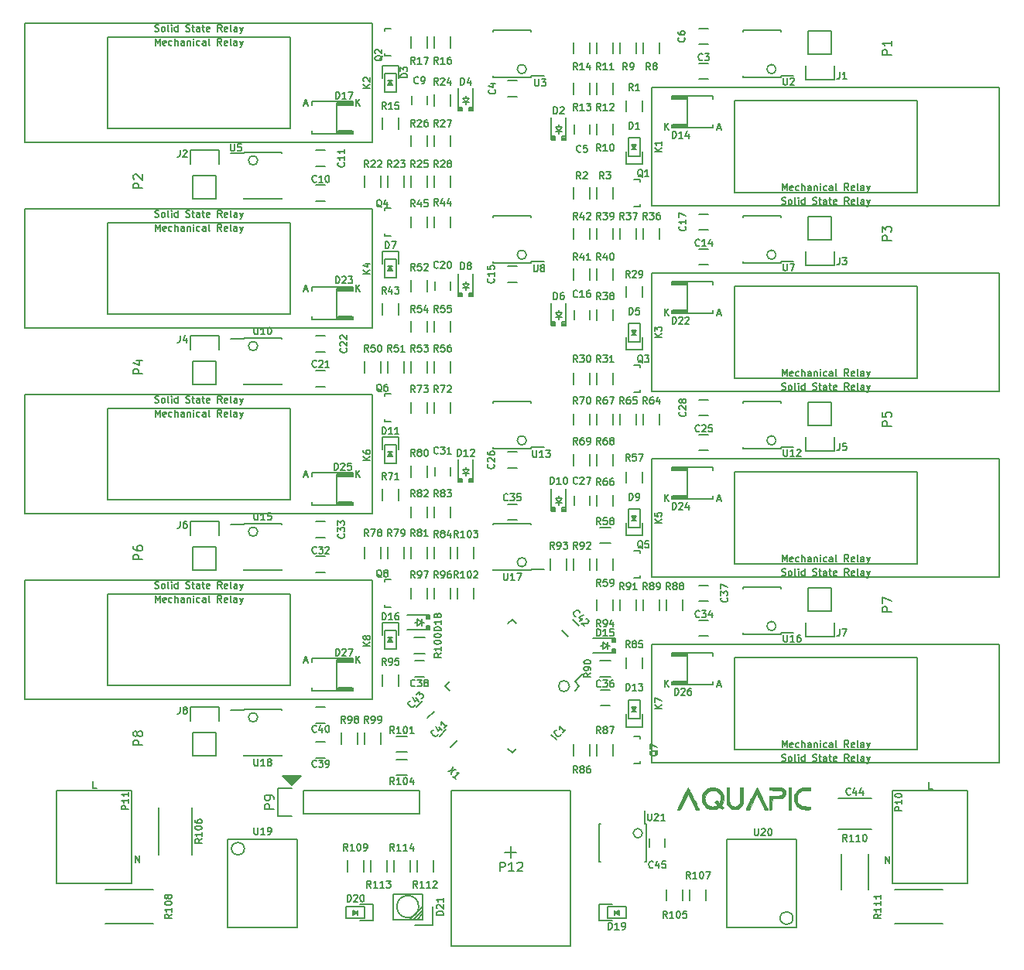
<source format=gto>
G04 #@! TF.FileFunction,Legend,Top*
%FSLAX46Y46*%
G04 Gerber Fmt 4.6, Leading zero omitted, Abs format (unit mm)*
G04 Created by KiCad (PCBNEW 4.0.4-stable) date 11/14/16 12:13:18*
%MOMM*%
%LPD*%
G01*
G04 APERTURE LIST*
%ADD10C,0.150000*%
%ADD11C,0.200000*%
%ADD12C,0.010000*%
%ADD13C,0.152400*%
G04 APERTURE END LIST*
D10*
D11*
X26162000Y17018000D02*
X25908000Y17018000D01*
X26289000Y17145000D02*
X26162000Y17018000D01*
X25654000Y17145000D02*
X26289000Y17145000D01*
X26035000Y16764000D02*
X25654000Y17145000D01*
X26543000Y17272000D02*
X26035000Y16764000D01*
X25400000Y17272000D02*
X26543000Y17272000D01*
X26035000Y16637000D02*
X25400000Y17272000D01*
X26797000Y17399000D02*
X26035000Y16637000D01*
X25273000Y17399000D02*
X26797000Y17399000D01*
X25019000Y17526000D02*
X26035000Y16510000D01*
X27051000Y17526000D02*
X25019000Y17526000D01*
X26035000Y16510000D02*
X27051000Y17526000D01*
D10*
X8929714Y8042714D02*
X8929714Y8792714D01*
X9358286Y8042714D01*
X9358286Y8792714D01*
X4677143Y16170714D02*
X4320000Y16170714D01*
X4320000Y16920714D01*
X90971714Y7915714D02*
X90971714Y8665714D01*
X91400286Y7915714D01*
X91400286Y8665714D01*
X96117143Y16043714D02*
X95760000Y16043714D01*
X95760000Y16793714D01*
X99985000Y5715000D02*
X91785000Y5715000D01*
X91785000Y5715000D02*
X91785000Y15875000D01*
X91785000Y15875000D02*
X99985000Y15875000D01*
X99985000Y15875000D02*
X99985000Y5715000D01*
X92015000Y5000000D02*
X97215000Y5000000D01*
X97215000Y1350000D02*
X92015000Y1350000D01*
X5655000Y5000000D02*
X10855000Y5000000D01*
X10855000Y1350000D02*
X5655000Y1350000D01*
X15160000Y14030000D02*
X15160000Y8830000D01*
X11510000Y8830000D02*
X11510000Y14030000D01*
X41485000Y3175000D02*
X41485000Y1175000D01*
X41485000Y1175000D02*
X39485000Y1175000D01*
X40335000Y2375000D02*
X39735000Y1775000D01*
X40335000Y2775000D02*
X39335000Y1775000D01*
X40335000Y3175000D02*
X38935000Y1775000D01*
X39935000Y3175000D02*
G75*
G03X39935000Y3175000I-1200000J0D01*
G01*
X37135000Y4575000D02*
X37135000Y1775000D01*
X37135000Y1775000D02*
X40335000Y1775000D01*
X40335000Y1775000D02*
X40335000Y4575000D01*
X40335000Y4575000D02*
X37135000Y4575000D01*
X89105000Y8935000D02*
X89105000Y5035000D01*
X86155000Y5035000D02*
X86155000Y8935000D01*
X85830000Y11610000D02*
X89430000Y11610000D01*
X89430000Y15060000D02*
X85830000Y15060000D01*
X56421854Y27305000D02*
G75*
G03X56421854Y27305000I-600000J0D01*
G01*
X57483555Y27305000D02*
X57006258Y27782297D01*
X50165000Y19986445D02*
X49687703Y20463742D01*
X42846445Y27305000D02*
X43323742Y26827703D01*
X50165000Y34623555D02*
X50642297Y34146258D01*
X57483555Y27305000D02*
X57006258Y26827703D01*
X50165000Y34623555D02*
X49687703Y34146258D01*
X42846445Y27305000D02*
X43323742Y27782297D01*
X50165000Y19986445D02*
X50642297Y20463742D01*
X57006258Y27782297D02*
X57907819Y28683858D01*
X20860000Y9515000D02*
G75*
G03X20860000Y9515000I-700000J0D01*
G01*
X19050000Y10555000D02*
X26670000Y10555000D01*
X26670000Y10555000D02*
X26670000Y875000D01*
X26670000Y875000D02*
X19050000Y875000D01*
X19050000Y875000D02*
X19050000Y10555000D01*
X80870000Y1915000D02*
G75*
G03X80870000Y1915000I-700000J0D01*
G01*
X81280000Y875000D02*
X73660000Y875000D01*
X73660000Y875000D02*
X73660000Y10555000D01*
X73660000Y10555000D02*
X81280000Y10555000D01*
X81280000Y10555000D02*
X81280000Y875000D01*
X27305000Y15875000D02*
X40005000Y15875000D01*
X40005000Y15875000D02*
X40005000Y13335000D01*
X40005000Y13335000D02*
X27305000Y13335000D01*
X24485000Y16155000D02*
X26035000Y16155000D01*
X27305000Y15875000D02*
X27305000Y13335000D01*
X26035000Y13055000D02*
X24485000Y13055000D01*
X24485000Y13055000D02*
X24485000Y16155000D01*
X82550000Y96520000D02*
X82550000Y99060000D01*
X82270000Y93700000D02*
X82270000Y95250000D01*
X82550000Y96520000D02*
X85090000Y96520000D01*
X85370000Y95250000D02*
X85370000Y93700000D01*
X85370000Y93700000D02*
X82270000Y93700000D01*
X85090000Y96520000D02*
X85090000Y99060000D01*
X85090000Y99060000D02*
X82550000Y99060000D01*
X17780000Y83185000D02*
X17780000Y80645000D01*
X18060000Y86005000D02*
X18060000Y84455000D01*
X17780000Y83185000D02*
X15240000Y83185000D01*
X14960000Y84455000D02*
X14960000Y86005000D01*
X14960000Y86005000D02*
X18060000Y86005000D01*
X15240000Y83185000D02*
X15240000Y80645000D01*
X15240000Y80645000D02*
X17780000Y80645000D01*
X82550000Y76200000D02*
X82550000Y78740000D01*
X82270000Y73380000D02*
X82270000Y74930000D01*
X82550000Y76200000D02*
X85090000Y76200000D01*
X85370000Y74930000D02*
X85370000Y73380000D01*
X85370000Y73380000D02*
X82270000Y73380000D01*
X85090000Y76200000D02*
X85090000Y78740000D01*
X85090000Y78740000D02*
X82550000Y78740000D01*
X17780000Y62865000D02*
X17780000Y60325000D01*
X18060000Y65685000D02*
X18060000Y64135000D01*
X17780000Y62865000D02*
X15240000Y62865000D01*
X14960000Y64135000D02*
X14960000Y65685000D01*
X14960000Y65685000D02*
X18060000Y65685000D01*
X15240000Y62865000D02*
X15240000Y60325000D01*
X15240000Y60325000D02*
X17780000Y60325000D01*
X82550000Y55880000D02*
X82550000Y58420000D01*
X82270000Y53060000D02*
X82270000Y54610000D01*
X82550000Y55880000D02*
X85090000Y55880000D01*
X85370000Y54610000D02*
X85370000Y53060000D01*
X85370000Y53060000D02*
X82270000Y53060000D01*
X85090000Y55880000D02*
X85090000Y58420000D01*
X85090000Y58420000D02*
X82550000Y58420000D01*
X17780000Y42545000D02*
X17780000Y40005000D01*
X18060000Y45365000D02*
X18060000Y43815000D01*
X17780000Y42545000D02*
X15240000Y42545000D01*
X14960000Y43815000D02*
X14960000Y45365000D01*
X14960000Y45365000D02*
X18060000Y45365000D01*
X15240000Y42545000D02*
X15240000Y40005000D01*
X15240000Y40005000D02*
X17780000Y40005000D01*
X82550000Y35560000D02*
X82550000Y38100000D01*
X82270000Y32740000D02*
X82270000Y34290000D01*
X82550000Y35560000D02*
X85090000Y35560000D01*
X85370000Y34290000D02*
X85370000Y32740000D01*
X85370000Y32740000D02*
X82270000Y32740000D01*
X85090000Y35560000D02*
X85090000Y38100000D01*
X85090000Y38100000D02*
X82550000Y38100000D01*
X17780000Y22225000D02*
X17780000Y19685000D01*
X18060000Y25045000D02*
X18060000Y23495000D01*
X17780000Y22225000D02*
X15240000Y22225000D01*
X14960000Y23495000D02*
X14960000Y25045000D01*
X14960000Y25045000D02*
X18060000Y25045000D01*
X15240000Y22225000D02*
X15240000Y19685000D01*
X15240000Y19685000D02*
X17780000Y19685000D01*
X50000000Y9775005D02*
X50000000Y8505005D01*
X49365000Y9140005D02*
X50635000Y9140005D01*
X43450000Y9140005D02*
X43450000Y-1159995D01*
X43450000Y-1159995D02*
X56550000Y-1159995D01*
X56550000Y-1159995D02*
X56550000Y9140005D01*
X43450000Y9140005D02*
X43450000Y15840005D01*
X43450000Y15840005D02*
X56550000Y15840005D01*
X56550000Y15840005D02*
X56550000Y9140005D01*
X37500000Y19290000D02*
X38700000Y19290000D01*
X38700000Y17540000D02*
X37500000Y17540000D01*
X61200000Y36795000D02*
X61200000Y35595000D01*
X59450000Y35595000D02*
X59450000Y36795000D01*
X41670000Y41310000D02*
X41670000Y42510000D01*
X43420000Y42510000D02*
X43420000Y41310000D01*
X58660000Y57115000D02*
X58660000Y55915000D01*
X56910000Y55915000D02*
X56910000Y57115000D01*
X41670000Y61630000D02*
X41670000Y62830000D01*
X43420000Y62830000D02*
X43420000Y61630000D01*
X58660000Y77435000D02*
X58660000Y76235000D01*
X56910000Y76235000D02*
X56910000Y77435000D01*
X41670000Y81950000D02*
X41670000Y83150000D01*
X43420000Y83150000D02*
X43420000Y81950000D01*
X58660000Y97755000D02*
X58660000Y96555000D01*
X56910000Y96555000D02*
X56910000Y97755000D01*
X37500000Y21830000D02*
X38700000Y21830000D01*
X38700000Y20080000D02*
X37500000Y20080000D01*
X63740000Y36795000D02*
X63740000Y35595000D01*
X61990000Y35595000D02*
X61990000Y36795000D01*
X39130000Y41310000D02*
X39130000Y42510000D01*
X40880000Y42510000D02*
X40880000Y41310000D01*
X61200000Y57115000D02*
X61200000Y55915000D01*
X59450000Y55915000D02*
X59450000Y57115000D01*
X39130000Y61630000D02*
X39130000Y62830000D01*
X40880000Y62830000D02*
X40880000Y61630000D01*
X61200000Y77435000D02*
X61200000Y76235000D01*
X59450000Y76235000D02*
X59450000Y77435000D01*
X39130000Y81950000D02*
X39130000Y83150000D01*
X40880000Y83150000D02*
X40880000Y81950000D01*
X61200000Y97755000D02*
X61200000Y96555000D01*
X59450000Y96555000D02*
X59450000Y97755000D01*
X44210000Y41310000D02*
X44210000Y42510000D01*
X45960000Y42510000D02*
X45960000Y41310000D01*
X37705000Y28540000D02*
X37705000Y27340000D01*
X35955000Y27340000D02*
X35955000Y28540000D01*
X34050000Y20990000D02*
X34050000Y22190000D01*
X35800000Y22190000D02*
X35800000Y20990000D01*
X44210000Y36865000D02*
X44210000Y38065000D01*
X45960000Y38065000D02*
X45960000Y36865000D01*
X31510000Y20990000D02*
X31510000Y22190000D01*
X33260000Y22190000D02*
X33260000Y20990000D01*
X40880000Y38065000D02*
X40880000Y36865000D01*
X39130000Y36865000D02*
X39130000Y38065000D01*
X41670000Y36865000D02*
X41670000Y38065000D01*
X43420000Y38065000D02*
X43420000Y36865000D01*
X56120000Y41240000D02*
X56120000Y40040000D01*
X54370000Y40040000D02*
X54370000Y41240000D01*
X62625000Y29245000D02*
X62625000Y30445000D01*
X64375000Y30445000D02*
X64375000Y29245000D01*
X66280000Y36795000D02*
X66280000Y35595000D01*
X64530000Y35595000D02*
X64530000Y36795000D01*
X56910000Y40040000D02*
X56910000Y41240000D01*
X58660000Y41240000D02*
X58660000Y40040000D01*
X68820000Y36795000D02*
X68820000Y35595000D01*
X67070000Y35595000D02*
X67070000Y36795000D01*
X59450000Y19720000D02*
X59450000Y20920000D01*
X61200000Y20920000D02*
X61200000Y19720000D01*
X58660000Y20920000D02*
X58660000Y19720000D01*
X56910000Y19720000D02*
X56910000Y20920000D01*
X43420000Y46955000D02*
X43420000Y45755000D01*
X41670000Y45755000D02*
X41670000Y46955000D01*
X37705000Y48860000D02*
X37705000Y47660000D01*
X35955000Y47660000D02*
X35955000Y48860000D01*
X36590000Y41310000D02*
X36590000Y42510000D01*
X38340000Y42510000D02*
X38340000Y41310000D01*
X39130000Y45755000D02*
X39130000Y46955000D01*
X40880000Y46955000D02*
X40880000Y45755000D01*
X34050000Y41310000D02*
X34050000Y42510000D01*
X35800000Y42510000D02*
X35800000Y41310000D01*
X40880000Y58385000D02*
X40880000Y57185000D01*
X39130000Y57185000D02*
X39130000Y58385000D01*
X41670000Y57185000D02*
X41670000Y58385000D01*
X43420000Y58385000D02*
X43420000Y57185000D01*
X56910000Y51470000D02*
X56910000Y52670000D01*
X58660000Y52670000D02*
X58660000Y51470000D01*
X62625000Y49565000D02*
X62625000Y50765000D01*
X64375000Y50765000D02*
X64375000Y49565000D01*
X63740000Y57115000D02*
X63740000Y55915000D01*
X61990000Y55915000D02*
X61990000Y57115000D01*
X61200000Y52670000D02*
X61200000Y51470000D01*
X59450000Y51470000D02*
X59450000Y52670000D01*
X66280000Y57115000D02*
X66280000Y55915000D01*
X64530000Y55915000D02*
X64530000Y57115000D01*
X59450000Y40040000D02*
X59450000Y41240000D01*
X61200000Y41240000D02*
X61200000Y40040000D01*
X59725000Y44690000D02*
X60925000Y44690000D01*
X60925000Y42940000D02*
X59725000Y42940000D01*
X43420000Y67275000D02*
X43420000Y66075000D01*
X41670000Y66075000D02*
X41670000Y67275000D01*
X37705000Y69180000D02*
X37705000Y67980000D01*
X35955000Y67980000D02*
X35955000Y69180000D01*
X36590000Y61630000D02*
X36590000Y62830000D01*
X38340000Y62830000D02*
X38340000Y61630000D01*
X39130000Y66075000D02*
X39130000Y67275000D01*
X40880000Y67275000D02*
X40880000Y66075000D01*
X34050000Y61630000D02*
X34050000Y62830000D01*
X35800000Y62830000D02*
X35800000Y61630000D01*
X40880000Y78705000D02*
X40880000Y77505000D01*
X39130000Y77505000D02*
X39130000Y78705000D01*
X41670000Y77505000D02*
X41670000Y78705000D01*
X43420000Y78705000D02*
X43420000Y77505000D01*
X56910000Y71790000D02*
X56910000Y72990000D01*
X58660000Y72990000D02*
X58660000Y71790000D01*
X62625000Y69885000D02*
X62625000Y71085000D01*
X64375000Y71085000D02*
X64375000Y69885000D01*
X63740000Y77435000D02*
X63740000Y76235000D01*
X61990000Y76235000D02*
X61990000Y77435000D01*
X61200000Y72990000D02*
X61200000Y71790000D01*
X59450000Y71790000D02*
X59450000Y72990000D01*
X66280000Y77435000D02*
X66280000Y76235000D01*
X64530000Y76235000D02*
X64530000Y77435000D01*
X59450000Y60360000D02*
X59450000Y61560000D01*
X61200000Y61560000D02*
X61200000Y60360000D01*
X56910000Y60360000D02*
X56910000Y61560000D01*
X58660000Y61560000D02*
X58660000Y60360000D01*
X43420000Y87595000D02*
X43420000Y86395000D01*
X41670000Y86395000D02*
X41670000Y87595000D01*
X37705000Y89500000D02*
X37705000Y88300000D01*
X35955000Y88300000D02*
X35955000Y89500000D01*
X36590000Y81950000D02*
X36590000Y83150000D01*
X38340000Y83150000D02*
X38340000Y81950000D01*
X39130000Y86395000D02*
X39130000Y87595000D01*
X40880000Y87595000D02*
X40880000Y86395000D01*
X34050000Y81950000D02*
X34050000Y83150000D01*
X35800000Y83150000D02*
X35800000Y81950000D01*
X40880000Y98390000D02*
X40880000Y97190000D01*
X39130000Y97190000D02*
X39130000Y98390000D01*
X41670000Y97190000D02*
X41670000Y98390000D01*
X43420000Y98390000D02*
X43420000Y97190000D01*
X56910000Y92110000D02*
X56910000Y93310000D01*
X58660000Y93310000D02*
X58660000Y92110000D01*
X62625000Y90205000D02*
X62625000Y91405000D01*
X64375000Y91405000D02*
X64375000Y90205000D01*
X63740000Y97755000D02*
X63740000Y96555000D01*
X61990000Y96555000D02*
X61990000Y97755000D01*
X61200000Y93310000D02*
X61200000Y92110000D01*
X59450000Y92110000D02*
X59450000Y93310000D01*
X66280000Y97755000D02*
X66280000Y96555000D01*
X64530000Y96555000D02*
X64530000Y97755000D01*
X59450000Y80680000D02*
X59450000Y81880000D01*
X61200000Y81880000D02*
X61200000Y80680000D01*
X56910000Y80680000D02*
X56910000Y81880000D01*
X58660000Y81880000D02*
X58660000Y80680000D01*
X69610000Y3845000D02*
X69610000Y5045000D01*
X71360000Y5045000D02*
X71360000Y3845000D01*
X68820000Y5045000D02*
X68820000Y3845000D01*
X67070000Y3845000D02*
X67070000Y5045000D01*
X38975000Y8220000D02*
X38975000Y7020000D01*
X37225000Y7020000D02*
X37225000Y8220000D01*
X36435000Y8220000D02*
X36435000Y7020000D01*
X34685000Y7020000D02*
X34685000Y8220000D01*
X41515000Y8220000D02*
X41515000Y7020000D01*
X39765000Y7020000D02*
X39765000Y8220000D01*
X32145000Y7020000D02*
X32145000Y8220000D01*
X33895000Y8220000D02*
X33895000Y7020000D01*
X61200000Y88865000D02*
X61200000Y87665000D01*
X59450000Y87665000D02*
X59450000Y88865000D01*
X43420000Y92040000D02*
X43420000Y90840000D01*
X41670000Y90840000D02*
X41670000Y92040000D01*
X61200000Y68545000D02*
X61200000Y67345000D01*
X59450000Y67345000D02*
X59450000Y68545000D01*
X40880000Y71720000D02*
X40880000Y70520000D01*
X39130000Y70520000D02*
X39130000Y71720000D01*
X61200000Y48225000D02*
X61200000Y47025000D01*
X59450000Y47025000D02*
X59450000Y48225000D01*
X40880000Y51400000D02*
X40880000Y50200000D01*
X39130000Y50200000D02*
X39130000Y51400000D01*
X59725000Y30085000D02*
X60925000Y30085000D01*
X60925000Y28335000D02*
X59725000Y28335000D01*
X39405000Y32625000D02*
X40605000Y32625000D01*
X40605000Y30875000D02*
X39405000Y30875000D01*
X69342000Y88519000D02*
X69342000Y91821000D01*
X69342000Y91821000D02*
X67691000Y91821000D01*
X67691000Y91821000D02*
X67691000Y91567000D01*
X67691000Y91567000D02*
X69215000Y91567000D01*
X69215000Y91567000D02*
X69215000Y91694000D01*
X69215000Y91694000D02*
X67691000Y91694000D01*
X69342000Y88519000D02*
X67691000Y88519000D01*
X67691000Y88519000D02*
X67691000Y88646000D01*
X67691000Y88646000D02*
X69215000Y88646000D01*
X69215000Y88646000D02*
X69215000Y88773000D01*
X69215000Y88773000D02*
X67691000Y88773000D01*
X67691000Y88773000D02*
X69342000Y88773000D01*
X68050860Y88419940D02*
X68050860Y88770460D01*
X68050860Y91920060D02*
X68050860Y91569540D01*
X72100440Y88419940D02*
X72100440Y88770460D01*
X67599560Y88419940D02*
X67599560Y88770460D01*
X67599560Y91920060D02*
X67599560Y91569540D01*
X72100440Y91920060D02*
X72100440Y91569540D01*
X67599560Y88419940D02*
X72100440Y88419940D01*
X67599560Y91920060D02*
X72100440Y91920060D01*
X30988000Y30226000D02*
X30988000Y26924000D01*
X30988000Y26924000D02*
X32639000Y26924000D01*
X32639000Y26924000D02*
X32639000Y27178000D01*
X32639000Y27178000D02*
X31115000Y27178000D01*
X31115000Y27178000D02*
X31115000Y27051000D01*
X31115000Y27051000D02*
X32639000Y27051000D01*
X30988000Y30226000D02*
X32639000Y30226000D01*
X32639000Y30226000D02*
X32639000Y30099000D01*
X32639000Y30099000D02*
X31115000Y30099000D01*
X31115000Y30099000D02*
X31115000Y29972000D01*
X31115000Y29972000D02*
X32639000Y29972000D01*
X32639000Y29972000D02*
X30988000Y29972000D01*
X32279140Y30325060D02*
X32279140Y29974540D01*
X32279140Y26824940D02*
X32279140Y27175460D01*
X28229560Y30325060D02*
X28229560Y29974540D01*
X32730440Y30325060D02*
X32730440Y29974540D01*
X32730440Y26824940D02*
X32730440Y27175460D01*
X28229560Y26824940D02*
X28229560Y27175460D01*
X32730440Y30325060D02*
X28229560Y30325060D01*
X32730440Y26824940D02*
X28229560Y26824940D01*
X69342000Y27559000D02*
X69342000Y30861000D01*
X69342000Y30861000D02*
X67691000Y30861000D01*
X67691000Y30861000D02*
X67691000Y30607000D01*
X67691000Y30607000D02*
X69215000Y30607000D01*
X69215000Y30607000D02*
X69215000Y30734000D01*
X69215000Y30734000D02*
X67691000Y30734000D01*
X69342000Y27559000D02*
X67691000Y27559000D01*
X67691000Y27559000D02*
X67691000Y27686000D01*
X67691000Y27686000D02*
X69215000Y27686000D01*
X69215000Y27686000D02*
X69215000Y27813000D01*
X69215000Y27813000D02*
X67691000Y27813000D01*
X67691000Y27813000D02*
X69342000Y27813000D01*
X68050860Y27459940D02*
X68050860Y27810460D01*
X68050860Y30960060D02*
X68050860Y30609540D01*
X72100440Y27459940D02*
X72100440Y27810460D01*
X67599560Y27459940D02*
X67599560Y27810460D01*
X67599560Y30960060D02*
X67599560Y30609540D01*
X72100440Y30960060D02*
X72100440Y30609540D01*
X67599560Y27459940D02*
X72100440Y27459940D01*
X67599560Y30960060D02*
X72100440Y30960060D01*
X30988000Y50546000D02*
X30988000Y47244000D01*
X30988000Y47244000D02*
X32639000Y47244000D01*
X32639000Y47244000D02*
X32639000Y47498000D01*
X32639000Y47498000D02*
X31115000Y47498000D01*
X31115000Y47498000D02*
X31115000Y47371000D01*
X31115000Y47371000D02*
X32639000Y47371000D01*
X30988000Y50546000D02*
X32639000Y50546000D01*
X32639000Y50546000D02*
X32639000Y50419000D01*
X32639000Y50419000D02*
X31115000Y50419000D01*
X31115000Y50419000D02*
X31115000Y50292000D01*
X31115000Y50292000D02*
X32639000Y50292000D01*
X32639000Y50292000D02*
X30988000Y50292000D01*
X32279140Y50645060D02*
X32279140Y50294540D01*
X32279140Y47144940D02*
X32279140Y47495460D01*
X28229560Y50645060D02*
X28229560Y50294540D01*
X32730440Y50645060D02*
X32730440Y50294540D01*
X32730440Y47144940D02*
X32730440Y47495460D01*
X28229560Y47144940D02*
X28229560Y47495460D01*
X32730440Y50645060D02*
X28229560Y50645060D01*
X32730440Y47144940D02*
X28229560Y47144940D01*
X69342000Y47879000D02*
X69342000Y51181000D01*
X69342000Y51181000D02*
X67691000Y51181000D01*
X67691000Y51181000D02*
X67691000Y50927000D01*
X67691000Y50927000D02*
X69215000Y50927000D01*
X69215000Y50927000D02*
X69215000Y51054000D01*
X69215000Y51054000D02*
X67691000Y51054000D01*
X69342000Y47879000D02*
X67691000Y47879000D01*
X67691000Y47879000D02*
X67691000Y48006000D01*
X67691000Y48006000D02*
X69215000Y48006000D01*
X69215000Y48006000D02*
X69215000Y48133000D01*
X69215000Y48133000D02*
X67691000Y48133000D01*
X67691000Y48133000D02*
X69342000Y48133000D01*
X68050860Y47779940D02*
X68050860Y48130460D01*
X68050860Y51280060D02*
X68050860Y50929540D01*
X72100440Y47779940D02*
X72100440Y48130460D01*
X67599560Y47779940D02*
X67599560Y48130460D01*
X67599560Y51280060D02*
X67599560Y50929540D01*
X72100440Y51280060D02*
X72100440Y50929540D01*
X67599560Y47779940D02*
X72100440Y47779940D01*
X67599560Y51280060D02*
X72100440Y51280060D01*
X30988000Y70866000D02*
X30988000Y67564000D01*
X30988000Y67564000D02*
X32639000Y67564000D01*
X32639000Y67564000D02*
X32639000Y67818000D01*
X32639000Y67818000D02*
X31115000Y67818000D01*
X31115000Y67818000D02*
X31115000Y67691000D01*
X31115000Y67691000D02*
X32639000Y67691000D01*
X30988000Y70866000D02*
X32639000Y70866000D01*
X32639000Y70866000D02*
X32639000Y70739000D01*
X32639000Y70739000D02*
X31115000Y70739000D01*
X31115000Y70739000D02*
X31115000Y70612000D01*
X31115000Y70612000D02*
X32639000Y70612000D01*
X32639000Y70612000D02*
X30988000Y70612000D01*
X32279140Y70965060D02*
X32279140Y70614540D01*
X32279140Y67464940D02*
X32279140Y67815460D01*
X28229560Y70965060D02*
X28229560Y70614540D01*
X32730440Y70965060D02*
X32730440Y70614540D01*
X32730440Y67464940D02*
X32730440Y67815460D01*
X28229560Y67464940D02*
X28229560Y67815460D01*
X32730440Y70965060D02*
X28229560Y70965060D01*
X32730440Y67464940D02*
X28229560Y67464940D01*
X69342000Y68199000D02*
X69342000Y71501000D01*
X69342000Y71501000D02*
X67691000Y71501000D01*
X67691000Y71501000D02*
X67691000Y71247000D01*
X67691000Y71247000D02*
X69215000Y71247000D01*
X69215000Y71247000D02*
X69215000Y71374000D01*
X69215000Y71374000D02*
X67691000Y71374000D01*
X69342000Y68199000D02*
X67691000Y68199000D01*
X67691000Y68199000D02*
X67691000Y68326000D01*
X67691000Y68326000D02*
X69215000Y68326000D01*
X69215000Y68326000D02*
X69215000Y68453000D01*
X69215000Y68453000D02*
X67691000Y68453000D01*
X67691000Y68453000D02*
X69342000Y68453000D01*
X68050860Y68099940D02*
X68050860Y68450460D01*
X68050860Y71600060D02*
X68050860Y71249540D01*
X72100440Y68099940D02*
X72100440Y68450460D01*
X67599560Y68099940D02*
X67599560Y68450460D01*
X67599560Y71600060D02*
X67599560Y71249540D01*
X72100440Y71600060D02*
X72100440Y71249540D01*
X67599560Y68099940D02*
X72100440Y68099940D01*
X67599560Y71600060D02*
X72100440Y71600060D01*
X30988000Y91186000D02*
X30988000Y87884000D01*
X30988000Y87884000D02*
X32639000Y87884000D01*
X32639000Y87884000D02*
X32639000Y88138000D01*
X32639000Y88138000D02*
X31115000Y88138000D01*
X31115000Y88138000D02*
X31115000Y88011000D01*
X31115000Y88011000D02*
X32639000Y88011000D01*
X30988000Y91186000D02*
X32639000Y91186000D01*
X32639000Y91186000D02*
X32639000Y91059000D01*
X32639000Y91059000D02*
X31115000Y91059000D01*
X31115000Y91059000D02*
X31115000Y90932000D01*
X31115000Y90932000D02*
X32639000Y90932000D01*
X32639000Y90932000D02*
X30988000Y90932000D01*
X32279140Y91285060D02*
X32279140Y90934540D01*
X32279140Y87784940D02*
X32279140Y88135460D01*
X28229560Y91285060D02*
X28229560Y90934540D01*
X32730440Y91285060D02*
X32730440Y90934540D01*
X32730440Y87784940D02*
X32730440Y88135460D01*
X28229560Y87784940D02*
X28229560Y88135460D01*
X32730440Y91285060D02*
X28229560Y91285060D01*
X32730440Y87784940D02*
X28229560Y87784940D01*
X41148000Y33528000D02*
X41148000Y33909000D01*
X41148000Y33909000D02*
X40767000Y33909000D01*
X40767000Y33909000D02*
X40767000Y33655000D01*
X40767000Y33655000D02*
X40767000Y33528000D01*
X40767000Y33528000D02*
X41148000Y33528000D01*
X41148000Y33528000D02*
X41021000Y33655000D01*
X41021000Y33655000D02*
X41021000Y33782000D01*
X41021000Y33782000D02*
X40894000Y33782000D01*
X40894000Y33782000D02*
X40894000Y33655000D01*
X41148000Y35052000D02*
X41148000Y34671000D01*
X41148000Y34671000D02*
X40767000Y34671000D01*
X40767000Y34671000D02*
X40767000Y35052000D01*
X40767000Y35052000D02*
X41021000Y35052000D01*
X41021000Y35052000D02*
X41021000Y34798000D01*
X41021000Y34798000D02*
X40894000Y34798000D01*
X40894000Y34798000D02*
X40894000Y34925000D01*
X39755000Y34290000D02*
X39505000Y34290000D01*
X40255000Y34290000D02*
X40505000Y34290000D01*
X40255000Y34290000D02*
X39755000Y34640000D01*
X39755000Y34640000D02*
X39755000Y33940000D01*
X39755000Y33940000D02*
X40255000Y34290000D01*
X40255000Y34640000D02*
X40255000Y33940000D01*
X38705000Y33490000D02*
X41105000Y33490000D01*
X38705000Y35090000D02*
X41105000Y35090000D01*
X61468000Y30988000D02*
X61468000Y31369000D01*
X61468000Y31369000D02*
X61087000Y31369000D01*
X61087000Y31369000D02*
X61087000Y31115000D01*
X61087000Y31115000D02*
X61087000Y30988000D01*
X61087000Y30988000D02*
X61468000Y30988000D01*
X61468000Y30988000D02*
X61341000Y31115000D01*
X61341000Y31115000D02*
X61341000Y31242000D01*
X61341000Y31242000D02*
X61214000Y31242000D01*
X61214000Y31242000D02*
X61214000Y31115000D01*
X61468000Y32512000D02*
X61468000Y32131000D01*
X61468000Y32131000D02*
X61087000Y32131000D01*
X61087000Y32131000D02*
X61087000Y32512000D01*
X61087000Y32512000D02*
X61341000Y32512000D01*
X61341000Y32512000D02*
X61341000Y32258000D01*
X61341000Y32258000D02*
X61214000Y32258000D01*
X61214000Y32258000D02*
X61214000Y32385000D01*
X60075000Y31750000D02*
X59825000Y31750000D01*
X60575000Y31750000D02*
X60825000Y31750000D01*
X60575000Y31750000D02*
X60075000Y32100000D01*
X60075000Y32100000D02*
X60075000Y31400000D01*
X60075000Y31400000D02*
X60575000Y31750000D01*
X60575000Y32100000D02*
X60575000Y31400000D01*
X59025000Y30950000D02*
X61425000Y30950000D01*
X59025000Y32550000D02*
X61425000Y32550000D01*
X44323000Y49657000D02*
X44704000Y49657000D01*
X44704000Y49657000D02*
X44704000Y50038000D01*
X44704000Y50038000D02*
X44450000Y50038000D01*
X44450000Y50038000D02*
X44323000Y50038000D01*
X44323000Y50038000D02*
X44323000Y49657000D01*
X44323000Y49657000D02*
X44450000Y49784000D01*
X44450000Y49784000D02*
X44577000Y49784000D01*
X44577000Y49784000D02*
X44577000Y49911000D01*
X44577000Y49911000D02*
X44450000Y49911000D01*
X45847000Y49657000D02*
X45466000Y49657000D01*
X45466000Y49657000D02*
X45466000Y50038000D01*
X45466000Y50038000D02*
X45847000Y50038000D01*
X45847000Y50038000D02*
X45847000Y49784000D01*
X45847000Y49784000D02*
X45593000Y49784000D01*
X45593000Y49784000D02*
X45593000Y49911000D01*
X45593000Y49911000D02*
X45720000Y49911000D01*
X45085000Y51050000D02*
X45085000Y51300000D01*
X45085000Y50550000D02*
X45085000Y50300000D01*
X45085000Y50550000D02*
X45435000Y51050000D01*
X45435000Y51050000D02*
X44735000Y51050000D01*
X44735000Y51050000D02*
X45085000Y50550000D01*
X45435000Y50550000D02*
X44735000Y50550000D01*
X44285000Y52100000D02*
X44285000Y49700000D01*
X45885000Y52100000D02*
X45885000Y49700000D01*
X54483000Y46482000D02*
X54864000Y46482000D01*
X54864000Y46482000D02*
X54864000Y46863000D01*
X54864000Y46863000D02*
X54610000Y46863000D01*
X54610000Y46863000D02*
X54483000Y46863000D01*
X54483000Y46863000D02*
X54483000Y46482000D01*
X54483000Y46482000D02*
X54610000Y46609000D01*
X54610000Y46609000D02*
X54737000Y46609000D01*
X54737000Y46609000D02*
X54737000Y46736000D01*
X54737000Y46736000D02*
X54610000Y46736000D01*
X56007000Y46482000D02*
X55626000Y46482000D01*
X55626000Y46482000D02*
X55626000Y46863000D01*
X55626000Y46863000D02*
X56007000Y46863000D01*
X56007000Y46863000D02*
X56007000Y46609000D01*
X56007000Y46609000D02*
X55753000Y46609000D01*
X55753000Y46609000D02*
X55753000Y46736000D01*
X55753000Y46736000D02*
X55880000Y46736000D01*
X55245000Y47875000D02*
X55245000Y48125000D01*
X55245000Y47375000D02*
X55245000Y47125000D01*
X55245000Y47375000D02*
X55595000Y47875000D01*
X55595000Y47875000D02*
X54895000Y47875000D01*
X54895000Y47875000D02*
X55245000Y47375000D01*
X55595000Y47375000D02*
X54895000Y47375000D01*
X54445000Y48925000D02*
X54445000Y46525000D01*
X56045000Y48925000D02*
X56045000Y46525000D01*
X44323000Y69977000D02*
X44704000Y69977000D01*
X44704000Y69977000D02*
X44704000Y70358000D01*
X44704000Y70358000D02*
X44450000Y70358000D01*
X44450000Y70358000D02*
X44323000Y70358000D01*
X44323000Y70358000D02*
X44323000Y69977000D01*
X44323000Y69977000D02*
X44450000Y70104000D01*
X44450000Y70104000D02*
X44577000Y70104000D01*
X44577000Y70104000D02*
X44577000Y70231000D01*
X44577000Y70231000D02*
X44450000Y70231000D01*
X45847000Y69977000D02*
X45466000Y69977000D01*
X45466000Y69977000D02*
X45466000Y70358000D01*
X45466000Y70358000D02*
X45847000Y70358000D01*
X45847000Y70358000D02*
X45847000Y70104000D01*
X45847000Y70104000D02*
X45593000Y70104000D01*
X45593000Y70104000D02*
X45593000Y70231000D01*
X45593000Y70231000D02*
X45720000Y70231000D01*
X45085000Y71370000D02*
X45085000Y71620000D01*
X45085000Y70870000D02*
X45085000Y70620000D01*
X45085000Y70870000D02*
X45435000Y71370000D01*
X45435000Y71370000D02*
X44735000Y71370000D01*
X44735000Y71370000D02*
X45085000Y70870000D01*
X45435000Y70870000D02*
X44735000Y70870000D01*
X44285000Y72420000D02*
X44285000Y70020000D01*
X45885000Y72420000D02*
X45885000Y70020000D01*
X54483000Y66802000D02*
X54864000Y66802000D01*
X54864000Y66802000D02*
X54864000Y67183000D01*
X54864000Y67183000D02*
X54610000Y67183000D01*
X54610000Y67183000D02*
X54483000Y67183000D01*
X54483000Y67183000D02*
X54483000Y66802000D01*
X54483000Y66802000D02*
X54610000Y66929000D01*
X54610000Y66929000D02*
X54737000Y66929000D01*
X54737000Y66929000D02*
X54737000Y67056000D01*
X54737000Y67056000D02*
X54610000Y67056000D01*
X56007000Y66802000D02*
X55626000Y66802000D01*
X55626000Y66802000D02*
X55626000Y67183000D01*
X55626000Y67183000D02*
X56007000Y67183000D01*
X56007000Y67183000D02*
X56007000Y66929000D01*
X56007000Y66929000D02*
X55753000Y66929000D01*
X55753000Y66929000D02*
X55753000Y67056000D01*
X55753000Y67056000D02*
X55880000Y67056000D01*
X55245000Y68195000D02*
X55245000Y68445000D01*
X55245000Y67695000D02*
X55245000Y67445000D01*
X55245000Y67695000D02*
X55595000Y68195000D01*
X55595000Y68195000D02*
X54895000Y68195000D01*
X54895000Y68195000D02*
X55245000Y67695000D01*
X55595000Y67695000D02*
X54895000Y67695000D01*
X54445000Y69245000D02*
X54445000Y66845000D01*
X56045000Y69245000D02*
X56045000Y66845000D01*
X44323000Y90297000D02*
X44704000Y90297000D01*
X44704000Y90297000D02*
X44704000Y90678000D01*
X44704000Y90678000D02*
X44450000Y90678000D01*
X44450000Y90678000D02*
X44323000Y90678000D01*
X44323000Y90678000D02*
X44323000Y90297000D01*
X44323000Y90297000D02*
X44450000Y90424000D01*
X44450000Y90424000D02*
X44577000Y90424000D01*
X44577000Y90424000D02*
X44577000Y90551000D01*
X44577000Y90551000D02*
X44450000Y90551000D01*
X45847000Y90297000D02*
X45466000Y90297000D01*
X45466000Y90297000D02*
X45466000Y90678000D01*
X45466000Y90678000D02*
X45847000Y90678000D01*
X45847000Y90678000D02*
X45847000Y90424000D01*
X45847000Y90424000D02*
X45593000Y90424000D01*
X45593000Y90424000D02*
X45593000Y90551000D01*
X45593000Y90551000D02*
X45720000Y90551000D01*
X45085000Y91690000D02*
X45085000Y91940000D01*
X45085000Y91190000D02*
X45085000Y90940000D01*
X45085000Y91190000D02*
X45435000Y91690000D01*
X45435000Y91690000D02*
X44735000Y91690000D01*
X44735000Y91690000D02*
X45085000Y91190000D01*
X45435000Y91190000D02*
X44735000Y91190000D01*
X44285000Y92740000D02*
X44285000Y90340000D01*
X45885000Y92740000D02*
X45885000Y90340000D01*
X54483000Y87122000D02*
X54864000Y87122000D01*
X54864000Y87122000D02*
X54864000Y87503000D01*
X54864000Y87503000D02*
X54610000Y87503000D01*
X54610000Y87503000D02*
X54483000Y87503000D01*
X54483000Y87503000D02*
X54483000Y87122000D01*
X54483000Y87122000D02*
X54610000Y87249000D01*
X54610000Y87249000D02*
X54737000Y87249000D01*
X54737000Y87249000D02*
X54737000Y87376000D01*
X54737000Y87376000D02*
X54610000Y87376000D01*
X56007000Y87122000D02*
X55626000Y87122000D01*
X55626000Y87122000D02*
X55626000Y87503000D01*
X55626000Y87503000D02*
X56007000Y87503000D01*
X56007000Y87503000D02*
X56007000Y87249000D01*
X56007000Y87249000D02*
X55753000Y87249000D01*
X55753000Y87249000D02*
X55753000Y87376000D01*
X55753000Y87376000D02*
X55880000Y87376000D01*
X55245000Y88515000D02*
X55245000Y88765000D01*
X55245000Y88015000D02*
X55245000Y87765000D01*
X55245000Y88015000D02*
X55595000Y88515000D01*
X55595000Y88515000D02*
X54895000Y88515000D01*
X54895000Y88515000D02*
X55245000Y88015000D01*
X55595000Y88015000D02*
X54895000Y88015000D01*
X54445000Y89565000D02*
X54445000Y87165000D01*
X56045000Y89565000D02*
X56045000Y87165000D01*
X33528000Y3429000D02*
X34798000Y3429000D01*
X34798000Y3429000D02*
X34925000Y3429000D01*
X34925000Y3429000D02*
X34925000Y1651000D01*
X34925000Y1651000D02*
X33528000Y1651000D01*
X33274000Y2286000D02*
X33274000Y2794000D01*
X34036000Y3175000D02*
X32004000Y3175000D01*
X32004000Y1905000D02*
X34036000Y1905000D01*
X34036000Y3175000D02*
X34036000Y1905000D01*
X32004000Y1905000D02*
X32004000Y3175000D01*
X33274000Y2540000D02*
X33020000Y2540000D01*
X33020000Y2540000D02*
X32766000Y2286000D01*
X32766000Y2540000D02*
X33020000Y2540000D01*
X33020000Y2540000D02*
X32766000Y2794000D01*
X32766000Y2794000D02*
X33020000Y2540000D01*
X32766000Y2286000D02*
X32766000Y2794000D01*
X32766000Y2794000D02*
X33274000Y2540000D01*
X33274000Y2540000D02*
X32766000Y2286000D01*
X61087000Y1651000D02*
X59817000Y1651000D01*
X59817000Y1651000D02*
X59690000Y1651000D01*
X59690000Y1651000D02*
X59690000Y3429000D01*
X59690000Y3429000D02*
X61087000Y3429000D01*
X61341000Y2794000D02*
X61341000Y2286000D01*
X60579000Y1905000D02*
X62611000Y1905000D01*
X62611000Y3175000D02*
X60579000Y3175000D01*
X60579000Y1905000D02*
X60579000Y3175000D01*
X62611000Y3175000D02*
X62611000Y1905000D01*
X61341000Y2540000D02*
X61595000Y2540000D01*
X61595000Y2540000D02*
X61849000Y2794000D01*
X61849000Y2540000D02*
X61595000Y2540000D01*
X61595000Y2540000D02*
X61849000Y2286000D01*
X61849000Y2286000D02*
X61595000Y2540000D01*
X61849000Y2794000D02*
X61849000Y2286000D01*
X61849000Y2286000D02*
X61341000Y2540000D01*
X61341000Y2540000D02*
X61849000Y2794000D01*
X64389000Y85852000D02*
X64389000Y84582000D01*
X64389000Y84582000D02*
X64389000Y84455000D01*
X64389000Y84455000D02*
X62611000Y84455000D01*
X62611000Y84455000D02*
X62611000Y85852000D01*
X63246000Y86106000D02*
X63754000Y86106000D01*
X64135000Y85344000D02*
X64135000Y87376000D01*
X62865000Y87376000D02*
X62865000Y85344000D01*
X64135000Y85344000D02*
X62865000Y85344000D01*
X62865000Y87376000D02*
X64135000Y87376000D01*
X63500000Y86106000D02*
X63500000Y86360000D01*
X63500000Y86360000D02*
X63246000Y86614000D01*
X63500000Y86614000D02*
X63500000Y86360000D01*
X63500000Y86360000D02*
X63754000Y86614000D01*
X63754000Y86614000D02*
X63500000Y86360000D01*
X63246000Y86614000D02*
X63754000Y86614000D01*
X63754000Y86614000D02*
X63500000Y86106000D01*
X63500000Y86106000D02*
X63246000Y86614000D01*
X35941000Y93853000D02*
X35941000Y95123000D01*
X35941000Y95123000D02*
X35941000Y95250000D01*
X35941000Y95250000D02*
X37719000Y95250000D01*
X37719000Y95250000D02*
X37719000Y93853000D01*
X37084000Y93599000D02*
X36576000Y93599000D01*
X36195000Y94361000D02*
X36195000Y92329000D01*
X37465000Y92329000D02*
X37465000Y94361000D01*
X36195000Y94361000D02*
X37465000Y94361000D01*
X37465000Y92329000D02*
X36195000Y92329000D01*
X36830000Y93599000D02*
X36830000Y93345000D01*
X36830000Y93345000D02*
X37084000Y93091000D01*
X36830000Y93091000D02*
X36830000Y93345000D01*
X36830000Y93345000D02*
X36576000Y93091000D01*
X36576000Y93091000D02*
X36830000Y93345000D01*
X37084000Y93091000D02*
X36576000Y93091000D01*
X36576000Y93091000D02*
X36830000Y93599000D01*
X36830000Y93599000D02*
X37084000Y93091000D01*
X64389000Y65532000D02*
X64389000Y64262000D01*
X64389000Y64262000D02*
X64389000Y64135000D01*
X64389000Y64135000D02*
X62611000Y64135000D01*
X62611000Y64135000D02*
X62611000Y65532000D01*
X63246000Y65786000D02*
X63754000Y65786000D01*
X64135000Y65024000D02*
X64135000Y67056000D01*
X62865000Y67056000D02*
X62865000Y65024000D01*
X64135000Y65024000D02*
X62865000Y65024000D01*
X62865000Y67056000D02*
X64135000Y67056000D01*
X63500000Y65786000D02*
X63500000Y66040000D01*
X63500000Y66040000D02*
X63246000Y66294000D01*
X63500000Y66294000D02*
X63500000Y66040000D01*
X63500000Y66040000D02*
X63754000Y66294000D01*
X63754000Y66294000D02*
X63500000Y66040000D01*
X63246000Y66294000D02*
X63754000Y66294000D01*
X63754000Y66294000D02*
X63500000Y65786000D01*
X63500000Y65786000D02*
X63246000Y66294000D01*
X35941000Y73533000D02*
X35941000Y74803000D01*
X35941000Y74803000D02*
X35941000Y74930000D01*
X35941000Y74930000D02*
X37719000Y74930000D01*
X37719000Y74930000D02*
X37719000Y73533000D01*
X37084000Y73279000D02*
X36576000Y73279000D01*
X36195000Y74041000D02*
X36195000Y72009000D01*
X37465000Y72009000D02*
X37465000Y74041000D01*
X36195000Y74041000D02*
X37465000Y74041000D01*
X37465000Y72009000D02*
X36195000Y72009000D01*
X36830000Y73279000D02*
X36830000Y73025000D01*
X36830000Y73025000D02*
X37084000Y72771000D01*
X36830000Y72771000D02*
X36830000Y73025000D01*
X36830000Y73025000D02*
X36576000Y72771000D01*
X36576000Y72771000D02*
X36830000Y73025000D01*
X37084000Y72771000D02*
X36576000Y72771000D01*
X36576000Y72771000D02*
X36830000Y73279000D01*
X36830000Y73279000D02*
X37084000Y72771000D01*
X64389000Y45212000D02*
X64389000Y43942000D01*
X64389000Y43942000D02*
X64389000Y43815000D01*
X64389000Y43815000D02*
X62611000Y43815000D01*
X62611000Y43815000D02*
X62611000Y45212000D01*
X63246000Y45466000D02*
X63754000Y45466000D01*
X64135000Y44704000D02*
X64135000Y46736000D01*
X62865000Y46736000D02*
X62865000Y44704000D01*
X64135000Y44704000D02*
X62865000Y44704000D01*
X62865000Y46736000D02*
X64135000Y46736000D01*
X63500000Y45466000D02*
X63500000Y45720000D01*
X63500000Y45720000D02*
X63246000Y45974000D01*
X63500000Y45974000D02*
X63500000Y45720000D01*
X63500000Y45720000D02*
X63754000Y45974000D01*
X63754000Y45974000D02*
X63500000Y45720000D01*
X63246000Y45974000D02*
X63754000Y45974000D01*
X63754000Y45974000D02*
X63500000Y45466000D01*
X63500000Y45466000D02*
X63246000Y45974000D01*
X35941000Y53213000D02*
X35941000Y54483000D01*
X35941000Y54483000D02*
X35941000Y54610000D01*
X35941000Y54610000D02*
X37719000Y54610000D01*
X37719000Y54610000D02*
X37719000Y53213000D01*
X37084000Y52959000D02*
X36576000Y52959000D01*
X36195000Y53721000D02*
X36195000Y51689000D01*
X37465000Y51689000D02*
X37465000Y53721000D01*
X36195000Y53721000D02*
X37465000Y53721000D01*
X37465000Y51689000D02*
X36195000Y51689000D01*
X36830000Y52959000D02*
X36830000Y52705000D01*
X36830000Y52705000D02*
X37084000Y52451000D01*
X36830000Y52451000D02*
X36830000Y52705000D01*
X36830000Y52705000D02*
X36576000Y52451000D01*
X36576000Y52451000D02*
X36830000Y52705000D01*
X37084000Y52451000D02*
X36576000Y52451000D01*
X36576000Y52451000D02*
X36830000Y52959000D01*
X36830000Y52959000D02*
X37084000Y52451000D01*
X64389000Y24257000D02*
X64389000Y22987000D01*
X64389000Y22987000D02*
X64389000Y22860000D01*
X64389000Y22860000D02*
X62611000Y22860000D01*
X62611000Y22860000D02*
X62611000Y24257000D01*
X63246000Y24511000D02*
X63754000Y24511000D01*
X64135000Y23749000D02*
X64135000Y25781000D01*
X62865000Y25781000D02*
X62865000Y23749000D01*
X64135000Y23749000D02*
X62865000Y23749000D01*
X62865000Y25781000D02*
X64135000Y25781000D01*
X63500000Y24511000D02*
X63500000Y24765000D01*
X63500000Y24765000D02*
X63246000Y25019000D01*
X63500000Y25019000D02*
X63500000Y24765000D01*
X63500000Y24765000D02*
X63754000Y25019000D01*
X63754000Y25019000D02*
X63500000Y24765000D01*
X63246000Y25019000D02*
X63754000Y25019000D01*
X63754000Y25019000D02*
X63500000Y24511000D01*
X63500000Y24511000D02*
X63246000Y25019000D01*
X35941000Y32893000D02*
X35941000Y34163000D01*
X35941000Y34163000D02*
X35941000Y34290000D01*
X35941000Y34290000D02*
X37719000Y34290000D01*
X37719000Y34290000D02*
X37719000Y32893000D01*
X37084000Y32639000D02*
X36576000Y32639000D01*
X36195000Y33401000D02*
X36195000Y31369000D01*
X37465000Y31369000D02*
X37465000Y33401000D01*
X36195000Y33401000D02*
X37465000Y33401000D01*
X37465000Y31369000D02*
X36195000Y31369000D01*
X36830000Y32639000D02*
X36830000Y32385000D01*
X36830000Y32385000D02*
X37084000Y32131000D01*
X36830000Y32131000D02*
X36830000Y32385000D01*
X36830000Y32385000D02*
X36576000Y32131000D01*
X36576000Y32131000D02*
X36830000Y32385000D01*
X37084000Y32131000D02*
X36576000Y32131000D01*
X36576000Y32131000D02*
X36830000Y32639000D01*
X36830000Y32639000D02*
X37084000Y32131000D01*
X43427487Y20635406D02*
X44134594Y21342513D01*
X42932513Y22544594D02*
X42225406Y21837487D01*
X57469594Y33902487D02*
X56762487Y34609594D01*
X55560406Y33407513D02*
X56267513Y32700406D01*
X40887487Y23810406D02*
X41594594Y24517513D01*
X40392513Y25719594D02*
X39685406Y25012487D01*
X65190000Y10660000D02*
X65190000Y9660000D01*
X66890000Y9660000D02*
X66890000Y10660000D01*
X70620000Y97575000D02*
X71620000Y97575000D01*
X71620000Y99275000D02*
X70620000Y99275000D01*
X56935000Y88765000D02*
X56935000Y87765000D01*
X58635000Y87765000D02*
X58635000Y88765000D01*
X29710000Y82130000D02*
X28710000Y82130000D01*
X28710000Y80430000D02*
X29710000Y80430000D01*
X39155000Y91940000D02*
X39155000Y90940000D01*
X40855000Y90940000D02*
X40855000Y91940000D01*
X70620000Y77255000D02*
X71620000Y77255000D01*
X71620000Y78955000D02*
X70620000Y78955000D01*
X56935000Y68445000D02*
X56935000Y67445000D01*
X58635000Y67445000D02*
X58635000Y68445000D01*
X29710000Y61810000D02*
X28710000Y61810000D01*
X28710000Y60110000D02*
X29710000Y60110000D01*
X41695000Y71620000D02*
X41695000Y70620000D01*
X43395000Y70620000D02*
X43395000Y71620000D01*
X70620000Y56935000D02*
X71620000Y56935000D01*
X71620000Y58635000D02*
X70620000Y58635000D01*
X56935000Y48125000D02*
X56935000Y47125000D01*
X58635000Y47125000D02*
X58635000Y48125000D01*
X29710000Y41490000D02*
X28710000Y41490000D01*
X28710000Y39790000D02*
X29710000Y39790000D01*
X41695000Y51300000D02*
X41695000Y50300000D01*
X43395000Y50300000D02*
X43395000Y51300000D01*
X70620000Y36615000D02*
X71620000Y36615000D01*
X71620000Y38315000D02*
X70620000Y38315000D01*
X59825000Y25185000D02*
X60825000Y25185000D01*
X60825000Y26885000D02*
X59825000Y26885000D01*
X29710000Y21170000D02*
X28710000Y21170000D01*
X28710000Y19470000D02*
X29710000Y19470000D01*
X39505000Y28360000D02*
X40505000Y28360000D01*
X40505000Y30060000D02*
X39505000Y30060000D01*
X70620000Y93765000D02*
X71620000Y93765000D01*
X71620000Y95465000D02*
X70620000Y95465000D01*
X50665000Y93560000D02*
X49665000Y93560000D01*
X49665000Y91860000D02*
X50665000Y91860000D01*
X29710000Y85940000D02*
X28710000Y85940000D01*
X28710000Y84240000D02*
X29710000Y84240000D01*
X70620000Y73445000D02*
X71620000Y73445000D01*
X71620000Y75145000D02*
X70620000Y75145000D01*
X50665000Y73240000D02*
X49665000Y73240000D01*
X49665000Y71540000D02*
X50665000Y71540000D01*
X29710000Y65620000D02*
X28710000Y65620000D01*
X28710000Y63920000D02*
X29710000Y63920000D01*
X70620000Y53125000D02*
X71620000Y53125000D01*
X71620000Y54825000D02*
X70620000Y54825000D01*
X50665000Y52920000D02*
X49665000Y52920000D01*
X49665000Y51220000D02*
X50665000Y51220000D01*
X29710000Y45300000D02*
X28710000Y45300000D01*
X28710000Y43600000D02*
X29710000Y43600000D01*
X70620000Y32805000D02*
X71620000Y32805000D01*
X71620000Y34505000D02*
X70620000Y34505000D01*
X50665000Y47205000D02*
X49665000Y47205000D01*
X49665000Y45505000D02*
X50665000Y45505000D01*
X29710000Y24980000D02*
X28710000Y24980000D01*
X28710000Y23280000D02*
X29710000Y23280000D01*
X22314000Y23898000D02*
G75*
G03X22314000Y23898000I-500000J0D01*
G01*
X20785000Y24800000D02*
X20785000Y24655000D01*
X24935000Y24800000D02*
X24935000Y24655000D01*
X24935000Y19650000D02*
X24935000Y19795000D01*
X20785000Y19650000D02*
X20785000Y19795000D01*
X20785000Y24800000D02*
X24935000Y24800000D01*
X20785000Y19650000D02*
X24935000Y19650000D01*
X20785000Y24655000D02*
X19385000Y24655000D01*
X51711000Y40872000D02*
G75*
G03X51711000Y40872000I-500000J0D01*
G01*
X52240000Y39970000D02*
X52240000Y40115000D01*
X48090000Y39970000D02*
X48090000Y40115000D01*
X48090000Y45120000D02*
X48090000Y44975000D01*
X52240000Y45120000D02*
X52240000Y44975000D01*
X52240000Y39970000D02*
X48090000Y39970000D01*
X52240000Y45120000D02*
X48090000Y45120000D01*
X52240000Y40115000D02*
X53640000Y40115000D01*
X79016000Y33887000D02*
G75*
G03X79016000Y33887000I-500000J0D01*
G01*
X79545000Y32985000D02*
X79545000Y33130000D01*
X75395000Y32985000D02*
X75395000Y33130000D01*
X75395000Y38135000D02*
X75395000Y37990000D01*
X79545000Y38135000D02*
X79545000Y37990000D01*
X79545000Y32985000D02*
X75395000Y32985000D01*
X79545000Y38135000D02*
X75395000Y38135000D01*
X79545000Y33130000D02*
X80945000Y33130000D01*
X22314000Y44218000D02*
G75*
G03X22314000Y44218000I-500000J0D01*
G01*
X20785000Y45120000D02*
X20785000Y44975000D01*
X24935000Y45120000D02*
X24935000Y44975000D01*
X24935000Y39970000D02*
X24935000Y40115000D01*
X20785000Y39970000D02*
X20785000Y40115000D01*
X20785000Y45120000D02*
X24935000Y45120000D01*
X20785000Y39970000D02*
X24935000Y39970000D01*
X20785000Y44975000D02*
X19385000Y44975000D01*
X51711000Y54207000D02*
G75*
G03X51711000Y54207000I-500000J0D01*
G01*
X52240000Y53305000D02*
X52240000Y53450000D01*
X48090000Y53305000D02*
X48090000Y53450000D01*
X48090000Y58455000D02*
X48090000Y58310000D01*
X52240000Y58455000D02*
X52240000Y58310000D01*
X52240000Y53305000D02*
X48090000Y53305000D01*
X52240000Y58455000D02*
X48090000Y58455000D01*
X52240000Y53450000D02*
X53640000Y53450000D01*
X79016000Y54207000D02*
G75*
G03X79016000Y54207000I-500000J0D01*
G01*
X79545000Y53305000D02*
X79545000Y53450000D01*
X75395000Y53305000D02*
X75395000Y53450000D01*
X75395000Y58455000D02*
X75395000Y58310000D01*
X79545000Y58455000D02*
X79545000Y58310000D01*
X79545000Y53305000D02*
X75395000Y53305000D01*
X79545000Y58455000D02*
X75395000Y58455000D01*
X79545000Y53450000D02*
X80945000Y53450000D01*
X22314000Y64538000D02*
G75*
G03X22314000Y64538000I-500000J0D01*
G01*
X20785000Y65440000D02*
X20785000Y65295000D01*
X24935000Y65440000D02*
X24935000Y65295000D01*
X24935000Y60290000D02*
X24935000Y60435000D01*
X20785000Y60290000D02*
X20785000Y60435000D01*
X20785000Y65440000D02*
X24935000Y65440000D01*
X20785000Y60290000D02*
X24935000Y60290000D01*
X20785000Y65295000D02*
X19385000Y65295000D01*
X51711000Y74527000D02*
G75*
G03X51711000Y74527000I-500000J0D01*
G01*
X52240000Y73625000D02*
X52240000Y73770000D01*
X48090000Y73625000D02*
X48090000Y73770000D01*
X48090000Y78775000D02*
X48090000Y78630000D01*
X52240000Y78775000D02*
X52240000Y78630000D01*
X52240000Y73625000D02*
X48090000Y73625000D01*
X52240000Y78775000D02*
X48090000Y78775000D01*
X52240000Y73770000D02*
X53640000Y73770000D01*
X79016000Y74527000D02*
G75*
G03X79016000Y74527000I-500000J0D01*
G01*
X79545000Y73625000D02*
X79545000Y73770000D01*
X75395000Y73625000D02*
X75395000Y73770000D01*
X75395000Y78775000D02*
X75395000Y78630000D01*
X79545000Y78775000D02*
X79545000Y78630000D01*
X79545000Y73625000D02*
X75395000Y73625000D01*
X79545000Y78775000D02*
X75395000Y78775000D01*
X79545000Y73770000D02*
X80945000Y73770000D01*
X22314000Y84858000D02*
G75*
G03X22314000Y84858000I-500000J0D01*
G01*
X20785000Y85760000D02*
X20785000Y85615000D01*
X24935000Y85760000D02*
X24935000Y85615000D01*
X24935000Y80610000D02*
X24935000Y80755000D01*
X20785000Y80610000D02*
X20785000Y80755000D01*
X20785000Y85760000D02*
X24935000Y85760000D01*
X20785000Y80610000D02*
X24935000Y80610000D01*
X20785000Y85615000D02*
X19385000Y85615000D01*
X51711000Y94847000D02*
G75*
G03X51711000Y94847000I-500000J0D01*
G01*
X52240000Y93945000D02*
X52240000Y94090000D01*
X48090000Y93945000D02*
X48090000Y94090000D01*
X48090000Y99095000D02*
X48090000Y98950000D01*
X52240000Y99095000D02*
X52240000Y98950000D01*
X52240000Y93945000D02*
X48090000Y93945000D01*
X52240000Y99095000D02*
X48090000Y99095000D01*
X52240000Y94090000D02*
X53640000Y94090000D01*
X79016000Y94847000D02*
G75*
G03X79016000Y94847000I-500000J0D01*
G01*
X79545000Y93945000D02*
X79545000Y94090000D01*
X75395000Y93945000D02*
X75395000Y94090000D01*
X75395000Y99095000D02*
X75395000Y98950000D01*
X79545000Y99095000D02*
X79545000Y98950000D01*
X79545000Y93945000D02*
X75395000Y93945000D01*
X79545000Y99095000D02*
X75395000Y99095000D01*
X79545000Y94090000D02*
X80945000Y94090000D01*
X64403000Y11206000D02*
G75*
G03X64403000Y11206000I-500000J0D01*
G01*
X64805000Y12235000D02*
X64660000Y12235000D01*
X64805000Y8085000D02*
X64660000Y8085000D01*
X59655000Y8085000D02*
X59800000Y8085000D01*
X59655000Y12235000D02*
X59800000Y12235000D01*
X64805000Y12235000D02*
X64805000Y8085000D01*
X59655000Y12235000D02*
X59655000Y8085000D01*
X64660000Y12235000D02*
X64660000Y13635000D01*
X36179760Y38764160D02*
X36179760Y38715900D01*
X36880800Y35965180D02*
X36179760Y35965180D01*
X36179760Y35965180D02*
X36179760Y36214100D01*
X36179760Y38764160D02*
X36179760Y38964820D01*
X36179760Y38964820D02*
X36880800Y38964820D01*
X64150240Y19020840D02*
X64150240Y19069100D01*
X63449200Y21819820D02*
X64150240Y21819820D01*
X64150240Y21819820D02*
X64150240Y21570900D01*
X64150240Y19020840D02*
X64150240Y18820180D01*
X64150240Y18820180D02*
X63449200Y18820180D01*
X36179760Y59084160D02*
X36179760Y59035900D01*
X36880800Y56285180D02*
X36179760Y56285180D01*
X36179760Y56285180D02*
X36179760Y56534100D01*
X36179760Y59084160D02*
X36179760Y59284820D01*
X36179760Y59284820D02*
X36880800Y59284820D01*
X64150240Y39340840D02*
X64150240Y39389100D01*
X63449200Y42139820D02*
X64150240Y42139820D01*
X64150240Y42139820D02*
X64150240Y41890900D01*
X64150240Y39340840D02*
X64150240Y39140180D01*
X64150240Y39140180D02*
X63449200Y39140180D01*
X36179760Y79404160D02*
X36179760Y79355900D01*
X36880800Y76605180D02*
X36179760Y76605180D01*
X36179760Y76605180D02*
X36179760Y76854100D01*
X36179760Y79404160D02*
X36179760Y79604820D01*
X36179760Y79604820D02*
X36880800Y79604820D01*
X64150240Y59660840D02*
X64150240Y59709100D01*
X63449200Y62459820D02*
X64150240Y62459820D01*
X64150240Y62459820D02*
X64150240Y62210900D01*
X64150240Y59660840D02*
X64150240Y59460180D01*
X64150240Y59460180D02*
X63449200Y59460180D01*
X36179760Y99089160D02*
X36179760Y99040900D01*
X36880800Y96290180D02*
X36179760Y96290180D01*
X36179760Y96290180D02*
X36179760Y96539100D01*
X36179760Y99089160D02*
X36179760Y99289820D01*
X36179760Y99289820D02*
X36880800Y99289820D01*
X64150240Y79980840D02*
X64150240Y80029100D01*
X63449200Y82779820D02*
X64150240Y82779820D01*
X64150240Y82779820D02*
X64150240Y82530900D01*
X64150240Y79980840D02*
X64150240Y79780180D01*
X64150240Y79780180D02*
X63449200Y79780180D01*
X65455000Y92860000D02*
X103455000Y92860000D01*
X103455000Y92860000D02*
X103455000Y79860000D01*
X103455000Y79860000D02*
X65455000Y79860000D01*
X65455000Y79860000D02*
X65455000Y92860000D01*
X74455000Y91360000D02*
X74455000Y81360000D01*
X74455000Y81360000D02*
X94455000Y81360000D01*
X94455000Y81360000D02*
X94455000Y91360000D01*
X94455000Y91360000D02*
X74455000Y91360000D01*
X34875000Y86845000D02*
X-3125000Y86845000D01*
X-3125000Y86845000D02*
X-3125000Y99845000D01*
X-3125000Y99845000D02*
X34875000Y99845000D01*
X34875000Y99845000D02*
X34875000Y86845000D01*
X25875000Y88345000D02*
X25875000Y98345000D01*
X25875000Y98345000D02*
X5875000Y98345000D01*
X5875000Y98345000D02*
X5875000Y88345000D01*
X5875000Y88345000D02*
X25875000Y88345000D01*
X65455000Y72540000D02*
X103455000Y72540000D01*
X103455000Y72540000D02*
X103455000Y59540000D01*
X103455000Y59540000D02*
X65455000Y59540000D01*
X65455000Y59540000D02*
X65455000Y72540000D01*
X74455000Y71040000D02*
X74455000Y61040000D01*
X74455000Y61040000D02*
X94455000Y61040000D01*
X94455000Y61040000D02*
X94455000Y71040000D01*
X94455000Y71040000D02*
X74455000Y71040000D01*
X34875000Y66525000D02*
X-3125000Y66525000D01*
X-3125000Y66525000D02*
X-3125000Y79525000D01*
X-3125000Y79525000D02*
X34875000Y79525000D01*
X34875000Y79525000D02*
X34875000Y66525000D01*
X25875000Y68025000D02*
X25875000Y78025000D01*
X25875000Y78025000D02*
X5875000Y78025000D01*
X5875000Y78025000D02*
X5875000Y68025000D01*
X5875000Y68025000D02*
X25875000Y68025000D01*
X65455000Y52220000D02*
X103455000Y52220000D01*
X103455000Y52220000D02*
X103455000Y39220000D01*
X103455000Y39220000D02*
X65455000Y39220000D01*
X65455000Y39220000D02*
X65455000Y52220000D01*
X74455000Y50720000D02*
X74455000Y40720000D01*
X74455000Y40720000D02*
X94455000Y40720000D01*
X94455000Y40720000D02*
X94455000Y50720000D01*
X94455000Y50720000D02*
X74455000Y50720000D01*
X34875000Y46205000D02*
X-3125000Y46205000D01*
X-3125000Y46205000D02*
X-3125000Y59205000D01*
X-3125000Y59205000D02*
X34875000Y59205000D01*
X34875000Y59205000D02*
X34875000Y46205000D01*
X25875000Y47705000D02*
X25875000Y57705000D01*
X25875000Y57705000D02*
X5875000Y57705000D01*
X5875000Y57705000D02*
X5875000Y47705000D01*
X5875000Y47705000D02*
X25875000Y47705000D01*
X65455000Y31900000D02*
X103455000Y31900000D01*
X103455000Y31900000D02*
X103455000Y18900000D01*
X103455000Y18900000D02*
X65455000Y18900000D01*
X65455000Y18900000D02*
X65455000Y31900000D01*
X74455000Y30400000D02*
X74455000Y20400000D01*
X74455000Y20400000D02*
X94455000Y20400000D01*
X94455000Y20400000D02*
X94455000Y30400000D01*
X94455000Y30400000D02*
X74455000Y30400000D01*
X34875000Y25885000D02*
X-3125000Y25885000D01*
X-3125000Y25885000D02*
X-3125000Y38885000D01*
X-3125000Y38885000D02*
X34875000Y38885000D01*
X34875000Y38885000D02*
X34875000Y25885000D01*
X25875000Y27385000D02*
X25875000Y37385000D01*
X25875000Y37385000D02*
X5875000Y37385000D01*
X5875000Y37385000D02*
X5875000Y27385000D01*
X5875000Y27385000D02*
X25875000Y27385000D01*
X8545000Y5715000D02*
X345000Y5715000D01*
X345000Y5715000D02*
X345000Y15875000D01*
X345000Y15875000D02*
X8545000Y15875000D01*
X8545000Y15875000D02*
X8545000Y5715000D01*
D12*
G36*
X69405380Y16209314D02*
X69433969Y16156847D01*
X69477253Y16074153D01*
X69533302Y15965119D01*
X69600188Y15833632D01*
X69675981Y15683579D01*
X69758752Y15518848D01*
X69846570Y15343326D01*
X69937507Y15160900D01*
X70029633Y14975457D01*
X70121019Y14790884D01*
X70209734Y14611069D01*
X70293850Y14439898D01*
X70371437Y14281259D01*
X70440565Y14139039D01*
X70499306Y14017125D01*
X70545729Y13919404D01*
X70577905Y13849764D01*
X70593905Y13812092D01*
X70595237Y13806460D01*
X70569238Y13800249D01*
X70512328Y13795663D01*
X70435924Y13793552D01*
X70421557Y13793500D01*
X70260837Y13793500D01*
X69827336Y14661327D01*
X69393836Y15529154D01*
X68959710Y14666619D01*
X68525583Y13804084D01*
X68365882Y13797980D01*
X68287432Y13796752D01*
X68226349Y13799097D01*
X68194139Y13804507D01*
X68192408Y13805648D01*
X68199526Y13825991D01*
X68223780Y13880244D01*
X68263242Y13964518D01*
X68315984Y14074926D01*
X68380077Y14207579D01*
X68453594Y14358588D01*
X68534607Y14524066D01*
X68621187Y14700124D01*
X68711407Y14882875D01*
X68803338Y15068430D01*
X68895053Y15252900D01*
X68984623Y15432398D01*
X69070120Y15603035D01*
X69149616Y15760923D01*
X69221184Y15902174D01*
X69282895Y16022900D01*
X69332821Y16119212D01*
X69369034Y16187223D01*
X69389606Y16223043D01*
X69393416Y16227667D01*
X69405380Y16209314D01*
X69405380Y16209314D01*
G37*
X69405380Y16209314D02*
X69433969Y16156847D01*
X69477253Y16074153D01*
X69533302Y15965119D01*
X69600188Y15833632D01*
X69675981Y15683579D01*
X69758752Y15518848D01*
X69846570Y15343326D01*
X69937507Y15160900D01*
X70029633Y14975457D01*
X70121019Y14790884D01*
X70209734Y14611069D01*
X70293850Y14439898D01*
X70371437Y14281259D01*
X70440565Y14139039D01*
X70499306Y14017125D01*
X70545729Y13919404D01*
X70577905Y13849764D01*
X70593905Y13812092D01*
X70595237Y13806460D01*
X70569238Y13800249D01*
X70512328Y13795663D01*
X70435924Y13793552D01*
X70421557Y13793500D01*
X70260837Y13793500D01*
X69827336Y14661327D01*
X69393836Y15529154D01*
X68959710Y14666619D01*
X68525583Y13804084D01*
X68365882Y13797980D01*
X68287432Y13796752D01*
X68226349Y13799097D01*
X68194139Y13804507D01*
X68192408Y13805648D01*
X68199526Y13825991D01*
X68223780Y13880244D01*
X68263242Y13964518D01*
X68315984Y14074926D01*
X68380077Y14207579D01*
X68453594Y14358588D01*
X68534607Y14524066D01*
X68621187Y14700124D01*
X68711407Y14882875D01*
X68803338Y15068430D01*
X68895053Y15252900D01*
X68984623Y15432398D01*
X69070120Y15603035D01*
X69149616Y15760923D01*
X69221184Y15902174D01*
X69282895Y16022900D01*
X69332821Y16119212D01*
X69369034Y16187223D01*
X69389606Y16223043D01*
X69393416Y16227667D01*
X69405380Y16209314D01*
G36*
X72305783Y16209102D02*
X72512278Y16151737D01*
X72706833Y16058697D01*
X72884525Y15932170D01*
X73040432Y15774344D01*
X73131369Y15650449D01*
X73227841Y15463299D01*
X73287716Y15261252D01*
X73310949Y15050768D01*
X73297496Y14838303D01*
X73247313Y14630316D01*
X73160354Y14433267D01*
X73140013Y14398164D01*
X73064251Y14272577D01*
X73308333Y14025921D01*
X73087413Y13805001D01*
X72840757Y14049083D01*
X72715170Y13973321D01*
X72520844Y13880527D01*
X72309323Y13825111D01*
X72084825Y13807928D01*
X71944000Y13816511D01*
X71740903Y13859637D01*
X71550758Y13939483D01*
X71377312Y14051449D01*
X71224311Y14190933D01*
X71095501Y14353337D01*
X70994627Y14534060D01*
X70925438Y14728501D01*
X70891679Y14932061D01*
X70892825Y15046517D01*
X71214671Y15046517D01*
X71225642Y14866575D01*
X71272527Y14695053D01*
X71353310Y14536626D01*
X71465978Y14395964D01*
X71608513Y14277741D01*
X71778900Y14186631D01*
X71848750Y14160676D01*
X71925609Y14145433D01*
X72034703Y14138300D01*
X72134500Y14138784D01*
X72242185Y14144280D01*
X72323389Y14155172D01*
X72393902Y14174592D01*
X72467875Y14204928D01*
X72533887Y14236554D01*
X72581300Y14262469D01*
X72600147Y14277208D01*
X72600167Y14277435D01*
X72586180Y14296794D01*
X72548503Y14338898D01*
X72493559Y14396740D01*
X72451887Y14439198D01*
X72303607Y14588473D01*
X72527315Y14809403D01*
X72674298Y14661285D01*
X72737982Y14598409D01*
X72790699Y14548784D01*
X72825399Y14518914D01*
X72834833Y14513167D01*
X72849676Y14530952D01*
X72875456Y14577536D01*
X72905994Y14641536D01*
X72967109Y14825109D01*
X72988538Y15008351D01*
X72972712Y15186664D01*
X72922061Y15355451D01*
X72839017Y15510114D01*
X72726011Y15646055D01*
X72585474Y15758678D01*
X72419837Y15843384D01*
X72244048Y15893330D01*
X72068240Y15905303D01*
X71892939Y15878919D01*
X71724967Y15817680D01*
X71571146Y15725088D01*
X71438296Y15604647D01*
X71333239Y15459858D01*
X71308538Y15412975D01*
X71241631Y15230208D01*
X71214671Y15046517D01*
X70892825Y15046517D01*
X70893427Y15106574D01*
X70933806Y15325062D01*
X71010808Y15529444D01*
X71120731Y15715572D01*
X71259873Y15879299D01*
X71424532Y16016478D01*
X71611006Y16122962D01*
X71815594Y16194603D01*
X71876667Y16208056D01*
X72092272Y16228604D01*
X72305783Y16209102D01*
X72305783Y16209102D01*
G37*
X72305783Y16209102D02*
X72512278Y16151737D01*
X72706833Y16058697D01*
X72884525Y15932170D01*
X73040432Y15774344D01*
X73131369Y15650449D01*
X73227841Y15463299D01*
X73287716Y15261252D01*
X73310949Y15050768D01*
X73297496Y14838303D01*
X73247313Y14630316D01*
X73160354Y14433267D01*
X73140013Y14398164D01*
X73064251Y14272577D01*
X73308333Y14025921D01*
X73087413Y13805001D01*
X72840757Y14049083D01*
X72715170Y13973321D01*
X72520844Y13880527D01*
X72309323Y13825111D01*
X72084825Y13807928D01*
X71944000Y13816511D01*
X71740903Y13859637D01*
X71550758Y13939483D01*
X71377312Y14051449D01*
X71224311Y14190933D01*
X71095501Y14353337D01*
X70994627Y14534060D01*
X70925438Y14728501D01*
X70891679Y14932061D01*
X70892825Y15046517D01*
X71214671Y15046517D01*
X71225642Y14866575D01*
X71272527Y14695053D01*
X71353310Y14536626D01*
X71465978Y14395964D01*
X71608513Y14277741D01*
X71778900Y14186631D01*
X71848750Y14160676D01*
X71925609Y14145433D01*
X72034703Y14138300D01*
X72134500Y14138784D01*
X72242185Y14144280D01*
X72323389Y14155172D01*
X72393902Y14174592D01*
X72467875Y14204928D01*
X72533887Y14236554D01*
X72581300Y14262469D01*
X72600147Y14277208D01*
X72600167Y14277435D01*
X72586180Y14296794D01*
X72548503Y14338898D01*
X72493559Y14396740D01*
X72451887Y14439198D01*
X72303607Y14588473D01*
X72527315Y14809403D01*
X72674298Y14661285D01*
X72737982Y14598409D01*
X72790699Y14548784D01*
X72825399Y14518914D01*
X72834833Y14513167D01*
X72849676Y14530952D01*
X72875456Y14577536D01*
X72905994Y14641536D01*
X72967109Y14825109D01*
X72988538Y15008351D01*
X72972712Y15186664D01*
X72922061Y15355451D01*
X72839017Y15510114D01*
X72726011Y15646055D01*
X72585474Y15758678D01*
X72419837Y15843384D01*
X72244048Y15893330D01*
X72068240Y15905303D01*
X71892939Y15878919D01*
X71724967Y15817680D01*
X71571146Y15725088D01*
X71438296Y15604647D01*
X71333239Y15459858D01*
X71308538Y15412975D01*
X71241631Y15230208D01*
X71214671Y15046517D01*
X70892825Y15046517D01*
X70893427Y15106574D01*
X70933806Y15325062D01*
X71010808Y15529444D01*
X71120731Y15715572D01*
X71259873Y15879299D01*
X71424532Y16016478D01*
X71611006Y16122962D01*
X71815594Y16194603D01*
X71876667Y16208056D01*
X72092272Y16228604D01*
X72305783Y16209102D01*
G36*
X73916999Y15396875D02*
X73918822Y15177476D01*
X73920823Y14996007D01*
X73923654Y14848070D01*
X73927969Y14729265D01*
X73934421Y14635193D01*
X73943663Y14561452D01*
X73956348Y14503646D01*
X73973129Y14457372D01*
X73994660Y14418233D01*
X74021593Y14381828D01*
X74054582Y14343757D01*
X74077023Y14318874D01*
X74193463Y14219207D01*
X74328500Y14157506D01*
X74481232Y14134159D01*
X74505167Y14133984D01*
X74589399Y14138626D01*
X74666671Y14149216D01*
X74710146Y14160236D01*
X74837851Y14227878D01*
X74949345Y14326299D01*
X75023750Y14429785D01*
X75087250Y14544917D01*
X75093453Y15386292D01*
X75099657Y16227667D01*
X75417100Y16227667D01*
X75404750Y14481417D01*
X75336834Y14338038D01*
X75236438Y14172870D01*
X75107238Y14034714D01*
X74954690Y13926469D01*
X74784250Y13851036D01*
X74601375Y13811312D01*
X74411519Y13810198D01*
X74357000Y13817337D01*
X74184302Y13865995D01*
X74023586Y13950936D01*
X73880647Y14066563D01*
X73761283Y14207278D01*
X73671289Y14367486D01*
X73618818Y14530084D01*
X73611777Y14586694D01*
X73605893Y14683565D01*
X73601219Y14818640D01*
X73597809Y14989860D01*
X73595718Y15195169D01*
X73595000Y15432509D01*
X73595000Y16227667D01*
X73910238Y16227667D01*
X73916999Y15396875D01*
X73916999Y15396875D01*
G37*
X73916999Y15396875D02*
X73918822Y15177476D01*
X73920823Y14996007D01*
X73923654Y14848070D01*
X73927969Y14729265D01*
X73934421Y14635193D01*
X73943663Y14561452D01*
X73956348Y14503646D01*
X73973129Y14457372D01*
X73994660Y14418233D01*
X74021593Y14381828D01*
X74054582Y14343757D01*
X74077023Y14318874D01*
X74193463Y14219207D01*
X74328500Y14157506D01*
X74481232Y14134159D01*
X74505167Y14133984D01*
X74589399Y14138626D01*
X74666671Y14149216D01*
X74710146Y14160236D01*
X74837851Y14227878D01*
X74949345Y14326299D01*
X75023750Y14429785D01*
X75087250Y14544917D01*
X75093453Y15386292D01*
X75099657Y16227667D01*
X75417100Y16227667D01*
X75404750Y14481417D01*
X75336834Y14338038D01*
X75236438Y14172870D01*
X75107238Y14034714D01*
X74954690Y13926469D01*
X74784250Y13851036D01*
X74601375Y13811312D01*
X74411519Y13810198D01*
X74357000Y13817337D01*
X74184302Y13865995D01*
X74023586Y13950936D01*
X73880647Y14066563D01*
X73761283Y14207278D01*
X73671289Y14367486D01*
X73618818Y14530084D01*
X73611777Y14586694D01*
X73605893Y14683565D01*
X73601219Y14818640D01*
X73597809Y14989860D01*
X73595718Y15195169D01*
X73595000Y15432509D01*
X73595000Y16227667D01*
X73910238Y16227667D01*
X73916999Y15396875D01*
G36*
X77518771Y15026458D02*
X77624036Y14815791D01*
X77723499Y14616422D01*
X77815572Y14431553D01*
X77898666Y14264389D01*
X77971195Y14118133D01*
X78031569Y13995988D01*
X78078201Y13901158D01*
X78109503Y13836847D01*
X78123886Y13806259D01*
X78124667Y13804157D01*
X78105171Y13799208D01*
X78053364Y13795482D01*
X77979260Y13793608D01*
X77955299Y13793500D01*
X77785931Y13793500D01*
X77357462Y14650750D01*
X77269173Y14826930D01*
X77186549Y14990912D01*
X77111525Y15138923D01*
X77046033Y15267190D01*
X76992008Y15371938D01*
X76951383Y15449394D01*
X76926093Y15495786D01*
X76918167Y15508000D01*
X76906782Y15489675D01*
X76878490Y15437213D01*
X76835223Y15354389D01*
X76778917Y15244976D01*
X76711504Y15112748D01*
X76634918Y14961477D01*
X76551093Y14794938D01*
X76478871Y14650750D01*
X76050402Y13793500D01*
X75881034Y13793500D01*
X75789304Y13795702D01*
X75735045Y13802795D01*
X75713597Y13815512D01*
X75712826Y13819959D01*
X75722284Y13843054D01*
X75749172Y13900682D01*
X75791877Y13989567D01*
X75848791Y14106432D01*
X75918303Y14248000D01*
X75998803Y14410993D01*
X76088681Y14592135D01*
X76186326Y14788148D01*
X76290129Y14995757D01*
X76313430Y15042260D01*
X76912875Y16238102D01*
X77518771Y15026458D01*
X77518771Y15026458D01*
G37*
X77518771Y15026458D02*
X77624036Y14815791D01*
X77723499Y14616422D01*
X77815572Y14431553D01*
X77898666Y14264389D01*
X77971195Y14118133D01*
X78031569Y13995988D01*
X78078201Y13901158D01*
X78109503Y13836847D01*
X78123886Y13806259D01*
X78124667Y13804157D01*
X78105171Y13799208D01*
X78053364Y13795482D01*
X77979260Y13793608D01*
X77955299Y13793500D01*
X77785931Y13793500D01*
X77357462Y14650750D01*
X77269173Y14826930D01*
X77186549Y14990912D01*
X77111525Y15138923D01*
X77046033Y15267190D01*
X76992008Y15371938D01*
X76951383Y15449394D01*
X76926093Y15495786D01*
X76918167Y15508000D01*
X76906782Y15489675D01*
X76878490Y15437213D01*
X76835223Y15354389D01*
X76778917Y15244976D01*
X76711504Y15112748D01*
X76634918Y14961477D01*
X76551093Y14794938D01*
X76478871Y14650750D01*
X76050402Y13793500D01*
X75881034Y13793500D01*
X75789304Y13795702D01*
X75735045Y13802795D01*
X75713597Y13815512D01*
X75712826Y13819959D01*
X75722284Y13843054D01*
X75749172Y13900682D01*
X75791877Y13989567D01*
X75848791Y14106432D01*
X75918303Y14248000D01*
X75998803Y14410993D01*
X76088681Y14592135D01*
X76186326Y14788148D01*
X76290129Y14995757D01*
X76313430Y15042260D01*
X76912875Y16238102D01*
X77518771Y15026458D01*
G36*
X79111474Y16227293D02*
X79281047Y16225595D01*
X79418099Y16221712D01*
X79527535Y16214780D01*
X79614259Y16203937D01*
X79683177Y16188321D01*
X79739193Y16167069D01*
X79787213Y16139317D01*
X79832141Y16104205D01*
X79878881Y16060869D01*
X79884608Y16055307D01*
X79987608Y15928340D01*
X80052326Y15789118D01*
X80078747Y15643268D01*
X80066854Y15496417D01*
X80016631Y15354192D01*
X79928062Y15222218D01*
X79887106Y15178613D01*
X79836174Y15131043D01*
X79787788Y15093547D01*
X79736062Y15064817D01*
X79675111Y15043546D01*
X79599052Y15028428D01*
X79501999Y15018153D01*
X79378067Y15011417D01*
X79221371Y15006910D01*
X79103951Y15004641D01*
X78590985Y14995667D01*
X78585367Y14399876D01*
X78579750Y13804084D01*
X78430658Y13797953D01*
X78354717Y13796894D01*
X78296159Y13799911D01*
X78267097Y13806353D01*
X78266617Y13806772D01*
X78263148Y13830703D01*
X78259963Y13892071D01*
X78257160Y13985981D01*
X78254833Y14107539D01*
X78253078Y14251849D01*
X78251993Y14414016D01*
X78251667Y14569612D01*
X78251667Y15317500D01*
X78832708Y15317500D01*
X79035262Y15318148D01*
X79200138Y15320479D01*
X79331975Y15325071D01*
X79435412Y15332506D01*
X79515091Y15343364D01*
X79575652Y15358224D01*
X79621733Y15377666D01*
X79657976Y15402271D01*
X79680559Y15423483D01*
X79731797Y15505254D01*
X79753106Y15603448D01*
X79742978Y15703115D01*
X79715249Y15767596D01*
X79692426Y15802609D01*
X79668672Y15830828D01*
X79639338Y15853074D01*
X79599775Y15870167D01*
X79545336Y15882930D01*
X79471370Y15892182D01*
X79373229Y15898744D01*
X79246265Y15903438D01*
X79085827Y15907084D01*
X78907833Y15910167D01*
X78262250Y15920750D01*
X78256031Y16074209D01*
X78249812Y16227667D01*
X78904475Y16227667D01*
X79111474Y16227293D01*
X79111474Y16227293D01*
G37*
X79111474Y16227293D02*
X79281047Y16225595D01*
X79418099Y16221712D01*
X79527535Y16214780D01*
X79614259Y16203937D01*
X79683177Y16188321D01*
X79739193Y16167069D01*
X79787213Y16139317D01*
X79832141Y16104205D01*
X79878881Y16060869D01*
X79884608Y16055307D01*
X79987608Y15928340D01*
X80052326Y15789118D01*
X80078747Y15643268D01*
X80066854Y15496417D01*
X80016631Y15354192D01*
X79928062Y15222218D01*
X79887106Y15178613D01*
X79836174Y15131043D01*
X79787788Y15093547D01*
X79736062Y15064817D01*
X79675111Y15043546D01*
X79599052Y15028428D01*
X79501999Y15018153D01*
X79378067Y15011417D01*
X79221371Y15006910D01*
X79103951Y15004641D01*
X78590985Y14995667D01*
X78585367Y14399876D01*
X78579750Y13804084D01*
X78430658Y13797953D01*
X78354717Y13796894D01*
X78296159Y13799911D01*
X78267097Y13806353D01*
X78266617Y13806772D01*
X78263148Y13830703D01*
X78259963Y13892071D01*
X78257160Y13985981D01*
X78254833Y14107539D01*
X78253078Y14251849D01*
X78251993Y14414016D01*
X78251667Y14569612D01*
X78251667Y15317500D01*
X78832708Y15317500D01*
X79035262Y15318148D01*
X79200138Y15320479D01*
X79331975Y15325071D01*
X79435412Y15332506D01*
X79515091Y15343364D01*
X79575652Y15358224D01*
X79621733Y15377666D01*
X79657976Y15402271D01*
X79680559Y15423483D01*
X79731797Y15505254D01*
X79753106Y15603448D01*
X79742978Y15703115D01*
X79715249Y15767596D01*
X79692426Y15802609D01*
X79668672Y15830828D01*
X79639338Y15853074D01*
X79599775Y15870167D01*
X79545336Y15882930D01*
X79471370Y15892182D01*
X79373229Y15898744D01*
X79246265Y15903438D01*
X79085827Y15907084D01*
X78907833Y15910167D01*
X78262250Y15920750D01*
X78256031Y16074209D01*
X78249812Y16227667D01*
X78904475Y16227667D01*
X79111474Y16227293D01*
G36*
X80685833Y13793500D02*
X80368333Y13793500D01*
X80368333Y16227667D01*
X80685833Y16227667D01*
X80685833Y13793500D01*
X80685833Y13793500D01*
G37*
X80685833Y13793500D02*
X80368333Y13793500D01*
X80368333Y16227667D01*
X80685833Y16227667D01*
X80685833Y13793500D01*
G36*
X82798135Y16063625D02*
X82804354Y15910167D01*
X82448041Y15910167D01*
X82249592Y15906614D01*
X82086109Y15894703D01*
X81950721Y15872557D01*
X81836560Y15838299D01*
X81736757Y15790053D01*
X81644441Y15725941D01*
X81584479Y15674210D01*
X81457325Y15533342D01*
X81368892Y15379246D01*
X81317662Y15208126D01*
X81302116Y15016186D01*
X81303309Y14971351D01*
X81310423Y14865104D01*
X81323422Y14783792D01*
X81346192Y14710066D01*
X81378618Y14635071D01*
X81477283Y14473381D01*
X81609027Y14336907D01*
X81770945Y14228562D01*
X81797219Y14215132D01*
X81944133Y14142750D01*
X82791917Y14121584D01*
X82791917Y13804084D01*
X82474417Y13801213D01*
X82350303Y13801341D01*
X82229705Y13803679D01*
X82124397Y13807852D01*
X82046153Y13813485D01*
X82029917Y13815377D01*
X81813671Y13865052D01*
X81612429Y13951942D01*
X81430551Y14072287D01*
X81272394Y14222327D01*
X81142319Y14398305D01*
X81044683Y14596460D01*
X81012137Y14693084D01*
X80986651Y14822778D01*
X80975875Y14973986D01*
X80979806Y15129064D01*
X80998438Y15270372D01*
X81012264Y15326977D01*
X81095587Y15539154D01*
X81212907Y15730694D01*
X81360297Y15897423D01*
X81533829Y16035166D01*
X81729575Y16139748D01*
X81803635Y16168100D01*
X81855885Y16185028D01*
X81905559Y16197551D01*
X81960229Y16206324D01*
X82027468Y16212002D01*
X82114847Y16215243D01*
X82229937Y16216700D01*
X82368583Y16217031D01*
X82791917Y16217084D01*
X82798135Y16063625D01*
X82798135Y16063625D01*
G37*
X82798135Y16063625D02*
X82804354Y15910167D01*
X82448041Y15910167D01*
X82249592Y15906614D01*
X82086109Y15894703D01*
X81950721Y15872557D01*
X81836560Y15838299D01*
X81736757Y15790053D01*
X81644441Y15725941D01*
X81584479Y15674210D01*
X81457325Y15533342D01*
X81368892Y15379246D01*
X81317662Y15208126D01*
X81302116Y15016186D01*
X81303309Y14971351D01*
X81310423Y14865104D01*
X81323422Y14783792D01*
X81346192Y14710066D01*
X81378618Y14635071D01*
X81477283Y14473381D01*
X81609027Y14336907D01*
X81770945Y14228562D01*
X81797219Y14215132D01*
X81944133Y14142750D01*
X82791917Y14121584D01*
X82791917Y13804084D01*
X82474417Y13801213D01*
X82350303Y13801341D01*
X82229705Y13803679D01*
X82124397Y13807852D01*
X82046153Y13813485D01*
X82029917Y13815377D01*
X81813671Y13865052D01*
X81612429Y13951942D01*
X81430551Y14072287D01*
X81272394Y14222327D01*
X81142319Y14398305D01*
X81044683Y14596460D01*
X81012137Y14693084D01*
X80986651Y14822778D01*
X80975875Y14973986D01*
X80979806Y15129064D01*
X80998438Y15270372D01*
X81012264Y15326977D01*
X81095587Y15539154D01*
X81212907Y15730694D01*
X81360297Y15897423D01*
X81533829Y16035166D01*
X81729575Y16139748D01*
X81803635Y16168100D01*
X81855885Y16185028D01*
X81905559Y16197551D01*
X81960229Y16206324D01*
X82027468Y16212002D01*
X82114847Y16215243D01*
X82229937Y16216700D01*
X82368583Y16217031D01*
X82791917Y16217084D01*
X82798135Y16063625D01*
D10*
X92795286Y13694285D02*
X92045286Y13694285D01*
X92045286Y13980000D01*
X92081000Y14051428D01*
X92116714Y14087143D01*
X92188143Y14122857D01*
X92295286Y14122857D01*
X92366714Y14087143D01*
X92402429Y14051428D01*
X92438143Y13980000D01*
X92438143Y13694285D01*
X92795286Y14837143D02*
X92795286Y14408571D01*
X92795286Y14622857D02*
X92045286Y14622857D01*
X92152429Y14551428D01*
X92223857Y14480000D01*
X92259571Y14408571D01*
X92045286Y15301429D02*
X92045286Y15372857D01*
X92081000Y15444286D01*
X92116714Y15480000D01*
X92188143Y15515714D01*
X92331000Y15551429D01*
X92509571Y15551429D01*
X92652429Y15515714D01*
X92723857Y15480000D01*
X92759571Y15444286D01*
X92795286Y15372857D01*
X92795286Y15301429D01*
X92759571Y15230000D01*
X92723857Y15194286D01*
X92652429Y15158571D01*
X92509571Y15122857D01*
X92331000Y15122857D01*
X92188143Y15158571D01*
X92116714Y15194286D01*
X92081000Y15230000D01*
X92045286Y15301429D01*
X43676104Y18499734D02*
X43499327Y17615850D01*
X44029657Y18146180D02*
X43145774Y17969404D01*
X43979150Y17136027D02*
X43676104Y17439073D01*
X43827627Y17287550D02*
X44357957Y17817880D01*
X44231687Y17792627D01*
X44130673Y17792627D01*
X44054911Y17817881D01*
X90509286Y2335714D02*
X90152143Y2085714D01*
X90509286Y1907142D02*
X89759286Y1907142D01*
X89759286Y2192857D01*
X89795000Y2264285D01*
X89830714Y2300000D01*
X89902143Y2335714D01*
X90009286Y2335714D01*
X90080714Y2300000D01*
X90116429Y2264285D01*
X90152143Y2192857D01*
X90152143Y1907142D01*
X90509286Y3050000D02*
X90509286Y2621428D01*
X90509286Y2835714D02*
X89759286Y2835714D01*
X89866429Y2764285D01*
X89937857Y2692857D01*
X89973571Y2621428D01*
X90509286Y3764286D02*
X90509286Y3335714D01*
X90509286Y3550000D02*
X89759286Y3550000D01*
X89866429Y3478571D01*
X89937857Y3407143D01*
X89973571Y3335714D01*
X90509286Y4478572D02*
X90509286Y4050000D01*
X90509286Y4264286D02*
X89759286Y4264286D01*
X89866429Y4192857D01*
X89937857Y4121429D01*
X89973571Y4050000D01*
X12912286Y2335714D02*
X12555143Y2085714D01*
X12912286Y1907142D02*
X12162286Y1907142D01*
X12162286Y2192857D01*
X12198000Y2264285D01*
X12233714Y2300000D01*
X12305143Y2335714D01*
X12412286Y2335714D01*
X12483714Y2300000D01*
X12519429Y2264285D01*
X12555143Y2192857D01*
X12555143Y1907142D01*
X12912286Y3050000D02*
X12912286Y2621428D01*
X12912286Y2835714D02*
X12162286Y2835714D01*
X12269429Y2764285D01*
X12340857Y2692857D01*
X12376571Y2621428D01*
X12162286Y3514286D02*
X12162286Y3585714D01*
X12198000Y3657143D01*
X12233714Y3692857D01*
X12305143Y3728571D01*
X12448000Y3764286D01*
X12626571Y3764286D01*
X12769429Y3728571D01*
X12840857Y3692857D01*
X12876571Y3657143D01*
X12912286Y3585714D01*
X12912286Y3514286D01*
X12876571Y3442857D01*
X12840857Y3407143D01*
X12769429Y3371428D01*
X12626571Y3335714D01*
X12448000Y3335714D01*
X12305143Y3371428D01*
X12233714Y3407143D01*
X12198000Y3442857D01*
X12162286Y3514286D01*
X12483714Y4192857D02*
X12448000Y4121429D01*
X12412286Y4085714D01*
X12340857Y4050000D01*
X12305143Y4050000D01*
X12233714Y4085714D01*
X12198000Y4121429D01*
X12162286Y4192857D01*
X12162286Y4335714D01*
X12198000Y4407143D01*
X12233714Y4442857D01*
X12305143Y4478572D01*
X12340857Y4478572D01*
X12412286Y4442857D01*
X12448000Y4407143D01*
X12483714Y4335714D01*
X12483714Y4192857D01*
X12519429Y4121429D01*
X12555143Y4085714D01*
X12626571Y4050000D01*
X12769429Y4050000D01*
X12840857Y4085714D01*
X12876571Y4121429D01*
X12912286Y4192857D01*
X12912286Y4335714D01*
X12876571Y4407143D01*
X12840857Y4442857D01*
X12769429Y4478572D01*
X12626571Y4478572D01*
X12555143Y4442857D01*
X12519429Y4407143D01*
X12483714Y4335714D01*
X16214286Y10590714D02*
X15857143Y10340714D01*
X16214286Y10162142D02*
X15464286Y10162142D01*
X15464286Y10447857D01*
X15500000Y10519285D01*
X15535714Y10555000D01*
X15607143Y10590714D01*
X15714286Y10590714D01*
X15785714Y10555000D01*
X15821429Y10519285D01*
X15857143Y10447857D01*
X15857143Y10162142D01*
X16214286Y11305000D02*
X16214286Y10876428D01*
X16214286Y11090714D02*
X15464286Y11090714D01*
X15571429Y11019285D01*
X15642857Y10947857D01*
X15678571Y10876428D01*
X15464286Y11769286D02*
X15464286Y11840714D01*
X15500000Y11912143D01*
X15535714Y11947857D01*
X15607143Y11983571D01*
X15750000Y12019286D01*
X15928571Y12019286D01*
X16071429Y11983571D01*
X16142857Y11947857D01*
X16178571Y11912143D01*
X16214286Y11840714D01*
X16214286Y11769286D01*
X16178571Y11697857D01*
X16142857Y11662143D01*
X16071429Y11626428D01*
X15928571Y11590714D01*
X15750000Y11590714D01*
X15607143Y11626428D01*
X15535714Y11662143D01*
X15500000Y11697857D01*
X15464286Y11769286D01*
X15464286Y12662143D02*
X15464286Y12519286D01*
X15500000Y12447857D01*
X15535714Y12412143D01*
X15642857Y12340714D01*
X15785714Y12305000D01*
X16071429Y12305000D01*
X16142857Y12340714D01*
X16178571Y12376429D01*
X16214286Y12447857D01*
X16214286Y12590714D01*
X16178571Y12662143D01*
X16142857Y12697857D01*
X16071429Y12733572D01*
X15892857Y12733572D01*
X15821429Y12697857D01*
X15785714Y12662143D01*
X15750000Y12590714D01*
X15750000Y12447857D01*
X15785714Y12376429D01*
X15821429Y12340714D01*
X15892857Y12305000D01*
X42630286Y2264285D02*
X41880286Y2264285D01*
X41880286Y2442857D01*
X41916000Y2550000D01*
X41987429Y2621428D01*
X42058857Y2657143D01*
X42201714Y2692857D01*
X42308857Y2692857D01*
X42451714Y2657143D01*
X42523143Y2621428D01*
X42594571Y2550000D01*
X42630286Y2442857D01*
X42630286Y2264285D01*
X41951714Y2978571D02*
X41916000Y3014285D01*
X41880286Y3085714D01*
X41880286Y3264285D01*
X41916000Y3335714D01*
X41951714Y3371428D01*
X42023143Y3407143D01*
X42094571Y3407143D01*
X42201714Y3371428D01*
X42630286Y2942857D01*
X42630286Y3407143D01*
X42630286Y4121429D02*
X42630286Y3692857D01*
X42630286Y3907143D02*
X41880286Y3907143D01*
X41987429Y3835714D01*
X42058857Y3764286D01*
X42094571Y3692857D01*
X86790714Y10328714D02*
X86540714Y10685857D01*
X86362142Y10328714D02*
X86362142Y11078714D01*
X86647857Y11078714D01*
X86719285Y11043000D01*
X86755000Y11007286D01*
X86790714Y10935857D01*
X86790714Y10828714D01*
X86755000Y10757286D01*
X86719285Y10721571D01*
X86647857Y10685857D01*
X86362142Y10685857D01*
X87505000Y10328714D02*
X87076428Y10328714D01*
X87290714Y10328714D02*
X87290714Y11078714D01*
X87219285Y10971571D01*
X87147857Y10900143D01*
X87076428Y10864429D01*
X88219286Y10328714D02*
X87790714Y10328714D01*
X88005000Y10328714D02*
X88005000Y11078714D01*
X87933571Y10971571D01*
X87862143Y10900143D01*
X87790714Y10864429D01*
X88683572Y11078714D02*
X88755000Y11078714D01*
X88826429Y11043000D01*
X88862143Y11007286D01*
X88897857Y10935857D01*
X88933572Y10793000D01*
X88933572Y10614429D01*
X88897857Y10471571D01*
X88862143Y10400143D01*
X88826429Y10364429D01*
X88755000Y10328714D01*
X88683572Y10328714D01*
X88612143Y10364429D01*
X88576429Y10400143D01*
X88540714Y10471571D01*
X88505000Y10614429D01*
X88505000Y10793000D01*
X88540714Y10935857D01*
X88576429Y11007286D01*
X88612143Y11043000D01*
X88683572Y11078714D01*
X87147857Y15480143D02*
X87112143Y15444429D01*
X87005000Y15408714D01*
X86933571Y15408714D01*
X86826428Y15444429D01*
X86755000Y15515857D01*
X86719285Y15587286D01*
X86683571Y15730143D01*
X86683571Y15837286D01*
X86719285Y15980143D01*
X86755000Y16051571D01*
X86826428Y16123000D01*
X86933571Y16158714D01*
X87005000Y16158714D01*
X87112143Y16123000D01*
X87147857Y16087286D01*
X87790714Y15908714D02*
X87790714Y15408714D01*
X87612143Y16194429D02*
X87433571Y15658714D01*
X87897857Y15658714D01*
X88505000Y15908714D02*
X88505000Y15408714D01*
X88326429Y16194429D02*
X88147857Y15658714D01*
X88612143Y15658714D01*
X54967208Y21467385D02*
X54436878Y21997715D01*
X55472285Y22073478D02*
X55472285Y22022970D01*
X55421777Y21921955D01*
X55371269Y21871447D01*
X55270254Y21820939D01*
X55169239Y21820939D01*
X55093477Y21846193D01*
X54967208Y21921955D01*
X54891447Y21997716D01*
X54815685Y22123985D01*
X54790432Y22199746D01*
X54790431Y22300762D01*
X54840939Y22401777D01*
X54891447Y22452285D01*
X54992462Y22502793D01*
X55042970Y22502793D01*
X56027869Y22528046D02*
X55724823Y22225000D01*
X55876346Y22376523D02*
X55346016Y22906853D01*
X55371269Y22780584D01*
X55371269Y22679569D01*
X55346015Y22603808D01*
X21931428Y11840714D02*
X21931428Y11233571D01*
X21967143Y11162143D01*
X22002857Y11126429D01*
X22074286Y11090714D01*
X22217143Y11090714D01*
X22288571Y11126429D01*
X22324286Y11162143D01*
X22360000Y11233571D01*
X22360000Y11840714D01*
X23110000Y11090714D02*
X22681428Y11090714D01*
X22895714Y11090714D02*
X22895714Y11840714D01*
X22824285Y11733571D01*
X22752857Y11662143D01*
X22681428Y11626429D01*
X23467143Y11090714D02*
X23610000Y11090714D01*
X23681428Y11126429D01*
X23717143Y11162143D01*
X23788571Y11269286D01*
X23824286Y11412143D01*
X23824286Y11697857D01*
X23788571Y11769286D01*
X23752857Y11805000D01*
X23681428Y11840714D01*
X23538571Y11840714D01*
X23467143Y11805000D01*
X23431428Y11769286D01*
X23395714Y11697857D01*
X23395714Y11519286D01*
X23431428Y11447857D01*
X23467143Y11412143D01*
X23538571Y11376429D01*
X23681428Y11376429D01*
X23752857Y11412143D01*
X23788571Y11447857D01*
X23824286Y11519286D01*
X76668428Y11713714D02*
X76668428Y11106571D01*
X76704143Y11035143D01*
X76739857Y10999429D01*
X76811286Y10963714D01*
X76954143Y10963714D01*
X77025571Y10999429D01*
X77061286Y11035143D01*
X77097000Y11106571D01*
X77097000Y11713714D01*
X77418428Y11642286D02*
X77454142Y11678000D01*
X77525571Y11713714D01*
X77704142Y11713714D01*
X77775571Y11678000D01*
X77811285Y11642286D01*
X77847000Y11570857D01*
X77847000Y11499429D01*
X77811285Y11392286D01*
X77382714Y10963714D01*
X77847000Y10963714D01*
X78311286Y11713714D02*
X78382714Y11713714D01*
X78454143Y11678000D01*
X78489857Y11642286D01*
X78525571Y11570857D01*
X78561286Y11428000D01*
X78561286Y11249429D01*
X78525571Y11106571D01*
X78489857Y11035143D01*
X78454143Y10999429D01*
X78382714Y10963714D01*
X78311286Y10963714D01*
X78239857Y10999429D01*
X78204143Y11035143D01*
X78168428Y11106571D01*
X78132714Y11249429D01*
X78132714Y11428000D01*
X78168428Y11570857D01*
X78204143Y11642286D01*
X78239857Y11678000D01*
X78311286Y11713714D01*
X24074381Y13866905D02*
X23074381Y13866905D01*
X23074381Y14247858D01*
X23122000Y14343096D01*
X23169619Y14390715D01*
X23264857Y14438334D01*
X23407714Y14438334D01*
X23502952Y14390715D01*
X23550571Y14343096D01*
X23598190Y14247858D01*
X23598190Y13866905D01*
X24074381Y14914524D02*
X24074381Y15105000D01*
X24026762Y15200239D01*
X23979143Y15247858D01*
X23836286Y15343096D01*
X23645810Y15390715D01*
X23264857Y15390715D01*
X23169619Y15343096D01*
X23122000Y15295477D01*
X23074381Y15200239D01*
X23074381Y15009762D01*
X23122000Y14914524D01*
X23169619Y14866905D01*
X23264857Y14819286D01*
X23502952Y14819286D01*
X23598190Y14866905D01*
X23645810Y14914524D01*
X23693429Y15009762D01*
X23693429Y15200239D01*
X23645810Y15295477D01*
X23598190Y15343096D01*
X23502952Y15390715D01*
D13*
X91645619Y96405096D02*
X90629619Y96405096D01*
X90629619Y96792143D01*
X90678000Y96888905D01*
X90726381Y96937286D01*
X90823143Y96985667D01*
X90968286Y96985667D01*
X91065048Y96937286D01*
X91113429Y96888905D01*
X91161810Y96792143D01*
X91161810Y96405096D01*
X91645619Y97953286D02*
X91645619Y97372715D01*
X91645619Y97663001D02*
X90629619Y97663001D01*
X90774762Y97566239D01*
X90871524Y97469477D01*
X90919905Y97372715D01*
D10*
X9730619Y81800096D02*
X8714619Y81800096D01*
X8714619Y82187143D01*
X8763000Y82283905D01*
X8811381Y82332286D01*
X8908143Y82380667D01*
X9053286Y82380667D01*
X9150048Y82332286D01*
X9198429Y82283905D01*
X9246810Y82187143D01*
X9246810Y81800096D01*
X8811381Y82767715D02*
X8763000Y82816096D01*
X8714619Y82912858D01*
X8714619Y83154762D01*
X8763000Y83251524D01*
X8811381Y83299905D01*
X8908143Y83348286D01*
X9004905Y83348286D01*
X9150048Y83299905D01*
X9730619Y82719334D01*
X9730619Y83348286D01*
X91645619Y76085096D02*
X90629619Y76085096D01*
X90629619Y76472143D01*
X90678000Y76568905D01*
X90726381Y76617286D01*
X90823143Y76665667D01*
X90968286Y76665667D01*
X91065048Y76617286D01*
X91113429Y76568905D01*
X91161810Y76472143D01*
X91161810Y76085096D01*
X90629619Y77004334D02*
X90629619Y77633286D01*
X91016667Y77294620D01*
X91016667Y77439762D01*
X91065048Y77536524D01*
X91113429Y77584905D01*
X91210190Y77633286D01*
X91452095Y77633286D01*
X91548857Y77584905D01*
X91597238Y77536524D01*
X91645619Y77439762D01*
X91645619Y77149477D01*
X91597238Y77052715D01*
X91548857Y77004334D01*
X9730619Y61480096D02*
X8714619Y61480096D01*
X8714619Y61867143D01*
X8763000Y61963905D01*
X8811381Y62012286D01*
X8908143Y62060667D01*
X9053286Y62060667D01*
X9150048Y62012286D01*
X9198429Y61963905D01*
X9246810Y61867143D01*
X9246810Y61480096D01*
X9053286Y62931524D02*
X9730619Y62931524D01*
X8666238Y62689620D02*
X9391952Y62447715D01*
X9391952Y63076667D01*
X91645619Y55765096D02*
X90629619Y55765096D01*
X90629619Y56152143D01*
X90678000Y56248905D01*
X90726381Y56297286D01*
X90823143Y56345667D01*
X90968286Y56345667D01*
X91065048Y56297286D01*
X91113429Y56248905D01*
X91161810Y56152143D01*
X91161810Y55765096D01*
X90629619Y57264905D02*
X90629619Y56781096D01*
X91113429Y56732715D01*
X91065048Y56781096D01*
X91016667Y56877858D01*
X91016667Y57119762D01*
X91065048Y57216524D01*
X91113429Y57264905D01*
X91210190Y57313286D01*
X91452095Y57313286D01*
X91548857Y57264905D01*
X91597238Y57216524D01*
X91645619Y57119762D01*
X91645619Y56877858D01*
X91597238Y56781096D01*
X91548857Y56732715D01*
X9730619Y41160096D02*
X8714619Y41160096D01*
X8714619Y41547143D01*
X8763000Y41643905D01*
X8811381Y41692286D01*
X8908143Y41740667D01*
X9053286Y41740667D01*
X9150048Y41692286D01*
X9198429Y41643905D01*
X9246810Y41547143D01*
X9246810Y41160096D01*
X8714619Y42611524D02*
X8714619Y42418001D01*
X8763000Y42321239D01*
X8811381Y42272858D01*
X8956524Y42176096D01*
X9150048Y42127715D01*
X9537095Y42127715D01*
X9633857Y42176096D01*
X9682238Y42224477D01*
X9730619Y42321239D01*
X9730619Y42514762D01*
X9682238Y42611524D01*
X9633857Y42659905D01*
X9537095Y42708286D01*
X9295190Y42708286D01*
X9198429Y42659905D01*
X9150048Y42611524D01*
X9101667Y42514762D01*
X9101667Y42321239D01*
X9150048Y42224477D01*
X9198429Y42176096D01*
X9295190Y42127715D01*
X91645619Y35445096D02*
X90629619Y35445096D01*
X90629619Y35832143D01*
X90678000Y35928905D01*
X90726381Y35977286D01*
X90823143Y36025667D01*
X90968286Y36025667D01*
X91065048Y35977286D01*
X91113429Y35928905D01*
X91161810Y35832143D01*
X91161810Y35445096D01*
X90629619Y36364334D02*
X90629619Y37041667D01*
X91645619Y36606239D01*
X9730619Y20840096D02*
X8714619Y20840096D01*
X8714619Y21227143D01*
X8763000Y21323905D01*
X8811381Y21372286D01*
X8908143Y21420667D01*
X9053286Y21420667D01*
X9150048Y21372286D01*
X9198429Y21323905D01*
X9246810Y21227143D01*
X9246810Y20840096D01*
X9150048Y22001239D02*
X9101667Y21904477D01*
X9053286Y21856096D01*
X8956524Y21807715D01*
X8908143Y21807715D01*
X8811381Y21856096D01*
X8763000Y21904477D01*
X8714619Y22001239D01*
X8714619Y22194762D01*
X8763000Y22291524D01*
X8811381Y22339905D01*
X8908143Y22388286D01*
X8956524Y22388286D01*
X9053286Y22339905D01*
X9101667Y22291524D01*
X9150048Y22194762D01*
X9150048Y22001239D01*
X9198429Y21904477D01*
X9246810Y21856096D01*
X9343571Y21807715D01*
X9537095Y21807715D01*
X9633857Y21856096D01*
X9682238Y21904477D01*
X9730619Y22001239D01*
X9730619Y22194762D01*
X9682238Y22291524D01*
X9633857Y22339905D01*
X9537095Y22388286D01*
X9343571Y22388286D01*
X9246810Y22339905D01*
X9198429Y22291524D01*
X9150048Y22194762D01*
X85983000Y94517714D02*
X85983000Y93982000D01*
X85947286Y93874857D01*
X85875857Y93803429D01*
X85768714Y93767714D01*
X85697286Y93767714D01*
X86733001Y93767714D02*
X86304429Y93767714D01*
X86518715Y93767714D02*
X86518715Y94517714D01*
X86447286Y94410571D01*
X86375858Y94339143D01*
X86304429Y94303429D01*
X13847000Y86008714D02*
X13847000Y85473000D01*
X13811286Y85365857D01*
X13739857Y85294429D01*
X13632714Y85258714D01*
X13561286Y85258714D01*
X14168429Y85937286D02*
X14204143Y85973000D01*
X14275572Y86008714D01*
X14454143Y86008714D01*
X14525572Y85973000D01*
X14561286Y85937286D01*
X14597001Y85865857D01*
X14597001Y85794429D01*
X14561286Y85687286D01*
X14132715Y85258714D01*
X14597001Y85258714D01*
X85983000Y74197714D02*
X85983000Y73662000D01*
X85947286Y73554857D01*
X85875857Y73483429D01*
X85768714Y73447714D01*
X85697286Y73447714D01*
X86268715Y74197714D02*
X86733001Y74197714D01*
X86483001Y73912000D01*
X86590143Y73912000D01*
X86661572Y73876286D01*
X86697286Y73840571D01*
X86733001Y73769143D01*
X86733001Y73590571D01*
X86697286Y73519143D01*
X86661572Y73483429D01*
X86590143Y73447714D01*
X86375858Y73447714D01*
X86304429Y73483429D01*
X86268715Y73519143D01*
X13847000Y65688714D02*
X13847000Y65153000D01*
X13811286Y65045857D01*
X13739857Y64974429D01*
X13632714Y64938714D01*
X13561286Y64938714D01*
X14525572Y65438714D02*
X14525572Y64938714D01*
X14347001Y65724429D02*
X14168429Y65188714D01*
X14632715Y65188714D01*
X85983000Y53877714D02*
X85983000Y53342000D01*
X85947286Y53234857D01*
X85875857Y53163429D01*
X85768714Y53127714D01*
X85697286Y53127714D01*
X86697286Y53877714D02*
X86340143Y53877714D01*
X86304429Y53520571D01*
X86340143Y53556286D01*
X86411572Y53592000D01*
X86590143Y53592000D01*
X86661572Y53556286D01*
X86697286Y53520571D01*
X86733001Y53449143D01*
X86733001Y53270571D01*
X86697286Y53199143D01*
X86661572Y53163429D01*
X86590143Y53127714D01*
X86411572Y53127714D01*
X86340143Y53163429D01*
X86304429Y53199143D01*
X13847000Y45368714D02*
X13847000Y44833000D01*
X13811286Y44725857D01*
X13739857Y44654429D01*
X13632714Y44618714D01*
X13561286Y44618714D01*
X14525572Y45368714D02*
X14382715Y45368714D01*
X14311286Y45333000D01*
X14275572Y45297286D01*
X14204143Y45190143D01*
X14168429Y45047286D01*
X14168429Y44761571D01*
X14204143Y44690143D01*
X14239858Y44654429D01*
X14311286Y44618714D01*
X14454143Y44618714D01*
X14525572Y44654429D01*
X14561286Y44690143D01*
X14597001Y44761571D01*
X14597001Y44940143D01*
X14561286Y45011571D01*
X14525572Y45047286D01*
X14454143Y45083000D01*
X14311286Y45083000D01*
X14239858Y45047286D01*
X14204143Y45011571D01*
X14168429Y44940143D01*
X85983000Y33557714D02*
X85983000Y33022000D01*
X85947286Y32914857D01*
X85875857Y32843429D01*
X85768714Y32807714D01*
X85697286Y32807714D01*
X86268715Y33557714D02*
X86768715Y33557714D01*
X86447286Y32807714D01*
X13847000Y25048714D02*
X13847000Y24513000D01*
X13811286Y24405857D01*
X13739857Y24334429D01*
X13632714Y24298714D01*
X13561286Y24298714D01*
X14311286Y24727286D02*
X14239858Y24763000D01*
X14204143Y24798714D01*
X14168429Y24870143D01*
X14168429Y24905857D01*
X14204143Y24977286D01*
X14239858Y25013000D01*
X14311286Y25048714D01*
X14454143Y25048714D01*
X14525572Y25013000D01*
X14561286Y24977286D01*
X14597001Y24905857D01*
X14597001Y24870143D01*
X14561286Y24798714D01*
X14525572Y24763000D01*
X14454143Y24727286D01*
X14311286Y24727286D01*
X14239858Y24691571D01*
X14204143Y24655857D01*
X14168429Y24584429D01*
X14168429Y24441571D01*
X14204143Y24370143D01*
X14239858Y24334429D01*
X14311286Y24298714D01*
X14454143Y24298714D01*
X14525572Y24334429D01*
X14561286Y24370143D01*
X14597001Y24441571D01*
X14597001Y24584429D01*
X14561286Y24655857D01*
X14525572Y24691571D01*
X14454143Y24727286D01*
X48823714Y7040619D02*
X48823714Y8040619D01*
X49204667Y8040619D01*
X49299905Y7993000D01*
X49347524Y7945381D01*
X49395143Y7850143D01*
X49395143Y7707286D01*
X49347524Y7612048D01*
X49299905Y7564429D01*
X49204667Y7516810D01*
X48823714Y7516810D01*
X50347524Y7040619D02*
X49776095Y7040619D01*
X50061809Y7040619D02*
X50061809Y8040619D01*
X49966571Y7897762D01*
X49871333Y7802524D01*
X49776095Y7754905D01*
X50728476Y7945381D02*
X50776095Y7993000D01*
X50871333Y8040619D01*
X51109429Y8040619D01*
X51204667Y7993000D01*
X51252286Y7945381D01*
X51299905Y7850143D01*
X51299905Y7754905D01*
X51252286Y7612048D01*
X50680857Y7040619D01*
X51299905Y7040619D01*
X37260714Y16551714D02*
X37010714Y16908857D01*
X36832142Y16551714D02*
X36832142Y17301714D01*
X37117857Y17301714D01*
X37189285Y17266000D01*
X37225000Y17230286D01*
X37260714Y17158857D01*
X37260714Y17051714D01*
X37225000Y16980286D01*
X37189285Y16944571D01*
X37117857Y16908857D01*
X36832142Y16908857D01*
X37975000Y16551714D02*
X37546428Y16551714D01*
X37760714Y16551714D02*
X37760714Y17301714D01*
X37689285Y17194571D01*
X37617857Y17123143D01*
X37546428Y17087429D01*
X38439286Y17301714D02*
X38510714Y17301714D01*
X38582143Y17266000D01*
X38617857Y17230286D01*
X38653571Y17158857D01*
X38689286Y17016000D01*
X38689286Y16837429D01*
X38653571Y16694571D01*
X38617857Y16623143D01*
X38582143Y16587429D01*
X38510714Y16551714D01*
X38439286Y16551714D01*
X38367857Y16587429D01*
X38332143Y16623143D01*
X38296428Y16694571D01*
X38260714Y16837429D01*
X38260714Y17016000D01*
X38296428Y17158857D01*
X38332143Y17230286D01*
X38367857Y17266000D01*
X38439286Y17301714D01*
X39332143Y17051714D02*
X39332143Y16551714D01*
X39153572Y17337429D02*
X38975000Y16801714D01*
X39439286Y16801714D01*
X59842857Y33823714D02*
X59592857Y34180857D01*
X59414285Y33823714D02*
X59414285Y34573714D01*
X59700000Y34573714D01*
X59771428Y34538000D01*
X59807143Y34502286D01*
X59842857Y34430857D01*
X59842857Y34323714D01*
X59807143Y34252286D01*
X59771428Y34216571D01*
X59700000Y34180857D01*
X59414285Y34180857D01*
X60200000Y33823714D02*
X60342857Y33823714D01*
X60414285Y33859429D01*
X60450000Y33895143D01*
X60521428Y34002286D01*
X60557143Y34145143D01*
X60557143Y34430857D01*
X60521428Y34502286D01*
X60485714Y34538000D01*
X60414285Y34573714D01*
X60271428Y34573714D01*
X60200000Y34538000D01*
X60164285Y34502286D01*
X60128571Y34430857D01*
X60128571Y34252286D01*
X60164285Y34180857D01*
X60200000Y34145143D01*
X60271428Y34109429D01*
X60414285Y34109429D01*
X60485714Y34145143D01*
X60521428Y34180857D01*
X60557143Y34252286D01*
X61200000Y34323714D02*
X61200000Y33823714D01*
X61021429Y34609429D02*
X60842857Y34073714D01*
X61307143Y34073714D01*
X42062857Y43602714D02*
X41812857Y43959857D01*
X41634285Y43602714D02*
X41634285Y44352714D01*
X41920000Y44352714D01*
X41991428Y44317000D01*
X42027143Y44281286D01*
X42062857Y44209857D01*
X42062857Y44102714D01*
X42027143Y44031286D01*
X41991428Y43995571D01*
X41920000Y43959857D01*
X41634285Y43959857D01*
X42491428Y44031286D02*
X42420000Y44067000D01*
X42384285Y44102714D01*
X42348571Y44174143D01*
X42348571Y44209857D01*
X42384285Y44281286D01*
X42420000Y44317000D01*
X42491428Y44352714D01*
X42634285Y44352714D01*
X42705714Y44317000D01*
X42741428Y44281286D01*
X42777143Y44209857D01*
X42777143Y44174143D01*
X42741428Y44102714D01*
X42705714Y44067000D01*
X42634285Y44031286D01*
X42491428Y44031286D01*
X42420000Y43995571D01*
X42384285Y43959857D01*
X42348571Y43888429D01*
X42348571Y43745571D01*
X42384285Y43674143D01*
X42420000Y43638429D01*
X42491428Y43602714D01*
X42634285Y43602714D01*
X42705714Y43638429D01*
X42741428Y43674143D01*
X42777143Y43745571D01*
X42777143Y43888429D01*
X42741428Y43959857D01*
X42705714Y43995571D01*
X42634285Y44031286D01*
X43420000Y44102714D02*
X43420000Y43602714D01*
X43241429Y44388429D02*
X43062857Y43852714D01*
X43527143Y43852714D01*
X57302857Y58207714D02*
X57052857Y58564857D01*
X56874285Y58207714D02*
X56874285Y58957714D01*
X57160000Y58957714D01*
X57231428Y58922000D01*
X57267143Y58886286D01*
X57302857Y58814857D01*
X57302857Y58707714D01*
X57267143Y58636286D01*
X57231428Y58600571D01*
X57160000Y58564857D01*
X56874285Y58564857D01*
X57552857Y58957714D02*
X58052857Y58957714D01*
X57731428Y58207714D01*
X58481429Y58957714D02*
X58552857Y58957714D01*
X58624286Y58922000D01*
X58660000Y58886286D01*
X58695714Y58814857D01*
X58731429Y58672000D01*
X58731429Y58493429D01*
X58695714Y58350571D01*
X58660000Y58279143D01*
X58624286Y58243429D01*
X58552857Y58207714D01*
X58481429Y58207714D01*
X58410000Y58243429D01*
X58374286Y58279143D01*
X58338571Y58350571D01*
X58302857Y58493429D01*
X58302857Y58672000D01*
X58338571Y58814857D01*
X58374286Y58886286D01*
X58410000Y58922000D01*
X58481429Y58957714D01*
X42062857Y63922714D02*
X41812857Y64279857D01*
X41634285Y63922714D02*
X41634285Y64672714D01*
X41920000Y64672714D01*
X41991428Y64637000D01*
X42027143Y64601286D01*
X42062857Y64529857D01*
X42062857Y64422714D01*
X42027143Y64351286D01*
X41991428Y64315571D01*
X41920000Y64279857D01*
X41634285Y64279857D01*
X42741428Y64672714D02*
X42384285Y64672714D01*
X42348571Y64315571D01*
X42384285Y64351286D01*
X42455714Y64387000D01*
X42634285Y64387000D01*
X42705714Y64351286D01*
X42741428Y64315571D01*
X42777143Y64244143D01*
X42777143Y64065571D01*
X42741428Y63994143D01*
X42705714Y63958429D01*
X42634285Y63922714D01*
X42455714Y63922714D01*
X42384285Y63958429D01*
X42348571Y63994143D01*
X43420000Y64672714D02*
X43277143Y64672714D01*
X43205714Y64637000D01*
X43170000Y64601286D01*
X43098571Y64494143D01*
X43062857Y64351286D01*
X43062857Y64065571D01*
X43098571Y63994143D01*
X43134286Y63958429D01*
X43205714Y63922714D01*
X43348571Y63922714D01*
X43420000Y63958429D01*
X43455714Y63994143D01*
X43491429Y64065571D01*
X43491429Y64244143D01*
X43455714Y64315571D01*
X43420000Y64351286D01*
X43348571Y64387000D01*
X43205714Y64387000D01*
X43134286Y64351286D01*
X43098571Y64315571D01*
X43062857Y64244143D01*
X57302857Y78400714D02*
X57052857Y78757857D01*
X56874285Y78400714D02*
X56874285Y79150714D01*
X57160000Y79150714D01*
X57231428Y79115000D01*
X57267143Y79079286D01*
X57302857Y79007857D01*
X57302857Y78900714D01*
X57267143Y78829286D01*
X57231428Y78793571D01*
X57160000Y78757857D01*
X56874285Y78757857D01*
X57945714Y78900714D02*
X57945714Y78400714D01*
X57767143Y79186429D02*
X57588571Y78650714D01*
X58052857Y78650714D01*
X58302857Y79079286D02*
X58338571Y79115000D01*
X58410000Y79150714D01*
X58588571Y79150714D01*
X58660000Y79115000D01*
X58695714Y79079286D01*
X58731429Y79007857D01*
X58731429Y78936429D01*
X58695714Y78829286D01*
X58267143Y78400714D01*
X58731429Y78400714D01*
X42062857Y84115714D02*
X41812857Y84472857D01*
X41634285Y84115714D02*
X41634285Y84865714D01*
X41920000Y84865714D01*
X41991428Y84830000D01*
X42027143Y84794286D01*
X42062857Y84722857D01*
X42062857Y84615714D01*
X42027143Y84544286D01*
X41991428Y84508571D01*
X41920000Y84472857D01*
X41634285Y84472857D01*
X42348571Y84794286D02*
X42384285Y84830000D01*
X42455714Y84865714D01*
X42634285Y84865714D01*
X42705714Y84830000D01*
X42741428Y84794286D01*
X42777143Y84722857D01*
X42777143Y84651429D01*
X42741428Y84544286D01*
X42312857Y84115714D01*
X42777143Y84115714D01*
X43205714Y84544286D02*
X43134286Y84580000D01*
X43098571Y84615714D01*
X43062857Y84687143D01*
X43062857Y84722857D01*
X43098571Y84794286D01*
X43134286Y84830000D01*
X43205714Y84865714D01*
X43348571Y84865714D01*
X43420000Y84830000D01*
X43455714Y84794286D01*
X43491429Y84722857D01*
X43491429Y84687143D01*
X43455714Y84615714D01*
X43420000Y84580000D01*
X43348571Y84544286D01*
X43205714Y84544286D01*
X43134286Y84508571D01*
X43098571Y84472857D01*
X43062857Y84401429D01*
X43062857Y84258571D01*
X43098571Y84187143D01*
X43134286Y84151429D01*
X43205714Y84115714D01*
X43348571Y84115714D01*
X43420000Y84151429D01*
X43455714Y84187143D01*
X43491429Y84258571D01*
X43491429Y84401429D01*
X43455714Y84472857D01*
X43420000Y84508571D01*
X43348571Y84544286D01*
X57302857Y94783714D02*
X57052857Y95140857D01*
X56874285Y94783714D02*
X56874285Y95533714D01*
X57160000Y95533714D01*
X57231428Y95498000D01*
X57267143Y95462286D01*
X57302857Y95390857D01*
X57302857Y95283714D01*
X57267143Y95212286D01*
X57231428Y95176571D01*
X57160000Y95140857D01*
X56874285Y95140857D01*
X58017143Y94783714D02*
X57588571Y94783714D01*
X57802857Y94783714D02*
X57802857Y95533714D01*
X57731428Y95426571D01*
X57660000Y95355143D01*
X57588571Y95319429D01*
X58660000Y95283714D02*
X58660000Y94783714D01*
X58481429Y95569429D02*
X58302857Y95033714D01*
X58767143Y95033714D01*
X37260714Y22139714D02*
X37010714Y22496857D01*
X36832142Y22139714D02*
X36832142Y22889714D01*
X37117857Y22889714D01*
X37189285Y22854000D01*
X37225000Y22818286D01*
X37260714Y22746857D01*
X37260714Y22639714D01*
X37225000Y22568286D01*
X37189285Y22532571D01*
X37117857Y22496857D01*
X36832142Y22496857D01*
X37975000Y22139714D02*
X37546428Y22139714D01*
X37760714Y22139714D02*
X37760714Y22889714D01*
X37689285Y22782571D01*
X37617857Y22711143D01*
X37546428Y22675429D01*
X38439286Y22889714D02*
X38510714Y22889714D01*
X38582143Y22854000D01*
X38617857Y22818286D01*
X38653571Y22746857D01*
X38689286Y22604000D01*
X38689286Y22425429D01*
X38653571Y22282571D01*
X38617857Y22211143D01*
X38582143Y22175429D01*
X38510714Y22139714D01*
X38439286Y22139714D01*
X38367857Y22175429D01*
X38332143Y22211143D01*
X38296428Y22282571D01*
X38260714Y22425429D01*
X38260714Y22604000D01*
X38296428Y22746857D01*
X38332143Y22818286D01*
X38367857Y22854000D01*
X38439286Y22889714D01*
X39403572Y22139714D02*
X38975000Y22139714D01*
X39189286Y22139714D02*
X39189286Y22889714D01*
X39117857Y22782571D01*
X39046429Y22711143D01*
X38975000Y22675429D01*
X62382857Y37887714D02*
X62132857Y38244857D01*
X61954285Y37887714D02*
X61954285Y38637714D01*
X62240000Y38637714D01*
X62311428Y38602000D01*
X62347143Y38566286D01*
X62382857Y38494857D01*
X62382857Y38387714D01*
X62347143Y38316286D01*
X62311428Y38280571D01*
X62240000Y38244857D01*
X61954285Y38244857D01*
X62740000Y37887714D02*
X62882857Y37887714D01*
X62954285Y37923429D01*
X62990000Y37959143D01*
X63061428Y38066286D01*
X63097143Y38209143D01*
X63097143Y38494857D01*
X63061428Y38566286D01*
X63025714Y38602000D01*
X62954285Y38637714D01*
X62811428Y38637714D01*
X62740000Y38602000D01*
X62704285Y38566286D01*
X62668571Y38494857D01*
X62668571Y38316286D01*
X62704285Y38244857D01*
X62740000Y38209143D01*
X62811428Y38173429D01*
X62954285Y38173429D01*
X63025714Y38209143D01*
X63061428Y38244857D01*
X63097143Y38316286D01*
X63811429Y37887714D02*
X63382857Y37887714D01*
X63597143Y37887714D02*
X63597143Y38637714D01*
X63525714Y38530571D01*
X63454286Y38459143D01*
X63382857Y38423429D01*
X39522857Y43729714D02*
X39272857Y44086857D01*
X39094285Y43729714D02*
X39094285Y44479714D01*
X39380000Y44479714D01*
X39451428Y44444000D01*
X39487143Y44408286D01*
X39522857Y44336857D01*
X39522857Y44229714D01*
X39487143Y44158286D01*
X39451428Y44122571D01*
X39380000Y44086857D01*
X39094285Y44086857D01*
X39951428Y44158286D02*
X39880000Y44194000D01*
X39844285Y44229714D01*
X39808571Y44301143D01*
X39808571Y44336857D01*
X39844285Y44408286D01*
X39880000Y44444000D01*
X39951428Y44479714D01*
X40094285Y44479714D01*
X40165714Y44444000D01*
X40201428Y44408286D01*
X40237143Y44336857D01*
X40237143Y44301143D01*
X40201428Y44229714D01*
X40165714Y44194000D01*
X40094285Y44158286D01*
X39951428Y44158286D01*
X39880000Y44122571D01*
X39844285Y44086857D01*
X39808571Y44015429D01*
X39808571Y43872571D01*
X39844285Y43801143D01*
X39880000Y43765429D01*
X39951428Y43729714D01*
X40094285Y43729714D01*
X40165714Y43765429D01*
X40201428Y43801143D01*
X40237143Y43872571D01*
X40237143Y44015429D01*
X40201428Y44086857D01*
X40165714Y44122571D01*
X40094285Y44158286D01*
X40951429Y43729714D02*
X40522857Y43729714D01*
X40737143Y43729714D02*
X40737143Y44479714D01*
X40665714Y44372571D01*
X40594286Y44301143D01*
X40522857Y44265429D01*
X59842857Y58207714D02*
X59592857Y58564857D01*
X59414285Y58207714D02*
X59414285Y58957714D01*
X59700000Y58957714D01*
X59771428Y58922000D01*
X59807143Y58886286D01*
X59842857Y58814857D01*
X59842857Y58707714D01*
X59807143Y58636286D01*
X59771428Y58600571D01*
X59700000Y58564857D01*
X59414285Y58564857D01*
X60485714Y58957714D02*
X60342857Y58957714D01*
X60271428Y58922000D01*
X60235714Y58886286D01*
X60164285Y58779143D01*
X60128571Y58636286D01*
X60128571Y58350571D01*
X60164285Y58279143D01*
X60200000Y58243429D01*
X60271428Y58207714D01*
X60414285Y58207714D01*
X60485714Y58243429D01*
X60521428Y58279143D01*
X60557143Y58350571D01*
X60557143Y58529143D01*
X60521428Y58600571D01*
X60485714Y58636286D01*
X60414285Y58672000D01*
X60271428Y58672000D01*
X60200000Y58636286D01*
X60164285Y58600571D01*
X60128571Y58529143D01*
X60807143Y58957714D02*
X61307143Y58957714D01*
X60985714Y58207714D01*
X39522857Y63922714D02*
X39272857Y64279857D01*
X39094285Y63922714D02*
X39094285Y64672714D01*
X39380000Y64672714D01*
X39451428Y64637000D01*
X39487143Y64601286D01*
X39522857Y64529857D01*
X39522857Y64422714D01*
X39487143Y64351286D01*
X39451428Y64315571D01*
X39380000Y64279857D01*
X39094285Y64279857D01*
X40201428Y64672714D02*
X39844285Y64672714D01*
X39808571Y64315571D01*
X39844285Y64351286D01*
X39915714Y64387000D01*
X40094285Y64387000D01*
X40165714Y64351286D01*
X40201428Y64315571D01*
X40237143Y64244143D01*
X40237143Y64065571D01*
X40201428Y63994143D01*
X40165714Y63958429D01*
X40094285Y63922714D01*
X39915714Y63922714D01*
X39844285Y63958429D01*
X39808571Y63994143D01*
X40487143Y64672714D02*
X40951429Y64672714D01*
X40701429Y64387000D01*
X40808571Y64387000D01*
X40880000Y64351286D01*
X40915714Y64315571D01*
X40951429Y64244143D01*
X40951429Y64065571D01*
X40915714Y63994143D01*
X40880000Y63958429D01*
X40808571Y63922714D01*
X40594286Y63922714D01*
X40522857Y63958429D01*
X40487143Y63994143D01*
X59842857Y78400714D02*
X59592857Y78757857D01*
X59414285Y78400714D02*
X59414285Y79150714D01*
X59700000Y79150714D01*
X59771428Y79115000D01*
X59807143Y79079286D01*
X59842857Y79007857D01*
X59842857Y78900714D01*
X59807143Y78829286D01*
X59771428Y78793571D01*
X59700000Y78757857D01*
X59414285Y78757857D01*
X60092857Y79150714D02*
X60557143Y79150714D01*
X60307143Y78865000D01*
X60414285Y78865000D01*
X60485714Y78829286D01*
X60521428Y78793571D01*
X60557143Y78722143D01*
X60557143Y78543571D01*
X60521428Y78472143D01*
X60485714Y78436429D01*
X60414285Y78400714D01*
X60200000Y78400714D01*
X60128571Y78436429D01*
X60092857Y78472143D01*
X60914286Y78400714D02*
X61057143Y78400714D01*
X61128571Y78436429D01*
X61164286Y78472143D01*
X61235714Y78579286D01*
X61271429Y78722143D01*
X61271429Y79007857D01*
X61235714Y79079286D01*
X61200000Y79115000D01*
X61128571Y79150714D01*
X60985714Y79150714D01*
X60914286Y79115000D01*
X60878571Y79079286D01*
X60842857Y79007857D01*
X60842857Y78829286D01*
X60878571Y78757857D01*
X60914286Y78722143D01*
X60985714Y78686429D01*
X61128571Y78686429D01*
X61200000Y78722143D01*
X61235714Y78757857D01*
X61271429Y78829286D01*
X39522857Y84115714D02*
X39272857Y84472857D01*
X39094285Y84115714D02*
X39094285Y84865714D01*
X39380000Y84865714D01*
X39451428Y84830000D01*
X39487143Y84794286D01*
X39522857Y84722857D01*
X39522857Y84615714D01*
X39487143Y84544286D01*
X39451428Y84508571D01*
X39380000Y84472857D01*
X39094285Y84472857D01*
X39808571Y84794286D02*
X39844285Y84830000D01*
X39915714Y84865714D01*
X40094285Y84865714D01*
X40165714Y84830000D01*
X40201428Y84794286D01*
X40237143Y84722857D01*
X40237143Y84651429D01*
X40201428Y84544286D01*
X39772857Y84115714D01*
X40237143Y84115714D01*
X40915714Y84865714D02*
X40558571Y84865714D01*
X40522857Y84508571D01*
X40558571Y84544286D01*
X40630000Y84580000D01*
X40808571Y84580000D01*
X40880000Y84544286D01*
X40915714Y84508571D01*
X40951429Y84437143D01*
X40951429Y84258571D01*
X40915714Y84187143D01*
X40880000Y84151429D01*
X40808571Y84115714D01*
X40630000Y84115714D01*
X40558571Y84151429D01*
X40522857Y84187143D01*
X59842857Y94783714D02*
X59592857Y95140857D01*
X59414285Y94783714D02*
X59414285Y95533714D01*
X59700000Y95533714D01*
X59771428Y95498000D01*
X59807143Y95462286D01*
X59842857Y95390857D01*
X59842857Y95283714D01*
X59807143Y95212286D01*
X59771428Y95176571D01*
X59700000Y95140857D01*
X59414285Y95140857D01*
X60557143Y94783714D02*
X60128571Y94783714D01*
X60342857Y94783714D02*
X60342857Y95533714D01*
X60271428Y95426571D01*
X60200000Y95355143D01*
X60128571Y95319429D01*
X61271429Y94783714D02*
X60842857Y94783714D01*
X61057143Y94783714D02*
X61057143Y95533714D01*
X60985714Y95426571D01*
X60914286Y95355143D01*
X60842857Y95319429D01*
X44245714Y43602714D02*
X43995714Y43959857D01*
X43817142Y43602714D02*
X43817142Y44352714D01*
X44102857Y44352714D01*
X44174285Y44317000D01*
X44210000Y44281286D01*
X44245714Y44209857D01*
X44245714Y44102714D01*
X44210000Y44031286D01*
X44174285Y43995571D01*
X44102857Y43959857D01*
X43817142Y43959857D01*
X44960000Y43602714D02*
X44531428Y43602714D01*
X44745714Y43602714D02*
X44745714Y44352714D01*
X44674285Y44245571D01*
X44602857Y44174143D01*
X44531428Y44138429D01*
X45424286Y44352714D02*
X45495714Y44352714D01*
X45567143Y44317000D01*
X45602857Y44281286D01*
X45638571Y44209857D01*
X45674286Y44067000D01*
X45674286Y43888429D01*
X45638571Y43745571D01*
X45602857Y43674143D01*
X45567143Y43638429D01*
X45495714Y43602714D01*
X45424286Y43602714D01*
X45352857Y43638429D01*
X45317143Y43674143D01*
X45281428Y43745571D01*
X45245714Y43888429D01*
X45245714Y44067000D01*
X45281428Y44209857D01*
X45317143Y44281286D01*
X45352857Y44317000D01*
X45424286Y44352714D01*
X45924286Y44352714D02*
X46388572Y44352714D01*
X46138572Y44067000D01*
X46245714Y44067000D01*
X46317143Y44031286D01*
X46352857Y43995571D01*
X46388572Y43924143D01*
X46388572Y43745571D01*
X46352857Y43674143D01*
X46317143Y43638429D01*
X46245714Y43602714D01*
X46031429Y43602714D01*
X45960000Y43638429D01*
X45924286Y43674143D01*
X36347857Y29632714D02*
X36097857Y29989857D01*
X35919285Y29632714D02*
X35919285Y30382714D01*
X36205000Y30382714D01*
X36276428Y30347000D01*
X36312143Y30311286D01*
X36347857Y30239857D01*
X36347857Y30132714D01*
X36312143Y30061286D01*
X36276428Y30025571D01*
X36205000Y29989857D01*
X35919285Y29989857D01*
X36705000Y29632714D02*
X36847857Y29632714D01*
X36919285Y29668429D01*
X36955000Y29704143D01*
X37026428Y29811286D01*
X37062143Y29954143D01*
X37062143Y30239857D01*
X37026428Y30311286D01*
X36990714Y30347000D01*
X36919285Y30382714D01*
X36776428Y30382714D01*
X36705000Y30347000D01*
X36669285Y30311286D01*
X36633571Y30239857D01*
X36633571Y30061286D01*
X36669285Y29989857D01*
X36705000Y29954143D01*
X36776428Y29918429D01*
X36919285Y29918429D01*
X36990714Y29954143D01*
X37026428Y29989857D01*
X37062143Y30061286D01*
X37740714Y30382714D02*
X37383571Y30382714D01*
X37347857Y30025571D01*
X37383571Y30061286D01*
X37455000Y30097000D01*
X37633571Y30097000D01*
X37705000Y30061286D01*
X37740714Y30025571D01*
X37776429Y29954143D01*
X37776429Y29775571D01*
X37740714Y29704143D01*
X37705000Y29668429D01*
X37633571Y29632714D01*
X37455000Y29632714D01*
X37383571Y29668429D01*
X37347857Y29704143D01*
X34442857Y23282714D02*
X34192857Y23639857D01*
X34014285Y23282714D02*
X34014285Y24032714D01*
X34300000Y24032714D01*
X34371428Y23997000D01*
X34407143Y23961286D01*
X34442857Y23889857D01*
X34442857Y23782714D01*
X34407143Y23711286D01*
X34371428Y23675571D01*
X34300000Y23639857D01*
X34014285Y23639857D01*
X34800000Y23282714D02*
X34942857Y23282714D01*
X35014285Y23318429D01*
X35050000Y23354143D01*
X35121428Y23461286D01*
X35157143Y23604143D01*
X35157143Y23889857D01*
X35121428Y23961286D01*
X35085714Y23997000D01*
X35014285Y24032714D01*
X34871428Y24032714D01*
X34800000Y23997000D01*
X34764285Y23961286D01*
X34728571Y23889857D01*
X34728571Y23711286D01*
X34764285Y23639857D01*
X34800000Y23604143D01*
X34871428Y23568429D01*
X35014285Y23568429D01*
X35085714Y23604143D01*
X35121428Y23639857D01*
X35157143Y23711286D01*
X35514286Y23282714D02*
X35657143Y23282714D01*
X35728571Y23318429D01*
X35764286Y23354143D01*
X35835714Y23461286D01*
X35871429Y23604143D01*
X35871429Y23889857D01*
X35835714Y23961286D01*
X35800000Y23997000D01*
X35728571Y24032714D01*
X35585714Y24032714D01*
X35514286Y23997000D01*
X35478571Y23961286D01*
X35442857Y23889857D01*
X35442857Y23711286D01*
X35478571Y23639857D01*
X35514286Y23604143D01*
X35585714Y23568429D01*
X35728571Y23568429D01*
X35800000Y23604143D01*
X35835714Y23639857D01*
X35871429Y23711286D01*
X44245714Y39157714D02*
X43995714Y39514857D01*
X43817142Y39157714D02*
X43817142Y39907714D01*
X44102857Y39907714D01*
X44174285Y39872000D01*
X44210000Y39836286D01*
X44245714Y39764857D01*
X44245714Y39657714D01*
X44210000Y39586286D01*
X44174285Y39550571D01*
X44102857Y39514857D01*
X43817142Y39514857D01*
X44960000Y39157714D02*
X44531428Y39157714D01*
X44745714Y39157714D02*
X44745714Y39907714D01*
X44674285Y39800571D01*
X44602857Y39729143D01*
X44531428Y39693429D01*
X45424286Y39907714D02*
X45495714Y39907714D01*
X45567143Y39872000D01*
X45602857Y39836286D01*
X45638571Y39764857D01*
X45674286Y39622000D01*
X45674286Y39443429D01*
X45638571Y39300571D01*
X45602857Y39229143D01*
X45567143Y39193429D01*
X45495714Y39157714D01*
X45424286Y39157714D01*
X45352857Y39193429D01*
X45317143Y39229143D01*
X45281428Y39300571D01*
X45245714Y39443429D01*
X45245714Y39622000D01*
X45281428Y39764857D01*
X45317143Y39836286D01*
X45352857Y39872000D01*
X45424286Y39907714D01*
X45960000Y39836286D02*
X45995714Y39872000D01*
X46067143Y39907714D01*
X46245714Y39907714D01*
X46317143Y39872000D01*
X46352857Y39836286D01*
X46388572Y39764857D01*
X46388572Y39693429D01*
X46352857Y39586286D01*
X45924286Y39157714D01*
X46388572Y39157714D01*
X31902857Y23282714D02*
X31652857Y23639857D01*
X31474285Y23282714D02*
X31474285Y24032714D01*
X31760000Y24032714D01*
X31831428Y23997000D01*
X31867143Y23961286D01*
X31902857Y23889857D01*
X31902857Y23782714D01*
X31867143Y23711286D01*
X31831428Y23675571D01*
X31760000Y23639857D01*
X31474285Y23639857D01*
X32260000Y23282714D02*
X32402857Y23282714D01*
X32474285Y23318429D01*
X32510000Y23354143D01*
X32581428Y23461286D01*
X32617143Y23604143D01*
X32617143Y23889857D01*
X32581428Y23961286D01*
X32545714Y23997000D01*
X32474285Y24032714D01*
X32331428Y24032714D01*
X32260000Y23997000D01*
X32224285Y23961286D01*
X32188571Y23889857D01*
X32188571Y23711286D01*
X32224285Y23639857D01*
X32260000Y23604143D01*
X32331428Y23568429D01*
X32474285Y23568429D01*
X32545714Y23604143D01*
X32581428Y23639857D01*
X32617143Y23711286D01*
X33045714Y23711286D02*
X32974286Y23747000D01*
X32938571Y23782714D01*
X32902857Y23854143D01*
X32902857Y23889857D01*
X32938571Y23961286D01*
X32974286Y23997000D01*
X33045714Y24032714D01*
X33188571Y24032714D01*
X33260000Y23997000D01*
X33295714Y23961286D01*
X33331429Y23889857D01*
X33331429Y23854143D01*
X33295714Y23782714D01*
X33260000Y23747000D01*
X33188571Y23711286D01*
X33045714Y23711286D01*
X32974286Y23675571D01*
X32938571Y23639857D01*
X32902857Y23568429D01*
X32902857Y23425571D01*
X32938571Y23354143D01*
X32974286Y23318429D01*
X33045714Y23282714D01*
X33188571Y23282714D01*
X33260000Y23318429D01*
X33295714Y23354143D01*
X33331429Y23425571D01*
X33331429Y23568429D01*
X33295714Y23639857D01*
X33260000Y23675571D01*
X33188571Y23711286D01*
X39522857Y39157714D02*
X39272857Y39514857D01*
X39094285Y39157714D02*
X39094285Y39907714D01*
X39380000Y39907714D01*
X39451428Y39872000D01*
X39487143Y39836286D01*
X39522857Y39764857D01*
X39522857Y39657714D01*
X39487143Y39586286D01*
X39451428Y39550571D01*
X39380000Y39514857D01*
X39094285Y39514857D01*
X39880000Y39157714D02*
X40022857Y39157714D01*
X40094285Y39193429D01*
X40130000Y39229143D01*
X40201428Y39336286D01*
X40237143Y39479143D01*
X40237143Y39764857D01*
X40201428Y39836286D01*
X40165714Y39872000D01*
X40094285Y39907714D01*
X39951428Y39907714D01*
X39880000Y39872000D01*
X39844285Y39836286D01*
X39808571Y39764857D01*
X39808571Y39586286D01*
X39844285Y39514857D01*
X39880000Y39479143D01*
X39951428Y39443429D01*
X40094285Y39443429D01*
X40165714Y39479143D01*
X40201428Y39514857D01*
X40237143Y39586286D01*
X40487143Y39907714D02*
X40987143Y39907714D01*
X40665714Y39157714D01*
X42062857Y39157714D02*
X41812857Y39514857D01*
X41634285Y39157714D02*
X41634285Y39907714D01*
X41920000Y39907714D01*
X41991428Y39872000D01*
X42027143Y39836286D01*
X42062857Y39764857D01*
X42062857Y39657714D01*
X42027143Y39586286D01*
X41991428Y39550571D01*
X41920000Y39514857D01*
X41634285Y39514857D01*
X42420000Y39157714D02*
X42562857Y39157714D01*
X42634285Y39193429D01*
X42670000Y39229143D01*
X42741428Y39336286D01*
X42777143Y39479143D01*
X42777143Y39764857D01*
X42741428Y39836286D01*
X42705714Y39872000D01*
X42634285Y39907714D01*
X42491428Y39907714D01*
X42420000Y39872000D01*
X42384285Y39836286D01*
X42348571Y39764857D01*
X42348571Y39586286D01*
X42384285Y39514857D01*
X42420000Y39479143D01*
X42491428Y39443429D01*
X42634285Y39443429D01*
X42705714Y39479143D01*
X42741428Y39514857D01*
X42777143Y39586286D01*
X43420000Y39907714D02*
X43277143Y39907714D01*
X43205714Y39872000D01*
X43170000Y39836286D01*
X43098571Y39729143D01*
X43062857Y39586286D01*
X43062857Y39300571D01*
X43098571Y39229143D01*
X43134286Y39193429D01*
X43205714Y39157714D01*
X43348571Y39157714D01*
X43420000Y39193429D01*
X43455714Y39229143D01*
X43491429Y39300571D01*
X43491429Y39479143D01*
X43455714Y39550571D01*
X43420000Y39586286D01*
X43348571Y39622000D01*
X43205714Y39622000D01*
X43134286Y39586286D01*
X43098571Y39550571D01*
X43062857Y39479143D01*
X54762857Y42332714D02*
X54512857Y42689857D01*
X54334285Y42332714D02*
X54334285Y43082714D01*
X54620000Y43082714D01*
X54691428Y43047000D01*
X54727143Y43011286D01*
X54762857Y42939857D01*
X54762857Y42832714D01*
X54727143Y42761286D01*
X54691428Y42725571D01*
X54620000Y42689857D01*
X54334285Y42689857D01*
X55120000Y42332714D02*
X55262857Y42332714D01*
X55334285Y42368429D01*
X55370000Y42404143D01*
X55441428Y42511286D01*
X55477143Y42654143D01*
X55477143Y42939857D01*
X55441428Y43011286D01*
X55405714Y43047000D01*
X55334285Y43082714D01*
X55191428Y43082714D01*
X55120000Y43047000D01*
X55084285Y43011286D01*
X55048571Y42939857D01*
X55048571Y42761286D01*
X55084285Y42689857D01*
X55120000Y42654143D01*
X55191428Y42618429D01*
X55334285Y42618429D01*
X55405714Y42654143D01*
X55441428Y42689857D01*
X55477143Y42761286D01*
X55727143Y43082714D02*
X56191429Y43082714D01*
X55941429Y42797000D01*
X56048571Y42797000D01*
X56120000Y42761286D01*
X56155714Y42725571D01*
X56191429Y42654143D01*
X56191429Y42475571D01*
X56155714Y42404143D01*
X56120000Y42368429D01*
X56048571Y42332714D01*
X55834286Y42332714D01*
X55762857Y42368429D01*
X55727143Y42404143D01*
X63017857Y31537714D02*
X62767857Y31894857D01*
X62589285Y31537714D02*
X62589285Y32287714D01*
X62875000Y32287714D01*
X62946428Y32252000D01*
X62982143Y32216286D01*
X63017857Y32144857D01*
X63017857Y32037714D01*
X62982143Y31966286D01*
X62946428Y31930571D01*
X62875000Y31894857D01*
X62589285Y31894857D01*
X63446428Y31966286D02*
X63375000Y32002000D01*
X63339285Y32037714D01*
X63303571Y32109143D01*
X63303571Y32144857D01*
X63339285Y32216286D01*
X63375000Y32252000D01*
X63446428Y32287714D01*
X63589285Y32287714D01*
X63660714Y32252000D01*
X63696428Y32216286D01*
X63732143Y32144857D01*
X63732143Y32109143D01*
X63696428Y32037714D01*
X63660714Y32002000D01*
X63589285Y31966286D01*
X63446428Y31966286D01*
X63375000Y31930571D01*
X63339285Y31894857D01*
X63303571Y31823429D01*
X63303571Y31680571D01*
X63339285Y31609143D01*
X63375000Y31573429D01*
X63446428Y31537714D01*
X63589285Y31537714D01*
X63660714Y31573429D01*
X63696428Y31609143D01*
X63732143Y31680571D01*
X63732143Y31823429D01*
X63696428Y31894857D01*
X63660714Y31930571D01*
X63589285Y31966286D01*
X64410714Y32287714D02*
X64053571Y32287714D01*
X64017857Y31930571D01*
X64053571Y31966286D01*
X64125000Y32002000D01*
X64303571Y32002000D01*
X64375000Y31966286D01*
X64410714Y31930571D01*
X64446429Y31859143D01*
X64446429Y31680571D01*
X64410714Y31609143D01*
X64375000Y31573429D01*
X64303571Y31537714D01*
X64125000Y31537714D01*
X64053571Y31573429D01*
X64017857Y31609143D01*
X64922857Y37887714D02*
X64672857Y38244857D01*
X64494285Y37887714D02*
X64494285Y38637714D01*
X64780000Y38637714D01*
X64851428Y38602000D01*
X64887143Y38566286D01*
X64922857Y38494857D01*
X64922857Y38387714D01*
X64887143Y38316286D01*
X64851428Y38280571D01*
X64780000Y38244857D01*
X64494285Y38244857D01*
X65351428Y38316286D02*
X65280000Y38352000D01*
X65244285Y38387714D01*
X65208571Y38459143D01*
X65208571Y38494857D01*
X65244285Y38566286D01*
X65280000Y38602000D01*
X65351428Y38637714D01*
X65494285Y38637714D01*
X65565714Y38602000D01*
X65601428Y38566286D01*
X65637143Y38494857D01*
X65637143Y38459143D01*
X65601428Y38387714D01*
X65565714Y38352000D01*
X65494285Y38316286D01*
X65351428Y38316286D01*
X65280000Y38280571D01*
X65244285Y38244857D01*
X65208571Y38173429D01*
X65208571Y38030571D01*
X65244285Y37959143D01*
X65280000Y37923429D01*
X65351428Y37887714D01*
X65494285Y37887714D01*
X65565714Y37923429D01*
X65601428Y37959143D01*
X65637143Y38030571D01*
X65637143Y38173429D01*
X65601428Y38244857D01*
X65565714Y38280571D01*
X65494285Y38316286D01*
X65994286Y37887714D02*
X66137143Y37887714D01*
X66208571Y37923429D01*
X66244286Y37959143D01*
X66315714Y38066286D01*
X66351429Y38209143D01*
X66351429Y38494857D01*
X66315714Y38566286D01*
X66280000Y38602000D01*
X66208571Y38637714D01*
X66065714Y38637714D01*
X65994286Y38602000D01*
X65958571Y38566286D01*
X65922857Y38494857D01*
X65922857Y38316286D01*
X65958571Y38244857D01*
X65994286Y38209143D01*
X66065714Y38173429D01*
X66208571Y38173429D01*
X66280000Y38209143D01*
X66315714Y38244857D01*
X66351429Y38316286D01*
X57302857Y42332714D02*
X57052857Y42689857D01*
X56874285Y42332714D02*
X56874285Y43082714D01*
X57160000Y43082714D01*
X57231428Y43047000D01*
X57267143Y43011286D01*
X57302857Y42939857D01*
X57302857Y42832714D01*
X57267143Y42761286D01*
X57231428Y42725571D01*
X57160000Y42689857D01*
X56874285Y42689857D01*
X57660000Y42332714D02*
X57802857Y42332714D01*
X57874285Y42368429D01*
X57910000Y42404143D01*
X57981428Y42511286D01*
X58017143Y42654143D01*
X58017143Y42939857D01*
X57981428Y43011286D01*
X57945714Y43047000D01*
X57874285Y43082714D01*
X57731428Y43082714D01*
X57660000Y43047000D01*
X57624285Y43011286D01*
X57588571Y42939857D01*
X57588571Y42761286D01*
X57624285Y42689857D01*
X57660000Y42654143D01*
X57731428Y42618429D01*
X57874285Y42618429D01*
X57945714Y42654143D01*
X57981428Y42689857D01*
X58017143Y42761286D01*
X58302857Y43011286D02*
X58338571Y43047000D01*
X58410000Y43082714D01*
X58588571Y43082714D01*
X58660000Y43047000D01*
X58695714Y43011286D01*
X58731429Y42939857D01*
X58731429Y42868429D01*
X58695714Y42761286D01*
X58267143Y42332714D01*
X58731429Y42332714D01*
X67462857Y37887714D02*
X67212857Y38244857D01*
X67034285Y37887714D02*
X67034285Y38637714D01*
X67320000Y38637714D01*
X67391428Y38602000D01*
X67427143Y38566286D01*
X67462857Y38494857D01*
X67462857Y38387714D01*
X67427143Y38316286D01*
X67391428Y38280571D01*
X67320000Y38244857D01*
X67034285Y38244857D01*
X67891428Y38316286D02*
X67820000Y38352000D01*
X67784285Y38387714D01*
X67748571Y38459143D01*
X67748571Y38494857D01*
X67784285Y38566286D01*
X67820000Y38602000D01*
X67891428Y38637714D01*
X68034285Y38637714D01*
X68105714Y38602000D01*
X68141428Y38566286D01*
X68177143Y38494857D01*
X68177143Y38459143D01*
X68141428Y38387714D01*
X68105714Y38352000D01*
X68034285Y38316286D01*
X67891428Y38316286D01*
X67820000Y38280571D01*
X67784285Y38244857D01*
X67748571Y38173429D01*
X67748571Y38030571D01*
X67784285Y37959143D01*
X67820000Y37923429D01*
X67891428Y37887714D01*
X68034285Y37887714D01*
X68105714Y37923429D01*
X68141428Y37959143D01*
X68177143Y38030571D01*
X68177143Y38173429D01*
X68141428Y38244857D01*
X68105714Y38280571D01*
X68034285Y38316286D01*
X68605714Y38316286D02*
X68534286Y38352000D01*
X68498571Y38387714D01*
X68462857Y38459143D01*
X68462857Y38494857D01*
X68498571Y38566286D01*
X68534286Y38602000D01*
X68605714Y38637714D01*
X68748571Y38637714D01*
X68820000Y38602000D01*
X68855714Y38566286D01*
X68891429Y38494857D01*
X68891429Y38459143D01*
X68855714Y38387714D01*
X68820000Y38352000D01*
X68748571Y38316286D01*
X68605714Y38316286D01*
X68534286Y38280571D01*
X68498571Y38244857D01*
X68462857Y38173429D01*
X68462857Y38030571D01*
X68498571Y37959143D01*
X68534286Y37923429D01*
X68605714Y37887714D01*
X68748571Y37887714D01*
X68820000Y37923429D01*
X68855714Y37959143D01*
X68891429Y38030571D01*
X68891429Y38173429D01*
X68855714Y38244857D01*
X68820000Y38280571D01*
X68748571Y38316286D01*
X59842857Y22139714D02*
X59592857Y22496857D01*
X59414285Y22139714D02*
X59414285Y22889714D01*
X59700000Y22889714D01*
X59771428Y22854000D01*
X59807143Y22818286D01*
X59842857Y22746857D01*
X59842857Y22639714D01*
X59807143Y22568286D01*
X59771428Y22532571D01*
X59700000Y22496857D01*
X59414285Y22496857D01*
X60271428Y22568286D02*
X60200000Y22604000D01*
X60164285Y22639714D01*
X60128571Y22711143D01*
X60128571Y22746857D01*
X60164285Y22818286D01*
X60200000Y22854000D01*
X60271428Y22889714D01*
X60414285Y22889714D01*
X60485714Y22854000D01*
X60521428Y22818286D01*
X60557143Y22746857D01*
X60557143Y22711143D01*
X60521428Y22639714D01*
X60485714Y22604000D01*
X60414285Y22568286D01*
X60271428Y22568286D01*
X60200000Y22532571D01*
X60164285Y22496857D01*
X60128571Y22425429D01*
X60128571Y22282571D01*
X60164285Y22211143D01*
X60200000Y22175429D01*
X60271428Y22139714D01*
X60414285Y22139714D01*
X60485714Y22175429D01*
X60521428Y22211143D01*
X60557143Y22282571D01*
X60557143Y22425429D01*
X60521428Y22496857D01*
X60485714Y22532571D01*
X60414285Y22568286D01*
X60807143Y22889714D02*
X61307143Y22889714D01*
X60985714Y22139714D01*
X57302857Y17821714D02*
X57052857Y18178857D01*
X56874285Y17821714D02*
X56874285Y18571714D01*
X57160000Y18571714D01*
X57231428Y18536000D01*
X57267143Y18500286D01*
X57302857Y18428857D01*
X57302857Y18321714D01*
X57267143Y18250286D01*
X57231428Y18214571D01*
X57160000Y18178857D01*
X56874285Y18178857D01*
X57731428Y18250286D02*
X57660000Y18286000D01*
X57624285Y18321714D01*
X57588571Y18393143D01*
X57588571Y18428857D01*
X57624285Y18500286D01*
X57660000Y18536000D01*
X57731428Y18571714D01*
X57874285Y18571714D01*
X57945714Y18536000D01*
X57981428Y18500286D01*
X58017143Y18428857D01*
X58017143Y18393143D01*
X57981428Y18321714D01*
X57945714Y18286000D01*
X57874285Y18250286D01*
X57731428Y18250286D01*
X57660000Y18214571D01*
X57624285Y18178857D01*
X57588571Y18107429D01*
X57588571Y17964571D01*
X57624285Y17893143D01*
X57660000Y17857429D01*
X57731428Y17821714D01*
X57874285Y17821714D01*
X57945714Y17857429D01*
X57981428Y17893143D01*
X58017143Y17964571D01*
X58017143Y18107429D01*
X57981428Y18178857D01*
X57945714Y18214571D01*
X57874285Y18250286D01*
X58660000Y18571714D02*
X58517143Y18571714D01*
X58445714Y18536000D01*
X58410000Y18500286D01*
X58338571Y18393143D01*
X58302857Y18250286D01*
X58302857Y17964571D01*
X58338571Y17893143D01*
X58374286Y17857429D01*
X58445714Y17821714D01*
X58588571Y17821714D01*
X58660000Y17857429D01*
X58695714Y17893143D01*
X58731429Y17964571D01*
X58731429Y18143143D01*
X58695714Y18214571D01*
X58660000Y18250286D01*
X58588571Y18286000D01*
X58445714Y18286000D01*
X58374286Y18250286D01*
X58338571Y18214571D01*
X58302857Y18143143D01*
X42062857Y48047714D02*
X41812857Y48404857D01*
X41634285Y48047714D02*
X41634285Y48797714D01*
X41920000Y48797714D01*
X41991428Y48762000D01*
X42027143Y48726286D01*
X42062857Y48654857D01*
X42062857Y48547714D01*
X42027143Y48476286D01*
X41991428Y48440571D01*
X41920000Y48404857D01*
X41634285Y48404857D01*
X42491428Y48476286D02*
X42420000Y48512000D01*
X42384285Y48547714D01*
X42348571Y48619143D01*
X42348571Y48654857D01*
X42384285Y48726286D01*
X42420000Y48762000D01*
X42491428Y48797714D01*
X42634285Y48797714D01*
X42705714Y48762000D01*
X42741428Y48726286D01*
X42777143Y48654857D01*
X42777143Y48619143D01*
X42741428Y48547714D01*
X42705714Y48512000D01*
X42634285Y48476286D01*
X42491428Y48476286D01*
X42420000Y48440571D01*
X42384285Y48404857D01*
X42348571Y48333429D01*
X42348571Y48190571D01*
X42384285Y48119143D01*
X42420000Y48083429D01*
X42491428Y48047714D01*
X42634285Y48047714D01*
X42705714Y48083429D01*
X42741428Y48119143D01*
X42777143Y48190571D01*
X42777143Y48333429D01*
X42741428Y48404857D01*
X42705714Y48440571D01*
X42634285Y48476286D01*
X43027143Y48797714D02*
X43491429Y48797714D01*
X43241429Y48512000D01*
X43348571Y48512000D01*
X43420000Y48476286D01*
X43455714Y48440571D01*
X43491429Y48369143D01*
X43491429Y48190571D01*
X43455714Y48119143D01*
X43420000Y48083429D01*
X43348571Y48047714D01*
X43134286Y48047714D01*
X43062857Y48083429D01*
X43027143Y48119143D01*
X36347857Y49952714D02*
X36097857Y50309857D01*
X35919285Y49952714D02*
X35919285Y50702714D01*
X36205000Y50702714D01*
X36276428Y50667000D01*
X36312143Y50631286D01*
X36347857Y50559857D01*
X36347857Y50452714D01*
X36312143Y50381286D01*
X36276428Y50345571D01*
X36205000Y50309857D01*
X35919285Y50309857D01*
X36597857Y50702714D02*
X37097857Y50702714D01*
X36776428Y49952714D01*
X37776429Y49952714D02*
X37347857Y49952714D01*
X37562143Y49952714D02*
X37562143Y50702714D01*
X37490714Y50595571D01*
X37419286Y50524143D01*
X37347857Y50488429D01*
X36982857Y43729714D02*
X36732857Y44086857D01*
X36554285Y43729714D02*
X36554285Y44479714D01*
X36840000Y44479714D01*
X36911428Y44444000D01*
X36947143Y44408286D01*
X36982857Y44336857D01*
X36982857Y44229714D01*
X36947143Y44158286D01*
X36911428Y44122571D01*
X36840000Y44086857D01*
X36554285Y44086857D01*
X37232857Y44479714D02*
X37732857Y44479714D01*
X37411428Y43729714D01*
X38054286Y43729714D02*
X38197143Y43729714D01*
X38268571Y43765429D01*
X38304286Y43801143D01*
X38375714Y43908286D01*
X38411429Y44051143D01*
X38411429Y44336857D01*
X38375714Y44408286D01*
X38340000Y44444000D01*
X38268571Y44479714D01*
X38125714Y44479714D01*
X38054286Y44444000D01*
X38018571Y44408286D01*
X37982857Y44336857D01*
X37982857Y44158286D01*
X38018571Y44086857D01*
X38054286Y44051143D01*
X38125714Y44015429D01*
X38268571Y44015429D01*
X38340000Y44051143D01*
X38375714Y44086857D01*
X38411429Y44158286D01*
X39522857Y48047714D02*
X39272857Y48404857D01*
X39094285Y48047714D02*
X39094285Y48797714D01*
X39380000Y48797714D01*
X39451428Y48762000D01*
X39487143Y48726286D01*
X39522857Y48654857D01*
X39522857Y48547714D01*
X39487143Y48476286D01*
X39451428Y48440571D01*
X39380000Y48404857D01*
X39094285Y48404857D01*
X39951428Y48476286D02*
X39880000Y48512000D01*
X39844285Y48547714D01*
X39808571Y48619143D01*
X39808571Y48654857D01*
X39844285Y48726286D01*
X39880000Y48762000D01*
X39951428Y48797714D01*
X40094285Y48797714D01*
X40165714Y48762000D01*
X40201428Y48726286D01*
X40237143Y48654857D01*
X40237143Y48619143D01*
X40201428Y48547714D01*
X40165714Y48512000D01*
X40094285Y48476286D01*
X39951428Y48476286D01*
X39880000Y48440571D01*
X39844285Y48404857D01*
X39808571Y48333429D01*
X39808571Y48190571D01*
X39844285Y48119143D01*
X39880000Y48083429D01*
X39951428Y48047714D01*
X40094285Y48047714D01*
X40165714Y48083429D01*
X40201428Y48119143D01*
X40237143Y48190571D01*
X40237143Y48333429D01*
X40201428Y48404857D01*
X40165714Y48440571D01*
X40094285Y48476286D01*
X40522857Y48726286D02*
X40558571Y48762000D01*
X40630000Y48797714D01*
X40808571Y48797714D01*
X40880000Y48762000D01*
X40915714Y48726286D01*
X40951429Y48654857D01*
X40951429Y48583429D01*
X40915714Y48476286D01*
X40487143Y48047714D01*
X40951429Y48047714D01*
X34442857Y43729714D02*
X34192857Y44086857D01*
X34014285Y43729714D02*
X34014285Y44479714D01*
X34300000Y44479714D01*
X34371428Y44444000D01*
X34407143Y44408286D01*
X34442857Y44336857D01*
X34442857Y44229714D01*
X34407143Y44158286D01*
X34371428Y44122571D01*
X34300000Y44086857D01*
X34014285Y44086857D01*
X34692857Y44479714D02*
X35192857Y44479714D01*
X34871428Y43729714D01*
X35585714Y44158286D02*
X35514286Y44194000D01*
X35478571Y44229714D01*
X35442857Y44301143D01*
X35442857Y44336857D01*
X35478571Y44408286D01*
X35514286Y44444000D01*
X35585714Y44479714D01*
X35728571Y44479714D01*
X35800000Y44444000D01*
X35835714Y44408286D01*
X35871429Y44336857D01*
X35871429Y44301143D01*
X35835714Y44229714D01*
X35800000Y44194000D01*
X35728571Y44158286D01*
X35585714Y44158286D01*
X35514286Y44122571D01*
X35478571Y44086857D01*
X35442857Y44015429D01*
X35442857Y43872571D01*
X35478571Y43801143D01*
X35514286Y43765429D01*
X35585714Y43729714D01*
X35728571Y43729714D01*
X35800000Y43765429D01*
X35835714Y43801143D01*
X35871429Y43872571D01*
X35871429Y44015429D01*
X35835714Y44086857D01*
X35800000Y44122571D01*
X35728571Y44158286D01*
X39522857Y59477714D02*
X39272857Y59834857D01*
X39094285Y59477714D02*
X39094285Y60227714D01*
X39380000Y60227714D01*
X39451428Y60192000D01*
X39487143Y60156286D01*
X39522857Y60084857D01*
X39522857Y59977714D01*
X39487143Y59906286D01*
X39451428Y59870571D01*
X39380000Y59834857D01*
X39094285Y59834857D01*
X39772857Y60227714D02*
X40272857Y60227714D01*
X39951428Y59477714D01*
X40487143Y60227714D02*
X40951429Y60227714D01*
X40701429Y59942000D01*
X40808571Y59942000D01*
X40880000Y59906286D01*
X40915714Y59870571D01*
X40951429Y59799143D01*
X40951429Y59620571D01*
X40915714Y59549143D01*
X40880000Y59513429D01*
X40808571Y59477714D01*
X40594286Y59477714D01*
X40522857Y59513429D01*
X40487143Y59549143D01*
X42062857Y59477714D02*
X41812857Y59834857D01*
X41634285Y59477714D02*
X41634285Y60227714D01*
X41920000Y60227714D01*
X41991428Y60192000D01*
X42027143Y60156286D01*
X42062857Y60084857D01*
X42062857Y59977714D01*
X42027143Y59906286D01*
X41991428Y59870571D01*
X41920000Y59834857D01*
X41634285Y59834857D01*
X42312857Y60227714D02*
X42812857Y60227714D01*
X42491428Y59477714D01*
X43062857Y60156286D02*
X43098571Y60192000D01*
X43170000Y60227714D01*
X43348571Y60227714D01*
X43420000Y60192000D01*
X43455714Y60156286D01*
X43491429Y60084857D01*
X43491429Y60013429D01*
X43455714Y59906286D01*
X43027143Y59477714D01*
X43491429Y59477714D01*
X57302857Y53762714D02*
X57052857Y54119857D01*
X56874285Y53762714D02*
X56874285Y54512714D01*
X57160000Y54512714D01*
X57231428Y54477000D01*
X57267143Y54441286D01*
X57302857Y54369857D01*
X57302857Y54262714D01*
X57267143Y54191286D01*
X57231428Y54155571D01*
X57160000Y54119857D01*
X56874285Y54119857D01*
X57945714Y54512714D02*
X57802857Y54512714D01*
X57731428Y54477000D01*
X57695714Y54441286D01*
X57624285Y54334143D01*
X57588571Y54191286D01*
X57588571Y53905571D01*
X57624285Y53834143D01*
X57660000Y53798429D01*
X57731428Y53762714D01*
X57874285Y53762714D01*
X57945714Y53798429D01*
X57981428Y53834143D01*
X58017143Y53905571D01*
X58017143Y54084143D01*
X57981428Y54155571D01*
X57945714Y54191286D01*
X57874285Y54227000D01*
X57731428Y54227000D01*
X57660000Y54191286D01*
X57624285Y54155571D01*
X57588571Y54084143D01*
X58374286Y53762714D02*
X58517143Y53762714D01*
X58588571Y53798429D01*
X58624286Y53834143D01*
X58695714Y53941286D01*
X58731429Y54084143D01*
X58731429Y54369857D01*
X58695714Y54441286D01*
X58660000Y54477000D01*
X58588571Y54512714D01*
X58445714Y54512714D01*
X58374286Y54477000D01*
X58338571Y54441286D01*
X58302857Y54369857D01*
X58302857Y54191286D01*
X58338571Y54119857D01*
X58374286Y54084143D01*
X58445714Y54048429D01*
X58588571Y54048429D01*
X58660000Y54084143D01*
X58695714Y54119857D01*
X58731429Y54191286D01*
X63017857Y51984714D02*
X62767857Y52341857D01*
X62589285Y51984714D02*
X62589285Y52734714D01*
X62875000Y52734714D01*
X62946428Y52699000D01*
X62982143Y52663286D01*
X63017857Y52591857D01*
X63017857Y52484714D01*
X62982143Y52413286D01*
X62946428Y52377571D01*
X62875000Y52341857D01*
X62589285Y52341857D01*
X63696428Y52734714D02*
X63339285Y52734714D01*
X63303571Y52377571D01*
X63339285Y52413286D01*
X63410714Y52449000D01*
X63589285Y52449000D01*
X63660714Y52413286D01*
X63696428Y52377571D01*
X63732143Y52306143D01*
X63732143Y52127571D01*
X63696428Y52056143D01*
X63660714Y52020429D01*
X63589285Y51984714D01*
X63410714Y51984714D01*
X63339285Y52020429D01*
X63303571Y52056143D01*
X63982143Y52734714D02*
X64482143Y52734714D01*
X64160714Y51984714D01*
X62382857Y58207714D02*
X62132857Y58564857D01*
X61954285Y58207714D02*
X61954285Y58957714D01*
X62240000Y58957714D01*
X62311428Y58922000D01*
X62347143Y58886286D01*
X62382857Y58814857D01*
X62382857Y58707714D01*
X62347143Y58636286D01*
X62311428Y58600571D01*
X62240000Y58564857D01*
X61954285Y58564857D01*
X63025714Y58957714D02*
X62882857Y58957714D01*
X62811428Y58922000D01*
X62775714Y58886286D01*
X62704285Y58779143D01*
X62668571Y58636286D01*
X62668571Y58350571D01*
X62704285Y58279143D01*
X62740000Y58243429D01*
X62811428Y58207714D01*
X62954285Y58207714D01*
X63025714Y58243429D01*
X63061428Y58279143D01*
X63097143Y58350571D01*
X63097143Y58529143D01*
X63061428Y58600571D01*
X63025714Y58636286D01*
X62954285Y58672000D01*
X62811428Y58672000D01*
X62740000Y58636286D01*
X62704285Y58600571D01*
X62668571Y58529143D01*
X63775714Y58957714D02*
X63418571Y58957714D01*
X63382857Y58600571D01*
X63418571Y58636286D01*
X63490000Y58672000D01*
X63668571Y58672000D01*
X63740000Y58636286D01*
X63775714Y58600571D01*
X63811429Y58529143D01*
X63811429Y58350571D01*
X63775714Y58279143D01*
X63740000Y58243429D01*
X63668571Y58207714D01*
X63490000Y58207714D01*
X63418571Y58243429D01*
X63382857Y58279143D01*
X59842857Y53762714D02*
X59592857Y54119857D01*
X59414285Y53762714D02*
X59414285Y54512714D01*
X59700000Y54512714D01*
X59771428Y54477000D01*
X59807143Y54441286D01*
X59842857Y54369857D01*
X59842857Y54262714D01*
X59807143Y54191286D01*
X59771428Y54155571D01*
X59700000Y54119857D01*
X59414285Y54119857D01*
X60485714Y54512714D02*
X60342857Y54512714D01*
X60271428Y54477000D01*
X60235714Y54441286D01*
X60164285Y54334143D01*
X60128571Y54191286D01*
X60128571Y53905571D01*
X60164285Y53834143D01*
X60200000Y53798429D01*
X60271428Y53762714D01*
X60414285Y53762714D01*
X60485714Y53798429D01*
X60521428Y53834143D01*
X60557143Y53905571D01*
X60557143Y54084143D01*
X60521428Y54155571D01*
X60485714Y54191286D01*
X60414285Y54227000D01*
X60271428Y54227000D01*
X60200000Y54191286D01*
X60164285Y54155571D01*
X60128571Y54084143D01*
X60985714Y54191286D02*
X60914286Y54227000D01*
X60878571Y54262714D01*
X60842857Y54334143D01*
X60842857Y54369857D01*
X60878571Y54441286D01*
X60914286Y54477000D01*
X60985714Y54512714D01*
X61128571Y54512714D01*
X61200000Y54477000D01*
X61235714Y54441286D01*
X61271429Y54369857D01*
X61271429Y54334143D01*
X61235714Y54262714D01*
X61200000Y54227000D01*
X61128571Y54191286D01*
X60985714Y54191286D01*
X60914286Y54155571D01*
X60878571Y54119857D01*
X60842857Y54048429D01*
X60842857Y53905571D01*
X60878571Y53834143D01*
X60914286Y53798429D01*
X60985714Y53762714D01*
X61128571Y53762714D01*
X61200000Y53798429D01*
X61235714Y53834143D01*
X61271429Y53905571D01*
X61271429Y54048429D01*
X61235714Y54119857D01*
X61200000Y54155571D01*
X61128571Y54191286D01*
X64922857Y58207714D02*
X64672857Y58564857D01*
X64494285Y58207714D02*
X64494285Y58957714D01*
X64780000Y58957714D01*
X64851428Y58922000D01*
X64887143Y58886286D01*
X64922857Y58814857D01*
X64922857Y58707714D01*
X64887143Y58636286D01*
X64851428Y58600571D01*
X64780000Y58564857D01*
X64494285Y58564857D01*
X65565714Y58957714D02*
X65422857Y58957714D01*
X65351428Y58922000D01*
X65315714Y58886286D01*
X65244285Y58779143D01*
X65208571Y58636286D01*
X65208571Y58350571D01*
X65244285Y58279143D01*
X65280000Y58243429D01*
X65351428Y58207714D01*
X65494285Y58207714D01*
X65565714Y58243429D01*
X65601428Y58279143D01*
X65637143Y58350571D01*
X65637143Y58529143D01*
X65601428Y58600571D01*
X65565714Y58636286D01*
X65494285Y58672000D01*
X65351428Y58672000D01*
X65280000Y58636286D01*
X65244285Y58600571D01*
X65208571Y58529143D01*
X66280000Y58707714D02*
X66280000Y58207714D01*
X66101429Y58993429D02*
X65922857Y58457714D01*
X66387143Y58457714D01*
X59842857Y38268714D02*
X59592857Y38625857D01*
X59414285Y38268714D02*
X59414285Y39018714D01*
X59700000Y39018714D01*
X59771428Y38983000D01*
X59807143Y38947286D01*
X59842857Y38875857D01*
X59842857Y38768714D01*
X59807143Y38697286D01*
X59771428Y38661571D01*
X59700000Y38625857D01*
X59414285Y38625857D01*
X60521428Y39018714D02*
X60164285Y39018714D01*
X60128571Y38661571D01*
X60164285Y38697286D01*
X60235714Y38733000D01*
X60414285Y38733000D01*
X60485714Y38697286D01*
X60521428Y38661571D01*
X60557143Y38590143D01*
X60557143Y38411571D01*
X60521428Y38340143D01*
X60485714Y38304429D01*
X60414285Y38268714D01*
X60235714Y38268714D01*
X60164285Y38304429D01*
X60128571Y38340143D01*
X60914286Y38268714D02*
X61057143Y38268714D01*
X61128571Y38304429D01*
X61164286Y38340143D01*
X61235714Y38447286D01*
X61271429Y38590143D01*
X61271429Y38875857D01*
X61235714Y38947286D01*
X61200000Y38983000D01*
X61128571Y39018714D01*
X60985714Y39018714D01*
X60914286Y38983000D01*
X60878571Y38947286D01*
X60842857Y38875857D01*
X60842857Y38697286D01*
X60878571Y38625857D01*
X60914286Y38590143D01*
X60985714Y38554429D01*
X61128571Y38554429D01*
X61200000Y38590143D01*
X61235714Y38625857D01*
X61271429Y38697286D01*
X59842857Y44999714D02*
X59592857Y45356857D01*
X59414285Y44999714D02*
X59414285Y45749714D01*
X59700000Y45749714D01*
X59771428Y45714000D01*
X59807143Y45678286D01*
X59842857Y45606857D01*
X59842857Y45499714D01*
X59807143Y45428286D01*
X59771428Y45392571D01*
X59700000Y45356857D01*
X59414285Y45356857D01*
X60521428Y45749714D02*
X60164285Y45749714D01*
X60128571Y45392571D01*
X60164285Y45428286D01*
X60235714Y45464000D01*
X60414285Y45464000D01*
X60485714Y45428286D01*
X60521428Y45392571D01*
X60557143Y45321143D01*
X60557143Y45142571D01*
X60521428Y45071143D01*
X60485714Y45035429D01*
X60414285Y44999714D01*
X60235714Y44999714D01*
X60164285Y45035429D01*
X60128571Y45071143D01*
X60985714Y45428286D02*
X60914286Y45464000D01*
X60878571Y45499714D01*
X60842857Y45571143D01*
X60842857Y45606857D01*
X60878571Y45678286D01*
X60914286Y45714000D01*
X60985714Y45749714D01*
X61128571Y45749714D01*
X61200000Y45714000D01*
X61235714Y45678286D01*
X61271429Y45606857D01*
X61271429Y45571143D01*
X61235714Y45499714D01*
X61200000Y45464000D01*
X61128571Y45428286D01*
X60985714Y45428286D01*
X60914286Y45392571D01*
X60878571Y45356857D01*
X60842857Y45285429D01*
X60842857Y45142571D01*
X60878571Y45071143D01*
X60914286Y45035429D01*
X60985714Y44999714D01*
X61128571Y44999714D01*
X61200000Y45035429D01*
X61235714Y45071143D01*
X61271429Y45142571D01*
X61271429Y45285429D01*
X61235714Y45356857D01*
X61200000Y45392571D01*
X61128571Y45428286D01*
X42062857Y68240714D02*
X41812857Y68597857D01*
X41634285Y68240714D02*
X41634285Y68990714D01*
X41920000Y68990714D01*
X41991428Y68955000D01*
X42027143Y68919286D01*
X42062857Y68847857D01*
X42062857Y68740714D01*
X42027143Y68669286D01*
X41991428Y68633571D01*
X41920000Y68597857D01*
X41634285Y68597857D01*
X42741428Y68990714D02*
X42384285Y68990714D01*
X42348571Y68633571D01*
X42384285Y68669286D01*
X42455714Y68705000D01*
X42634285Y68705000D01*
X42705714Y68669286D01*
X42741428Y68633571D01*
X42777143Y68562143D01*
X42777143Y68383571D01*
X42741428Y68312143D01*
X42705714Y68276429D01*
X42634285Y68240714D01*
X42455714Y68240714D01*
X42384285Y68276429D01*
X42348571Y68312143D01*
X43455714Y68990714D02*
X43098571Y68990714D01*
X43062857Y68633571D01*
X43098571Y68669286D01*
X43170000Y68705000D01*
X43348571Y68705000D01*
X43420000Y68669286D01*
X43455714Y68633571D01*
X43491429Y68562143D01*
X43491429Y68383571D01*
X43455714Y68312143D01*
X43420000Y68276429D01*
X43348571Y68240714D01*
X43170000Y68240714D01*
X43098571Y68276429D01*
X43062857Y68312143D01*
X36347857Y70272714D02*
X36097857Y70629857D01*
X35919285Y70272714D02*
X35919285Y71022714D01*
X36205000Y71022714D01*
X36276428Y70987000D01*
X36312143Y70951286D01*
X36347857Y70879857D01*
X36347857Y70772714D01*
X36312143Y70701286D01*
X36276428Y70665571D01*
X36205000Y70629857D01*
X35919285Y70629857D01*
X36990714Y70772714D02*
X36990714Y70272714D01*
X36812143Y71058429D02*
X36633571Y70522714D01*
X37097857Y70522714D01*
X37312143Y71022714D02*
X37776429Y71022714D01*
X37526429Y70737000D01*
X37633571Y70737000D01*
X37705000Y70701286D01*
X37740714Y70665571D01*
X37776429Y70594143D01*
X37776429Y70415571D01*
X37740714Y70344143D01*
X37705000Y70308429D01*
X37633571Y70272714D01*
X37419286Y70272714D01*
X37347857Y70308429D01*
X37312143Y70344143D01*
X36982857Y63922714D02*
X36732857Y64279857D01*
X36554285Y63922714D02*
X36554285Y64672714D01*
X36840000Y64672714D01*
X36911428Y64637000D01*
X36947143Y64601286D01*
X36982857Y64529857D01*
X36982857Y64422714D01*
X36947143Y64351286D01*
X36911428Y64315571D01*
X36840000Y64279857D01*
X36554285Y64279857D01*
X37661428Y64672714D02*
X37304285Y64672714D01*
X37268571Y64315571D01*
X37304285Y64351286D01*
X37375714Y64387000D01*
X37554285Y64387000D01*
X37625714Y64351286D01*
X37661428Y64315571D01*
X37697143Y64244143D01*
X37697143Y64065571D01*
X37661428Y63994143D01*
X37625714Y63958429D01*
X37554285Y63922714D01*
X37375714Y63922714D01*
X37304285Y63958429D01*
X37268571Y63994143D01*
X38411429Y63922714D02*
X37982857Y63922714D01*
X38197143Y63922714D02*
X38197143Y64672714D01*
X38125714Y64565571D01*
X38054286Y64494143D01*
X37982857Y64458429D01*
X39522857Y68240714D02*
X39272857Y68597857D01*
X39094285Y68240714D02*
X39094285Y68990714D01*
X39380000Y68990714D01*
X39451428Y68955000D01*
X39487143Y68919286D01*
X39522857Y68847857D01*
X39522857Y68740714D01*
X39487143Y68669286D01*
X39451428Y68633571D01*
X39380000Y68597857D01*
X39094285Y68597857D01*
X40201428Y68990714D02*
X39844285Y68990714D01*
X39808571Y68633571D01*
X39844285Y68669286D01*
X39915714Y68705000D01*
X40094285Y68705000D01*
X40165714Y68669286D01*
X40201428Y68633571D01*
X40237143Y68562143D01*
X40237143Y68383571D01*
X40201428Y68312143D01*
X40165714Y68276429D01*
X40094285Y68240714D01*
X39915714Y68240714D01*
X39844285Y68276429D01*
X39808571Y68312143D01*
X40880000Y68740714D02*
X40880000Y68240714D01*
X40701429Y69026429D02*
X40522857Y68490714D01*
X40987143Y68490714D01*
X34442857Y63922714D02*
X34192857Y64279857D01*
X34014285Y63922714D02*
X34014285Y64672714D01*
X34300000Y64672714D01*
X34371428Y64637000D01*
X34407143Y64601286D01*
X34442857Y64529857D01*
X34442857Y64422714D01*
X34407143Y64351286D01*
X34371428Y64315571D01*
X34300000Y64279857D01*
X34014285Y64279857D01*
X35121428Y64672714D02*
X34764285Y64672714D01*
X34728571Y64315571D01*
X34764285Y64351286D01*
X34835714Y64387000D01*
X35014285Y64387000D01*
X35085714Y64351286D01*
X35121428Y64315571D01*
X35157143Y64244143D01*
X35157143Y64065571D01*
X35121428Y63994143D01*
X35085714Y63958429D01*
X35014285Y63922714D01*
X34835714Y63922714D01*
X34764285Y63958429D01*
X34728571Y63994143D01*
X35621429Y64672714D02*
X35692857Y64672714D01*
X35764286Y64637000D01*
X35800000Y64601286D01*
X35835714Y64529857D01*
X35871429Y64387000D01*
X35871429Y64208429D01*
X35835714Y64065571D01*
X35800000Y63994143D01*
X35764286Y63958429D01*
X35692857Y63922714D01*
X35621429Y63922714D01*
X35550000Y63958429D01*
X35514286Y63994143D01*
X35478571Y64065571D01*
X35442857Y64208429D01*
X35442857Y64387000D01*
X35478571Y64529857D01*
X35514286Y64601286D01*
X35550000Y64637000D01*
X35621429Y64672714D01*
X39522857Y79797714D02*
X39272857Y80154857D01*
X39094285Y79797714D02*
X39094285Y80547714D01*
X39380000Y80547714D01*
X39451428Y80512000D01*
X39487143Y80476286D01*
X39522857Y80404857D01*
X39522857Y80297714D01*
X39487143Y80226286D01*
X39451428Y80190571D01*
X39380000Y80154857D01*
X39094285Y80154857D01*
X40165714Y80297714D02*
X40165714Y79797714D01*
X39987143Y80583429D02*
X39808571Y80047714D01*
X40272857Y80047714D01*
X40915714Y80547714D02*
X40558571Y80547714D01*
X40522857Y80190571D01*
X40558571Y80226286D01*
X40630000Y80262000D01*
X40808571Y80262000D01*
X40880000Y80226286D01*
X40915714Y80190571D01*
X40951429Y80119143D01*
X40951429Y79940571D01*
X40915714Y79869143D01*
X40880000Y79833429D01*
X40808571Y79797714D01*
X40630000Y79797714D01*
X40558571Y79833429D01*
X40522857Y79869143D01*
X42062857Y79924714D02*
X41812857Y80281857D01*
X41634285Y79924714D02*
X41634285Y80674714D01*
X41920000Y80674714D01*
X41991428Y80639000D01*
X42027143Y80603286D01*
X42062857Y80531857D01*
X42062857Y80424714D01*
X42027143Y80353286D01*
X41991428Y80317571D01*
X41920000Y80281857D01*
X41634285Y80281857D01*
X42705714Y80424714D02*
X42705714Y79924714D01*
X42527143Y80710429D02*
X42348571Y80174714D01*
X42812857Y80174714D01*
X43420000Y80424714D02*
X43420000Y79924714D01*
X43241429Y80710429D02*
X43062857Y80174714D01*
X43527143Y80174714D01*
X57302857Y73955714D02*
X57052857Y74312857D01*
X56874285Y73955714D02*
X56874285Y74705714D01*
X57160000Y74705714D01*
X57231428Y74670000D01*
X57267143Y74634286D01*
X57302857Y74562857D01*
X57302857Y74455714D01*
X57267143Y74384286D01*
X57231428Y74348571D01*
X57160000Y74312857D01*
X56874285Y74312857D01*
X57945714Y74455714D02*
X57945714Y73955714D01*
X57767143Y74741429D02*
X57588571Y74205714D01*
X58052857Y74205714D01*
X58731429Y73955714D02*
X58302857Y73955714D01*
X58517143Y73955714D02*
X58517143Y74705714D01*
X58445714Y74598571D01*
X58374286Y74527143D01*
X58302857Y74491429D01*
X63017857Y72050714D02*
X62767857Y72407857D01*
X62589285Y72050714D02*
X62589285Y72800714D01*
X62875000Y72800714D01*
X62946428Y72765000D01*
X62982143Y72729286D01*
X63017857Y72657857D01*
X63017857Y72550714D01*
X62982143Y72479286D01*
X62946428Y72443571D01*
X62875000Y72407857D01*
X62589285Y72407857D01*
X63303571Y72729286D02*
X63339285Y72765000D01*
X63410714Y72800714D01*
X63589285Y72800714D01*
X63660714Y72765000D01*
X63696428Y72729286D01*
X63732143Y72657857D01*
X63732143Y72586429D01*
X63696428Y72479286D01*
X63267857Y72050714D01*
X63732143Y72050714D01*
X64089286Y72050714D02*
X64232143Y72050714D01*
X64303571Y72086429D01*
X64339286Y72122143D01*
X64410714Y72229286D01*
X64446429Y72372143D01*
X64446429Y72657857D01*
X64410714Y72729286D01*
X64375000Y72765000D01*
X64303571Y72800714D01*
X64160714Y72800714D01*
X64089286Y72765000D01*
X64053571Y72729286D01*
X64017857Y72657857D01*
X64017857Y72479286D01*
X64053571Y72407857D01*
X64089286Y72372143D01*
X64160714Y72336429D01*
X64303571Y72336429D01*
X64375000Y72372143D01*
X64410714Y72407857D01*
X64446429Y72479286D01*
X62382857Y78400714D02*
X62132857Y78757857D01*
X61954285Y78400714D02*
X61954285Y79150714D01*
X62240000Y79150714D01*
X62311428Y79115000D01*
X62347143Y79079286D01*
X62382857Y79007857D01*
X62382857Y78900714D01*
X62347143Y78829286D01*
X62311428Y78793571D01*
X62240000Y78757857D01*
X61954285Y78757857D01*
X62632857Y79150714D02*
X63097143Y79150714D01*
X62847143Y78865000D01*
X62954285Y78865000D01*
X63025714Y78829286D01*
X63061428Y78793571D01*
X63097143Y78722143D01*
X63097143Y78543571D01*
X63061428Y78472143D01*
X63025714Y78436429D01*
X62954285Y78400714D01*
X62740000Y78400714D01*
X62668571Y78436429D01*
X62632857Y78472143D01*
X63347143Y79150714D02*
X63847143Y79150714D01*
X63525714Y78400714D01*
X59842857Y73955714D02*
X59592857Y74312857D01*
X59414285Y73955714D02*
X59414285Y74705714D01*
X59700000Y74705714D01*
X59771428Y74670000D01*
X59807143Y74634286D01*
X59842857Y74562857D01*
X59842857Y74455714D01*
X59807143Y74384286D01*
X59771428Y74348571D01*
X59700000Y74312857D01*
X59414285Y74312857D01*
X60485714Y74455714D02*
X60485714Y73955714D01*
X60307143Y74741429D02*
X60128571Y74205714D01*
X60592857Y74205714D01*
X61021429Y74705714D02*
X61092857Y74705714D01*
X61164286Y74670000D01*
X61200000Y74634286D01*
X61235714Y74562857D01*
X61271429Y74420000D01*
X61271429Y74241429D01*
X61235714Y74098571D01*
X61200000Y74027143D01*
X61164286Y73991429D01*
X61092857Y73955714D01*
X61021429Y73955714D01*
X60950000Y73991429D01*
X60914286Y74027143D01*
X60878571Y74098571D01*
X60842857Y74241429D01*
X60842857Y74420000D01*
X60878571Y74562857D01*
X60914286Y74634286D01*
X60950000Y74670000D01*
X61021429Y74705714D01*
X64922857Y78400714D02*
X64672857Y78757857D01*
X64494285Y78400714D02*
X64494285Y79150714D01*
X64780000Y79150714D01*
X64851428Y79115000D01*
X64887143Y79079286D01*
X64922857Y79007857D01*
X64922857Y78900714D01*
X64887143Y78829286D01*
X64851428Y78793571D01*
X64780000Y78757857D01*
X64494285Y78757857D01*
X65172857Y79150714D02*
X65637143Y79150714D01*
X65387143Y78865000D01*
X65494285Y78865000D01*
X65565714Y78829286D01*
X65601428Y78793571D01*
X65637143Y78722143D01*
X65637143Y78543571D01*
X65601428Y78472143D01*
X65565714Y78436429D01*
X65494285Y78400714D01*
X65280000Y78400714D01*
X65208571Y78436429D01*
X65172857Y78472143D01*
X66280000Y79150714D02*
X66137143Y79150714D01*
X66065714Y79115000D01*
X66030000Y79079286D01*
X65958571Y78972143D01*
X65922857Y78829286D01*
X65922857Y78543571D01*
X65958571Y78472143D01*
X65994286Y78436429D01*
X66065714Y78400714D01*
X66208571Y78400714D01*
X66280000Y78436429D01*
X66315714Y78472143D01*
X66351429Y78543571D01*
X66351429Y78722143D01*
X66315714Y78793571D01*
X66280000Y78829286D01*
X66208571Y78865000D01*
X66065714Y78865000D01*
X65994286Y78829286D01*
X65958571Y78793571D01*
X65922857Y78722143D01*
X59842857Y62779714D02*
X59592857Y63136857D01*
X59414285Y62779714D02*
X59414285Y63529714D01*
X59700000Y63529714D01*
X59771428Y63494000D01*
X59807143Y63458286D01*
X59842857Y63386857D01*
X59842857Y63279714D01*
X59807143Y63208286D01*
X59771428Y63172571D01*
X59700000Y63136857D01*
X59414285Y63136857D01*
X60092857Y63529714D02*
X60557143Y63529714D01*
X60307143Y63244000D01*
X60414285Y63244000D01*
X60485714Y63208286D01*
X60521428Y63172571D01*
X60557143Y63101143D01*
X60557143Y62922571D01*
X60521428Y62851143D01*
X60485714Y62815429D01*
X60414285Y62779714D01*
X60200000Y62779714D01*
X60128571Y62815429D01*
X60092857Y62851143D01*
X61271429Y62779714D02*
X60842857Y62779714D01*
X61057143Y62779714D02*
X61057143Y63529714D01*
X60985714Y63422571D01*
X60914286Y63351143D01*
X60842857Y63315429D01*
X57302857Y62779714D02*
X57052857Y63136857D01*
X56874285Y62779714D02*
X56874285Y63529714D01*
X57160000Y63529714D01*
X57231428Y63494000D01*
X57267143Y63458286D01*
X57302857Y63386857D01*
X57302857Y63279714D01*
X57267143Y63208286D01*
X57231428Y63172571D01*
X57160000Y63136857D01*
X56874285Y63136857D01*
X57552857Y63529714D02*
X58017143Y63529714D01*
X57767143Y63244000D01*
X57874285Y63244000D01*
X57945714Y63208286D01*
X57981428Y63172571D01*
X58017143Y63101143D01*
X58017143Y62922571D01*
X57981428Y62851143D01*
X57945714Y62815429D01*
X57874285Y62779714D01*
X57660000Y62779714D01*
X57588571Y62815429D01*
X57552857Y62851143D01*
X58481429Y63529714D02*
X58552857Y63529714D01*
X58624286Y63494000D01*
X58660000Y63458286D01*
X58695714Y63386857D01*
X58731429Y63244000D01*
X58731429Y63065429D01*
X58695714Y62922571D01*
X58660000Y62851143D01*
X58624286Y62815429D01*
X58552857Y62779714D01*
X58481429Y62779714D01*
X58410000Y62815429D01*
X58374286Y62851143D01*
X58338571Y62922571D01*
X58302857Y63065429D01*
X58302857Y63244000D01*
X58338571Y63386857D01*
X58374286Y63458286D01*
X58410000Y63494000D01*
X58481429Y63529714D01*
X42062857Y88560714D02*
X41812857Y88917857D01*
X41634285Y88560714D02*
X41634285Y89310714D01*
X41920000Y89310714D01*
X41991428Y89275000D01*
X42027143Y89239286D01*
X42062857Y89167857D01*
X42062857Y89060714D01*
X42027143Y88989286D01*
X41991428Y88953571D01*
X41920000Y88917857D01*
X41634285Y88917857D01*
X42348571Y89239286D02*
X42384285Y89275000D01*
X42455714Y89310714D01*
X42634285Y89310714D01*
X42705714Y89275000D01*
X42741428Y89239286D01*
X42777143Y89167857D01*
X42777143Y89096429D01*
X42741428Y88989286D01*
X42312857Y88560714D01*
X42777143Y88560714D01*
X43027143Y89310714D02*
X43527143Y89310714D01*
X43205714Y88560714D01*
X36347857Y90465714D02*
X36097857Y90822857D01*
X35919285Y90465714D02*
X35919285Y91215714D01*
X36205000Y91215714D01*
X36276428Y91180000D01*
X36312143Y91144286D01*
X36347857Y91072857D01*
X36347857Y90965714D01*
X36312143Y90894286D01*
X36276428Y90858571D01*
X36205000Y90822857D01*
X35919285Y90822857D01*
X37062143Y90465714D02*
X36633571Y90465714D01*
X36847857Y90465714D02*
X36847857Y91215714D01*
X36776428Y91108571D01*
X36705000Y91037143D01*
X36633571Y91001429D01*
X37740714Y91215714D02*
X37383571Y91215714D01*
X37347857Y90858571D01*
X37383571Y90894286D01*
X37455000Y90930000D01*
X37633571Y90930000D01*
X37705000Y90894286D01*
X37740714Y90858571D01*
X37776429Y90787143D01*
X37776429Y90608571D01*
X37740714Y90537143D01*
X37705000Y90501429D01*
X37633571Y90465714D01*
X37455000Y90465714D01*
X37383571Y90501429D01*
X37347857Y90537143D01*
X36982857Y84115714D02*
X36732857Y84472857D01*
X36554285Y84115714D02*
X36554285Y84865714D01*
X36840000Y84865714D01*
X36911428Y84830000D01*
X36947143Y84794286D01*
X36982857Y84722857D01*
X36982857Y84615714D01*
X36947143Y84544286D01*
X36911428Y84508571D01*
X36840000Y84472857D01*
X36554285Y84472857D01*
X37268571Y84794286D02*
X37304285Y84830000D01*
X37375714Y84865714D01*
X37554285Y84865714D01*
X37625714Y84830000D01*
X37661428Y84794286D01*
X37697143Y84722857D01*
X37697143Y84651429D01*
X37661428Y84544286D01*
X37232857Y84115714D01*
X37697143Y84115714D01*
X37947143Y84865714D02*
X38411429Y84865714D01*
X38161429Y84580000D01*
X38268571Y84580000D01*
X38340000Y84544286D01*
X38375714Y84508571D01*
X38411429Y84437143D01*
X38411429Y84258571D01*
X38375714Y84187143D01*
X38340000Y84151429D01*
X38268571Y84115714D01*
X38054286Y84115714D01*
X37982857Y84151429D01*
X37947143Y84187143D01*
X39522857Y88560714D02*
X39272857Y88917857D01*
X39094285Y88560714D02*
X39094285Y89310714D01*
X39380000Y89310714D01*
X39451428Y89275000D01*
X39487143Y89239286D01*
X39522857Y89167857D01*
X39522857Y89060714D01*
X39487143Y88989286D01*
X39451428Y88953571D01*
X39380000Y88917857D01*
X39094285Y88917857D01*
X39808571Y89239286D02*
X39844285Y89275000D01*
X39915714Y89310714D01*
X40094285Y89310714D01*
X40165714Y89275000D01*
X40201428Y89239286D01*
X40237143Y89167857D01*
X40237143Y89096429D01*
X40201428Y88989286D01*
X39772857Y88560714D01*
X40237143Y88560714D01*
X40880000Y89310714D02*
X40737143Y89310714D01*
X40665714Y89275000D01*
X40630000Y89239286D01*
X40558571Y89132143D01*
X40522857Y88989286D01*
X40522857Y88703571D01*
X40558571Y88632143D01*
X40594286Y88596429D01*
X40665714Y88560714D01*
X40808571Y88560714D01*
X40880000Y88596429D01*
X40915714Y88632143D01*
X40951429Y88703571D01*
X40951429Y88882143D01*
X40915714Y88953571D01*
X40880000Y88989286D01*
X40808571Y89025000D01*
X40665714Y89025000D01*
X40594286Y88989286D01*
X40558571Y88953571D01*
X40522857Y88882143D01*
X34442857Y84115714D02*
X34192857Y84472857D01*
X34014285Y84115714D02*
X34014285Y84865714D01*
X34300000Y84865714D01*
X34371428Y84830000D01*
X34407143Y84794286D01*
X34442857Y84722857D01*
X34442857Y84615714D01*
X34407143Y84544286D01*
X34371428Y84508571D01*
X34300000Y84472857D01*
X34014285Y84472857D01*
X34728571Y84794286D02*
X34764285Y84830000D01*
X34835714Y84865714D01*
X35014285Y84865714D01*
X35085714Y84830000D01*
X35121428Y84794286D01*
X35157143Y84722857D01*
X35157143Y84651429D01*
X35121428Y84544286D01*
X34692857Y84115714D01*
X35157143Y84115714D01*
X35442857Y84794286D02*
X35478571Y84830000D01*
X35550000Y84865714D01*
X35728571Y84865714D01*
X35800000Y84830000D01*
X35835714Y84794286D01*
X35871429Y84722857D01*
X35871429Y84651429D01*
X35835714Y84544286D01*
X35407143Y84115714D01*
X35871429Y84115714D01*
X39522857Y95418714D02*
X39272857Y95775857D01*
X39094285Y95418714D02*
X39094285Y96168714D01*
X39380000Y96168714D01*
X39451428Y96133000D01*
X39487143Y96097286D01*
X39522857Y96025857D01*
X39522857Y95918714D01*
X39487143Y95847286D01*
X39451428Y95811571D01*
X39380000Y95775857D01*
X39094285Y95775857D01*
X40237143Y95418714D02*
X39808571Y95418714D01*
X40022857Y95418714D02*
X40022857Y96168714D01*
X39951428Y96061571D01*
X39880000Y95990143D01*
X39808571Y95954429D01*
X40487143Y96168714D02*
X40987143Y96168714D01*
X40665714Y95418714D01*
X42062857Y95418714D02*
X41812857Y95775857D01*
X41634285Y95418714D02*
X41634285Y96168714D01*
X41920000Y96168714D01*
X41991428Y96133000D01*
X42027143Y96097286D01*
X42062857Y96025857D01*
X42062857Y95918714D01*
X42027143Y95847286D01*
X41991428Y95811571D01*
X41920000Y95775857D01*
X41634285Y95775857D01*
X42777143Y95418714D02*
X42348571Y95418714D01*
X42562857Y95418714D02*
X42562857Y96168714D01*
X42491428Y96061571D01*
X42420000Y95990143D01*
X42348571Y95954429D01*
X43420000Y96168714D02*
X43277143Y96168714D01*
X43205714Y96133000D01*
X43170000Y96097286D01*
X43098571Y95990143D01*
X43062857Y95847286D01*
X43062857Y95561571D01*
X43098571Y95490143D01*
X43134286Y95454429D01*
X43205714Y95418714D01*
X43348571Y95418714D01*
X43420000Y95454429D01*
X43455714Y95490143D01*
X43491429Y95561571D01*
X43491429Y95740143D01*
X43455714Y95811571D01*
X43420000Y95847286D01*
X43348571Y95883000D01*
X43205714Y95883000D01*
X43134286Y95847286D01*
X43098571Y95811571D01*
X43062857Y95740143D01*
X57302857Y90338714D02*
X57052857Y90695857D01*
X56874285Y90338714D02*
X56874285Y91088714D01*
X57160000Y91088714D01*
X57231428Y91053000D01*
X57267143Y91017286D01*
X57302857Y90945857D01*
X57302857Y90838714D01*
X57267143Y90767286D01*
X57231428Y90731571D01*
X57160000Y90695857D01*
X56874285Y90695857D01*
X58017143Y90338714D02*
X57588571Y90338714D01*
X57802857Y90338714D02*
X57802857Y91088714D01*
X57731428Y90981571D01*
X57660000Y90910143D01*
X57588571Y90874429D01*
X58267143Y91088714D02*
X58731429Y91088714D01*
X58481429Y90803000D01*
X58588571Y90803000D01*
X58660000Y90767286D01*
X58695714Y90731571D01*
X58731429Y90660143D01*
X58731429Y90481571D01*
X58695714Y90410143D01*
X58660000Y90374429D01*
X58588571Y90338714D01*
X58374286Y90338714D01*
X58302857Y90374429D01*
X58267143Y90410143D01*
X63375000Y92497714D02*
X63125000Y92854857D01*
X62946428Y92497714D02*
X62946428Y93247714D01*
X63232143Y93247714D01*
X63303571Y93212000D01*
X63339286Y93176286D01*
X63375000Y93104857D01*
X63375000Y92997714D01*
X63339286Y92926286D01*
X63303571Y92890571D01*
X63232143Y92854857D01*
X62946428Y92854857D01*
X64089286Y92497714D02*
X63660714Y92497714D01*
X63875000Y92497714D02*
X63875000Y93247714D01*
X63803571Y93140571D01*
X63732143Y93069143D01*
X63660714Y93033429D01*
X62740000Y94783714D02*
X62490000Y95140857D01*
X62311428Y94783714D02*
X62311428Y95533714D01*
X62597143Y95533714D01*
X62668571Y95498000D01*
X62704286Y95462286D01*
X62740000Y95390857D01*
X62740000Y95283714D01*
X62704286Y95212286D01*
X62668571Y95176571D01*
X62597143Y95140857D01*
X62311428Y95140857D01*
X63097143Y94783714D02*
X63240000Y94783714D01*
X63311428Y94819429D01*
X63347143Y94855143D01*
X63418571Y94962286D01*
X63454286Y95105143D01*
X63454286Y95390857D01*
X63418571Y95462286D01*
X63382857Y95498000D01*
X63311428Y95533714D01*
X63168571Y95533714D01*
X63097143Y95498000D01*
X63061428Y95462286D01*
X63025714Y95390857D01*
X63025714Y95212286D01*
X63061428Y95140857D01*
X63097143Y95105143D01*
X63168571Y95069429D01*
X63311428Y95069429D01*
X63382857Y95105143D01*
X63418571Y95140857D01*
X63454286Y95212286D01*
X59842857Y90338714D02*
X59592857Y90695857D01*
X59414285Y90338714D02*
X59414285Y91088714D01*
X59700000Y91088714D01*
X59771428Y91053000D01*
X59807143Y91017286D01*
X59842857Y90945857D01*
X59842857Y90838714D01*
X59807143Y90767286D01*
X59771428Y90731571D01*
X59700000Y90695857D01*
X59414285Y90695857D01*
X60557143Y90338714D02*
X60128571Y90338714D01*
X60342857Y90338714D02*
X60342857Y91088714D01*
X60271428Y90981571D01*
X60200000Y90910143D01*
X60128571Y90874429D01*
X60842857Y91017286D02*
X60878571Y91053000D01*
X60950000Y91088714D01*
X61128571Y91088714D01*
X61200000Y91053000D01*
X61235714Y91017286D01*
X61271429Y90945857D01*
X61271429Y90874429D01*
X61235714Y90767286D01*
X60807143Y90338714D01*
X61271429Y90338714D01*
X65280000Y94783714D02*
X65030000Y95140857D01*
X64851428Y94783714D02*
X64851428Y95533714D01*
X65137143Y95533714D01*
X65208571Y95498000D01*
X65244286Y95462286D01*
X65280000Y95390857D01*
X65280000Y95283714D01*
X65244286Y95212286D01*
X65208571Y95176571D01*
X65137143Y95140857D01*
X64851428Y95140857D01*
X65708571Y95212286D02*
X65637143Y95248000D01*
X65601428Y95283714D01*
X65565714Y95355143D01*
X65565714Y95390857D01*
X65601428Y95462286D01*
X65637143Y95498000D01*
X65708571Y95533714D01*
X65851428Y95533714D01*
X65922857Y95498000D01*
X65958571Y95462286D01*
X65994286Y95390857D01*
X65994286Y95355143D01*
X65958571Y95283714D01*
X65922857Y95248000D01*
X65851428Y95212286D01*
X65708571Y95212286D01*
X65637143Y95176571D01*
X65601428Y95140857D01*
X65565714Y95069429D01*
X65565714Y94926571D01*
X65601428Y94855143D01*
X65637143Y94819429D01*
X65708571Y94783714D01*
X65851428Y94783714D01*
X65922857Y94819429D01*
X65958571Y94855143D01*
X65994286Y94926571D01*
X65994286Y95069429D01*
X65958571Y95140857D01*
X65922857Y95176571D01*
X65851428Y95212286D01*
X60200000Y82845714D02*
X59950000Y83202857D01*
X59771428Y82845714D02*
X59771428Y83595714D01*
X60057143Y83595714D01*
X60128571Y83560000D01*
X60164286Y83524286D01*
X60200000Y83452857D01*
X60200000Y83345714D01*
X60164286Y83274286D01*
X60128571Y83238571D01*
X60057143Y83202857D01*
X59771428Y83202857D01*
X60450000Y83595714D02*
X60914286Y83595714D01*
X60664286Y83310000D01*
X60771428Y83310000D01*
X60842857Y83274286D01*
X60878571Y83238571D01*
X60914286Y83167143D01*
X60914286Y82988571D01*
X60878571Y82917143D01*
X60842857Y82881429D01*
X60771428Y82845714D01*
X60557143Y82845714D01*
X60485714Y82881429D01*
X60450000Y82917143D01*
X57660000Y82845714D02*
X57410000Y83202857D01*
X57231428Y82845714D02*
X57231428Y83595714D01*
X57517143Y83595714D01*
X57588571Y83560000D01*
X57624286Y83524286D01*
X57660000Y83452857D01*
X57660000Y83345714D01*
X57624286Y83274286D01*
X57588571Y83238571D01*
X57517143Y83202857D01*
X57231428Y83202857D01*
X57945714Y83524286D02*
X57981428Y83560000D01*
X58052857Y83595714D01*
X58231428Y83595714D01*
X58302857Y83560000D01*
X58338571Y83524286D01*
X58374286Y83452857D01*
X58374286Y83381429D01*
X58338571Y83274286D01*
X57910000Y82845714D01*
X58374286Y82845714D01*
X69645714Y6264714D02*
X69395714Y6621857D01*
X69217142Y6264714D02*
X69217142Y7014714D01*
X69502857Y7014714D01*
X69574285Y6979000D01*
X69610000Y6943286D01*
X69645714Y6871857D01*
X69645714Y6764714D01*
X69610000Y6693286D01*
X69574285Y6657571D01*
X69502857Y6621857D01*
X69217142Y6621857D01*
X70360000Y6264714D02*
X69931428Y6264714D01*
X70145714Y6264714D02*
X70145714Y7014714D01*
X70074285Y6907571D01*
X70002857Y6836143D01*
X69931428Y6800429D01*
X70824286Y7014714D02*
X70895714Y7014714D01*
X70967143Y6979000D01*
X71002857Y6943286D01*
X71038571Y6871857D01*
X71074286Y6729000D01*
X71074286Y6550429D01*
X71038571Y6407571D01*
X71002857Y6336143D01*
X70967143Y6300429D01*
X70895714Y6264714D01*
X70824286Y6264714D01*
X70752857Y6300429D01*
X70717143Y6336143D01*
X70681428Y6407571D01*
X70645714Y6550429D01*
X70645714Y6729000D01*
X70681428Y6871857D01*
X70717143Y6943286D01*
X70752857Y6979000D01*
X70824286Y7014714D01*
X71324286Y7014714D02*
X71824286Y7014714D01*
X71502857Y6264714D01*
X67105714Y1946714D02*
X66855714Y2303857D01*
X66677142Y1946714D02*
X66677142Y2696714D01*
X66962857Y2696714D01*
X67034285Y2661000D01*
X67070000Y2625286D01*
X67105714Y2553857D01*
X67105714Y2446714D01*
X67070000Y2375286D01*
X67034285Y2339571D01*
X66962857Y2303857D01*
X66677142Y2303857D01*
X67820000Y1946714D02*
X67391428Y1946714D01*
X67605714Y1946714D02*
X67605714Y2696714D01*
X67534285Y2589571D01*
X67462857Y2518143D01*
X67391428Y2482429D01*
X68284286Y2696714D02*
X68355714Y2696714D01*
X68427143Y2661000D01*
X68462857Y2625286D01*
X68498571Y2553857D01*
X68534286Y2411000D01*
X68534286Y2232429D01*
X68498571Y2089571D01*
X68462857Y2018143D01*
X68427143Y1982429D01*
X68355714Y1946714D01*
X68284286Y1946714D01*
X68212857Y1982429D01*
X68177143Y2018143D01*
X68141428Y2089571D01*
X68105714Y2232429D01*
X68105714Y2411000D01*
X68141428Y2553857D01*
X68177143Y2625286D01*
X68212857Y2661000D01*
X68284286Y2696714D01*
X69212857Y2696714D02*
X68855714Y2696714D01*
X68820000Y2339571D01*
X68855714Y2375286D01*
X68927143Y2411000D01*
X69105714Y2411000D01*
X69177143Y2375286D01*
X69212857Y2339571D01*
X69248572Y2268143D01*
X69248572Y2089571D01*
X69212857Y2018143D01*
X69177143Y1982429D01*
X69105714Y1946714D01*
X68927143Y1946714D01*
X68855714Y1982429D01*
X68820000Y2018143D01*
X37260714Y9312714D02*
X37010714Y9669857D01*
X36832142Y9312714D02*
X36832142Y10062714D01*
X37117857Y10062714D01*
X37189285Y10027000D01*
X37225000Y9991286D01*
X37260714Y9919857D01*
X37260714Y9812714D01*
X37225000Y9741286D01*
X37189285Y9705571D01*
X37117857Y9669857D01*
X36832142Y9669857D01*
X37975000Y9312714D02*
X37546428Y9312714D01*
X37760714Y9312714D02*
X37760714Y10062714D01*
X37689285Y9955571D01*
X37617857Y9884143D01*
X37546428Y9848429D01*
X38689286Y9312714D02*
X38260714Y9312714D01*
X38475000Y9312714D02*
X38475000Y10062714D01*
X38403571Y9955571D01*
X38332143Y9884143D01*
X38260714Y9848429D01*
X39332143Y9812714D02*
X39332143Y9312714D01*
X39153572Y10098429D02*
X38975000Y9562714D01*
X39439286Y9562714D01*
X34720714Y5248714D02*
X34470714Y5605857D01*
X34292142Y5248714D02*
X34292142Y5998714D01*
X34577857Y5998714D01*
X34649285Y5963000D01*
X34685000Y5927286D01*
X34720714Y5855857D01*
X34720714Y5748714D01*
X34685000Y5677286D01*
X34649285Y5641571D01*
X34577857Y5605857D01*
X34292142Y5605857D01*
X35435000Y5248714D02*
X35006428Y5248714D01*
X35220714Y5248714D02*
X35220714Y5998714D01*
X35149285Y5891571D01*
X35077857Y5820143D01*
X35006428Y5784429D01*
X36149286Y5248714D02*
X35720714Y5248714D01*
X35935000Y5248714D02*
X35935000Y5998714D01*
X35863571Y5891571D01*
X35792143Y5820143D01*
X35720714Y5784429D01*
X36399286Y5998714D02*
X36863572Y5998714D01*
X36613572Y5713000D01*
X36720714Y5713000D01*
X36792143Y5677286D01*
X36827857Y5641571D01*
X36863572Y5570143D01*
X36863572Y5391571D01*
X36827857Y5320143D01*
X36792143Y5284429D01*
X36720714Y5248714D01*
X36506429Y5248714D01*
X36435000Y5284429D01*
X36399286Y5320143D01*
X39800714Y5248714D02*
X39550714Y5605857D01*
X39372142Y5248714D02*
X39372142Y5998714D01*
X39657857Y5998714D01*
X39729285Y5963000D01*
X39765000Y5927286D01*
X39800714Y5855857D01*
X39800714Y5748714D01*
X39765000Y5677286D01*
X39729285Y5641571D01*
X39657857Y5605857D01*
X39372142Y5605857D01*
X40515000Y5248714D02*
X40086428Y5248714D01*
X40300714Y5248714D02*
X40300714Y5998714D01*
X40229285Y5891571D01*
X40157857Y5820143D01*
X40086428Y5784429D01*
X41229286Y5248714D02*
X40800714Y5248714D01*
X41015000Y5248714D02*
X41015000Y5998714D01*
X40943571Y5891571D01*
X40872143Y5820143D01*
X40800714Y5784429D01*
X41515000Y5927286D02*
X41550714Y5963000D01*
X41622143Y5998714D01*
X41800714Y5998714D01*
X41872143Y5963000D01*
X41907857Y5927286D01*
X41943572Y5855857D01*
X41943572Y5784429D01*
X41907857Y5677286D01*
X41479286Y5248714D01*
X41943572Y5248714D01*
X32180714Y9312714D02*
X31930714Y9669857D01*
X31752142Y9312714D02*
X31752142Y10062714D01*
X32037857Y10062714D01*
X32109285Y10027000D01*
X32145000Y9991286D01*
X32180714Y9919857D01*
X32180714Y9812714D01*
X32145000Y9741286D01*
X32109285Y9705571D01*
X32037857Y9669857D01*
X31752142Y9669857D01*
X32895000Y9312714D02*
X32466428Y9312714D01*
X32680714Y9312714D02*
X32680714Y10062714D01*
X32609285Y9955571D01*
X32537857Y9884143D01*
X32466428Y9848429D01*
X33359286Y10062714D02*
X33430714Y10062714D01*
X33502143Y10027000D01*
X33537857Y9991286D01*
X33573571Y9919857D01*
X33609286Y9777000D01*
X33609286Y9598429D01*
X33573571Y9455571D01*
X33537857Y9384143D01*
X33502143Y9348429D01*
X33430714Y9312714D01*
X33359286Y9312714D01*
X33287857Y9348429D01*
X33252143Y9384143D01*
X33216428Y9455571D01*
X33180714Y9598429D01*
X33180714Y9777000D01*
X33216428Y9919857D01*
X33252143Y9991286D01*
X33287857Y10027000D01*
X33359286Y10062714D01*
X33966429Y9312714D02*
X34109286Y9312714D01*
X34180714Y9348429D01*
X34216429Y9384143D01*
X34287857Y9491286D01*
X34323572Y9634143D01*
X34323572Y9919857D01*
X34287857Y9991286D01*
X34252143Y10027000D01*
X34180714Y10062714D01*
X34037857Y10062714D01*
X33966429Y10027000D01*
X33930714Y9991286D01*
X33895000Y9919857D01*
X33895000Y9741286D01*
X33930714Y9669857D01*
X33966429Y9634143D01*
X34037857Y9598429D01*
X34180714Y9598429D01*
X34252143Y9634143D01*
X34287857Y9669857D01*
X34323572Y9741286D01*
X59842857Y85893714D02*
X59592857Y86250857D01*
X59414285Y85893714D02*
X59414285Y86643714D01*
X59700000Y86643714D01*
X59771428Y86608000D01*
X59807143Y86572286D01*
X59842857Y86500857D01*
X59842857Y86393714D01*
X59807143Y86322286D01*
X59771428Y86286571D01*
X59700000Y86250857D01*
X59414285Y86250857D01*
X60557143Y85893714D02*
X60128571Y85893714D01*
X60342857Y85893714D02*
X60342857Y86643714D01*
X60271428Y86536571D01*
X60200000Y86465143D01*
X60128571Y86429429D01*
X61021429Y86643714D02*
X61092857Y86643714D01*
X61164286Y86608000D01*
X61200000Y86572286D01*
X61235714Y86500857D01*
X61271429Y86358000D01*
X61271429Y86179429D01*
X61235714Y86036571D01*
X61200000Y85965143D01*
X61164286Y85929429D01*
X61092857Y85893714D01*
X61021429Y85893714D01*
X60950000Y85929429D01*
X60914286Y85965143D01*
X60878571Y86036571D01*
X60842857Y86179429D01*
X60842857Y86358000D01*
X60878571Y86500857D01*
X60914286Y86572286D01*
X60950000Y86608000D01*
X61021429Y86643714D01*
X42062857Y93132714D02*
X41812857Y93489857D01*
X41634285Y93132714D02*
X41634285Y93882714D01*
X41920000Y93882714D01*
X41991428Y93847000D01*
X42027143Y93811286D01*
X42062857Y93739857D01*
X42062857Y93632714D01*
X42027143Y93561286D01*
X41991428Y93525571D01*
X41920000Y93489857D01*
X41634285Y93489857D01*
X42348571Y93811286D02*
X42384285Y93847000D01*
X42455714Y93882714D01*
X42634285Y93882714D01*
X42705714Y93847000D01*
X42741428Y93811286D01*
X42777143Y93739857D01*
X42777143Y93668429D01*
X42741428Y93561286D01*
X42312857Y93132714D01*
X42777143Y93132714D01*
X43420000Y93632714D02*
X43420000Y93132714D01*
X43241429Y93918429D02*
X43062857Y93382714D01*
X43527143Y93382714D01*
X59842857Y69637714D02*
X59592857Y69994857D01*
X59414285Y69637714D02*
X59414285Y70387714D01*
X59700000Y70387714D01*
X59771428Y70352000D01*
X59807143Y70316286D01*
X59842857Y70244857D01*
X59842857Y70137714D01*
X59807143Y70066286D01*
X59771428Y70030571D01*
X59700000Y69994857D01*
X59414285Y69994857D01*
X60092857Y70387714D02*
X60557143Y70387714D01*
X60307143Y70102000D01*
X60414285Y70102000D01*
X60485714Y70066286D01*
X60521428Y70030571D01*
X60557143Y69959143D01*
X60557143Y69780571D01*
X60521428Y69709143D01*
X60485714Y69673429D01*
X60414285Y69637714D01*
X60200000Y69637714D01*
X60128571Y69673429D01*
X60092857Y69709143D01*
X60985714Y70066286D02*
X60914286Y70102000D01*
X60878571Y70137714D01*
X60842857Y70209143D01*
X60842857Y70244857D01*
X60878571Y70316286D01*
X60914286Y70352000D01*
X60985714Y70387714D01*
X61128571Y70387714D01*
X61200000Y70352000D01*
X61235714Y70316286D01*
X61271429Y70244857D01*
X61271429Y70209143D01*
X61235714Y70137714D01*
X61200000Y70102000D01*
X61128571Y70066286D01*
X60985714Y70066286D01*
X60914286Y70030571D01*
X60878571Y69994857D01*
X60842857Y69923429D01*
X60842857Y69780571D01*
X60878571Y69709143D01*
X60914286Y69673429D01*
X60985714Y69637714D01*
X61128571Y69637714D01*
X61200000Y69673429D01*
X61235714Y69709143D01*
X61271429Y69780571D01*
X61271429Y69923429D01*
X61235714Y69994857D01*
X61200000Y70030571D01*
X61128571Y70066286D01*
X39522857Y72812714D02*
X39272857Y73169857D01*
X39094285Y72812714D02*
X39094285Y73562714D01*
X39380000Y73562714D01*
X39451428Y73527000D01*
X39487143Y73491286D01*
X39522857Y73419857D01*
X39522857Y73312714D01*
X39487143Y73241286D01*
X39451428Y73205571D01*
X39380000Y73169857D01*
X39094285Y73169857D01*
X40201428Y73562714D02*
X39844285Y73562714D01*
X39808571Y73205571D01*
X39844285Y73241286D01*
X39915714Y73277000D01*
X40094285Y73277000D01*
X40165714Y73241286D01*
X40201428Y73205571D01*
X40237143Y73134143D01*
X40237143Y72955571D01*
X40201428Y72884143D01*
X40165714Y72848429D01*
X40094285Y72812714D01*
X39915714Y72812714D01*
X39844285Y72848429D01*
X39808571Y72884143D01*
X40522857Y73491286D02*
X40558571Y73527000D01*
X40630000Y73562714D01*
X40808571Y73562714D01*
X40880000Y73527000D01*
X40915714Y73491286D01*
X40951429Y73419857D01*
X40951429Y73348429D01*
X40915714Y73241286D01*
X40487143Y72812714D01*
X40951429Y72812714D01*
X59842857Y49317714D02*
X59592857Y49674857D01*
X59414285Y49317714D02*
X59414285Y50067714D01*
X59700000Y50067714D01*
X59771428Y50032000D01*
X59807143Y49996286D01*
X59842857Y49924857D01*
X59842857Y49817714D01*
X59807143Y49746286D01*
X59771428Y49710571D01*
X59700000Y49674857D01*
X59414285Y49674857D01*
X60485714Y50067714D02*
X60342857Y50067714D01*
X60271428Y50032000D01*
X60235714Y49996286D01*
X60164285Y49889143D01*
X60128571Y49746286D01*
X60128571Y49460571D01*
X60164285Y49389143D01*
X60200000Y49353429D01*
X60271428Y49317714D01*
X60414285Y49317714D01*
X60485714Y49353429D01*
X60521428Y49389143D01*
X60557143Y49460571D01*
X60557143Y49639143D01*
X60521428Y49710571D01*
X60485714Y49746286D01*
X60414285Y49782000D01*
X60271428Y49782000D01*
X60200000Y49746286D01*
X60164285Y49710571D01*
X60128571Y49639143D01*
X61200000Y50067714D02*
X61057143Y50067714D01*
X60985714Y50032000D01*
X60950000Y49996286D01*
X60878571Y49889143D01*
X60842857Y49746286D01*
X60842857Y49460571D01*
X60878571Y49389143D01*
X60914286Y49353429D01*
X60985714Y49317714D01*
X61128571Y49317714D01*
X61200000Y49353429D01*
X61235714Y49389143D01*
X61271429Y49460571D01*
X61271429Y49639143D01*
X61235714Y49710571D01*
X61200000Y49746286D01*
X61128571Y49782000D01*
X60985714Y49782000D01*
X60914286Y49746286D01*
X60878571Y49710571D01*
X60842857Y49639143D01*
X39522857Y52492714D02*
X39272857Y52849857D01*
X39094285Y52492714D02*
X39094285Y53242714D01*
X39380000Y53242714D01*
X39451428Y53207000D01*
X39487143Y53171286D01*
X39522857Y53099857D01*
X39522857Y52992714D01*
X39487143Y52921286D01*
X39451428Y52885571D01*
X39380000Y52849857D01*
X39094285Y52849857D01*
X39951428Y52921286D02*
X39880000Y52957000D01*
X39844285Y52992714D01*
X39808571Y53064143D01*
X39808571Y53099857D01*
X39844285Y53171286D01*
X39880000Y53207000D01*
X39951428Y53242714D01*
X40094285Y53242714D01*
X40165714Y53207000D01*
X40201428Y53171286D01*
X40237143Y53099857D01*
X40237143Y53064143D01*
X40201428Y52992714D01*
X40165714Y52957000D01*
X40094285Y52921286D01*
X39951428Y52921286D01*
X39880000Y52885571D01*
X39844285Y52849857D01*
X39808571Y52778429D01*
X39808571Y52635571D01*
X39844285Y52564143D01*
X39880000Y52528429D01*
X39951428Y52492714D01*
X40094285Y52492714D01*
X40165714Y52528429D01*
X40201428Y52564143D01*
X40237143Y52635571D01*
X40237143Y52778429D01*
X40201428Y52849857D01*
X40165714Y52885571D01*
X40094285Y52921286D01*
X40701429Y53242714D02*
X40772857Y53242714D01*
X40844286Y53207000D01*
X40880000Y53171286D01*
X40915714Y53099857D01*
X40951429Y52957000D01*
X40951429Y52778429D01*
X40915714Y52635571D01*
X40880000Y52564143D01*
X40844286Y52528429D01*
X40772857Y52492714D01*
X40701429Y52492714D01*
X40630000Y52528429D01*
X40594286Y52564143D01*
X40558571Y52635571D01*
X40522857Y52778429D01*
X40522857Y52957000D01*
X40558571Y53099857D01*
X40594286Y53171286D01*
X40630000Y53207000D01*
X40701429Y53242714D01*
X58759286Y28727857D02*
X58402143Y28477857D01*
X58759286Y28299285D02*
X58009286Y28299285D01*
X58009286Y28585000D01*
X58045000Y28656428D01*
X58080714Y28692143D01*
X58152143Y28727857D01*
X58259286Y28727857D01*
X58330714Y28692143D01*
X58366429Y28656428D01*
X58402143Y28585000D01*
X58402143Y28299285D01*
X58759286Y29085000D02*
X58759286Y29227857D01*
X58723571Y29299285D01*
X58687857Y29335000D01*
X58580714Y29406428D01*
X58437857Y29442143D01*
X58152143Y29442143D01*
X58080714Y29406428D01*
X58045000Y29370714D01*
X58009286Y29299285D01*
X58009286Y29156428D01*
X58045000Y29085000D01*
X58080714Y29049285D01*
X58152143Y29013571D01*
X58330714Y29013571D01*
X58402143Y29049285D01*
X58437857Y29085000D01*
X58473571Y29156428D01*
X58473571Y29299285D01*
X58437857Y29370714D01*
X58402143Y29406428D01*
X58330714Y29442143D01*
X58009286Y29906429D02*
X58009286Y29977857D01*
X58045000Y30049286D01*
X58080714Y30085000D01*
X58152143Y30120714D01*
X58295000Y30156429D01*
X58473571Y30156429D01*
X58616429Y30120714D01*
X58687857Y30085000D01*
X58723571Y30049286D01*
X58759286Y29977857D01*
X58759286Y29906429D01*
X58723571Y29835000D01*
X58687857Y29799286D01*
X58616429Y29763571D01*
X58473571Y29727857D01*
X58295000Y29727857D01*
X58152143Y29763571D01*
X58080714Y29799286D01*
X58045000Y29835000D01*
X58009286Y29906429D01*
X42376286Y30910714D02*
X42019143Y30660714D01*
X42376286Y30482142D02*
X41626286Y30482142D01*
X41626286Y30767857D01*
X41662000Y30839285D01*
X41697714Y30875000D01*
X41769143Y30910714D01*
X41876286Y30910714D01*
X41947714Y30875000D01*
X41983429Y30839285D01*
X42019143Y30767857D01*
X42019143Y30482142D01*
X42376286Y31625000D02*
X42376286Y31196428D01*
X42376286Y31410714D02*
X41626286Y31410714D01*
X41733429Y31339285D01*
X41804857Y31267857D01*
X41840571Y31196428D01*
X41626286Y32089286D02*
X41626286Y32160714D01*
X41662000Y32232143D01*
X41697714Y32267857D01*
X41769143Y32303571D01*
X41912000Y32339286D01*
X42090571Y32339286D01*
X42233429Y32303571D01*
X42304857Y32267857D01*
X42340571Y32232143D01*
X42376286Y32160714D01*
X42376286Y32089286D01*
X42340571Y32017857D01*
X42304857Y31982143D01*
X42233429Y31946428D01*
X42090571Y31910714D01*
X41912000Y31910714D01*
X41769143Y31946428D01*
X41697714Y31982143D01*
X41662000Y32017857D01*
X41626286Y32089286D01*
X41626286Y32803572D02*
X41626286Y32875000D01*
X41662000Y32946429D01*
X41697714Y32982143D01*
X41769143Y33017857D01*
X41912000Y33053572D01*
X42090571Y33053572D01*
X42233429Y33017857D01*
X42304857Y32982143D01*
X42340571Y32946429D01*
X42376286Y32875000D01*
X42376286Y32803572D01*
X42340571Y32732143D01*
X42304857Y32696429D01*
X42233429Y32660714D01*
X42090571Y32625000D01*
X41912000Y32625000D01*
X41769143Y32660714D01*
X41697714Y32696429D01*
X41662000Y32732143D01*
X41626286Y32803572D01*
X67669285Y87290714D02*
X67669285Y88040714D01*
X67847857Y88040714D01*
X67955000Y88005000D01*
X68026428Y87933571D01*
X68062143Y87862143D01*
X68097857Y87719286D01*
X68097857Y87612143D01*
X68062143Y87469286D01*
X68026428Y87397857D01*
X67955000Y87326429D01*
X67847857Y87290714D01*
X67669285Y87290714D01*
X68812143Y87290714D02*
X68383571Y87290714D01*
X68597857Y87290714D02*
X68597857Y88040714D01*
X68526428Y87933571D01*
X68455000Y87862143D01*
X68383571Y87826429D01*
X69455000Y87790714D02*
X69455000Y87290714D01*
X69276429Y88076429D02*
X69097857Y87540714D01*
X69562143Y87540714D01*
X66859571Y88179714D02*
X66859571Y88929714D01*
X67288143Y88179714D02*
X66966714Y88608286D01*
X67288143Y88929714D02*
X66859571Y88501143D01*
X72592429Y88394000D02*
X72949572Y88394000D01*
X72521001Y88179714D02*
X72771001Y88929714D01*
X73021001Y88179714D01*
X30839285Y30648714D02*
X30839285Y31398714D01*
X31017857Y31398714D01*
X31125000Y31363000D01*
X31196428Y31291571D01*
X31232143Y31220143D01*
X31267857Y31077286D01*
X31267857Y30970143D01*
X31232143Y30827286D01*
X31196428Y30755857D01*
X31125000Y30684429D01*
X31017857Y30648714D01*
X30839285Y30648714D01*
X31553571Y31327286D02*
X31589285Y31363000D01*
X31660714Y31398714D01*
X31839285Y31398714D01*
X31910714Y31363000D01*
X31946428Y31327286D01*
X31982143Y31255857D01*
X31982143Y31184429D01*
X31946428Y31077286D01*
X31517857Y30648714D01*
X31982143Y30648714D01*
X32232143Y31398714D02*
X32732143Y31398714D01*
X32410714Y30648714D01*
X33077571Y29886714D02*
X33077571Y30636714D01*
X33506143Y29886714D02*
X33184714Y30315286D01*
X33506143Y30636714D02*
X33077571Y30208143D01*
X27380429Y30101000D02*
X27737572Y30101000D01*
X27309001Y29886714D02*
X27559001Y30636714D01*
X27809001Y29886714D01*
X67923285Y26330714D02*
X67923285Y27080714D01*
X68101857Y27080714D01*
X68209000Y27045000D01*
X68280428Y26973571D01*
X68316143Y26902143D01*
X68351857Y26759286D01*
X68351857Y26652143D01*
X68316143Y26509286D01*
X68280428Y26437857D01*
X68209000Y26366429D01*
X68101857Y26330714D01*
X67923285Y26330714D01*
X68637571Y27009286D02*
X68673285Y27045000D01*
X68744714Y27080714D01*
X68923285Y27080714D01*
X68994714Y27045000D01*
X69030428Y27009286D01*
X69066143Y26937857D01*
X69066143Y26866429D01*
X69030428Y26759286D01*
X68601857Y26330714D01*
X69066143Y26330714D01*
X69709000Y27080714D02*
X69566143Y27080714D01*
X69494714Y27045000D01*
X69459000Y27009286D01*
X69387571Y26902143D01*
X69351857Y26759286D01*
X69351857Y26473571D01*
X69387571Y26402143D01*
X69423286Y26366429D01*
X69494714Y26330714D01*
X69637571Y26330714D01*
X69709000Y26366429D01*
X69744714Y26402143D01*
X69780429Y26473571D01*
X69780429Y26652143D01*
X69744714Y26723571D01*
X69709000Y26759286D01*
X69637571Y26795000D01*
X69494714Y26795000D01*
X69423286Y26759286D01*
X69387571Y26723571D01*
X69351857Y26652143D01*
X66859571Y27219714D02*
X66859571Y27969714D01*
X67288143Y27219714D02*
X66966714Y27648286D01*
X67288143Y27969714D02*
X66859571Y27541143D01*
X72592429Y27434000D02*
X72949572Y27434000D01*
X72521001Y27219714D02*
X72771001Y27969714D01*
X73021001Y27219714D01*
X30712285Y50968714D02*
X30712285Y51718714D01*
X30890857Y51718714D01*
X30998000Y51683000D01*
X31069428Y51611571D01*
X31105143Y51540143D01*
X31140857Y51397286D01*
X31140857Y51290143D01*
X31105143Y51147286D01*
X31069428Y51075857D01*
X30998000Y51004429D01*
X30890857Y50968714D01*
X30712285Y50968714D01*
X31426571Y51647286D02*
X31462285Y51683000D01*
X31533714Y51718714D01*
X31712285Y51718714D01*
X31783714Y51683000D01*
X31819428Y51647286D01*
X31855143Y51575857D01*
X31855143Y51504429D01*
X31819428Y51397286D01*
X31390857Y50968714D01*
X31855143Y50968714D01*
X32533714Y51718714D02*
X32176571Y51718714D01*
X32140857Y51361571D01*
X32176571Y51397286D01*
X32248000Y51433000D01*
X32426571Y51433000D01*
X32498000Y51397286D01*
X32533714Y51361571D01*
X32569429Y51290143D01*
X32569429Y51111571D01*
X32533714Y51040143D01*
X32498000Y51004429D01*
X32426571Y50968714D01*
X32248000Y50968714D01*
X32176571Y51004429D01*
X32140857Y51040143D01*
X33077571Y50206714D02*
X33077571Y50956714D01*
X33506143Y50206714D02*
X33184714Y50635286D01*
X33506143Y50956714D02*
X33077571Y50528143D01*
X27380429Y50421000D02*
X27737572Y50421000D01*
X27309001Y50206714D02*
X27559001Y50956714D01*
X27809001Y50206714D01*
X67669285Y46650714D02*
X67669285Y47400714D01*
X67847857Y47400714D01*
X67955000Y47365000D01*
X68026428Y47293571D01*
X68062143Y47222143D01*
X68097857Y47079286D01*
X68097857Y46972143D01*
X68062143Y46829286D01*
X68026428Y46757857D01*
X67955000Y46686429D01*
X67847857Y46650714D01*
X67669285Y46650714D01*
X68383571Y47329286D02*
X68419285Y47365000D01*
X68490714Y47400714D01*
X68669285Y47400714D01*
X68740714Y47365000D01*
X68776428Y47329286D01*
X68812143Y47257857D01*
X68812143Y47186429D01*
X68776428Y47079286D01*
X68347857Y46650714D01*
X68812143Y46650714D01*
X69455000Y47150714D02*
X69455000Y46650714D01*
X69276429Y47436429D02*
X69097857Y46900714D01*
X69562143Y46900714D01*
X66859571Y47539714D02*
X66859571Y48289714D01*
X67288143Y47539714D02*
X66966714Y47968286D01*
X67288143Y48289714D02*
X66859571Y47861143D01*
X72592429Y47754000D02*
X72949572Y47754000D01*
X72521001Y47539714D02*
X72771001Y48289714D01*
X73021001Y47539714D01*
X30839285Y71415714D02*
X30839285Y72165714D01*
X31017857Y72165714D01*
X31125000Y72130000D01*
X31196428Y72058571D01*
X31232143Y71987143D01*
X31267857Y71844286D01*
X31267857Y71737143D01*
X31232143Y71594286D01*
X31196428Y71522857D01*
X31125000Y71451429D01*
X31017857Y71415714D01*
X30839285Y71415714D01*
X31553571Y72094286D02*
X31589285Y72130000D01*
X31660714Y72165714D01*
X31839285Y72165714D01*
X31910714Y72130000D01*
X31946428Y72094286D01*
X31982143Y72022857D01*
X31982143Y71951429D01*
X31946428Y71844286D01*
X31517857Y71415714D01*
X31982143Y71415714D01*
X32232143Y72165714D02*
X32696429Y72165714D01*
X32446429Y71880000D01*
X32553571Y71880000D01*
X32625000Y71844286D01*
X32660714Y71808571D01*
X32696429Y71737143D01*
X32696429Y71558571D01*
X32660714Y71487143D01*
X32625000Y71451429D01*
X32553571Y71415714D01*
X32339286Y71415714D01*
X32267857Y71451429D01*
X32232143Y71487143D01*
X33077571Y70526714D02*
X33077571Y71276714D01*
X33506143Y70526714D02*
X33184714Y70955286D01*
X33506143Y71276714D02*
X33077571Y70848143D01*
X27380429Y70741000D02*
X27737572Y70741000D01*
X27309001Y70526714D02*
X27559001Y71276714D01*
X27809001Y70526714D01*
X67669285Y66970714D02*
X67669285Y67720714D01*
X67847857Y67720714D01*
X67955000Y67685000D01*
X68026428Y67613571D01*
X68062143Y67542143D01*
X68097857Y67399286D01*
X68097857Y67292143D01*
X68062143Y67149286D01*
X68026428Y67077857D01*
X67955000Y67006429D01*
X67847857Y66970714D01*
X67669285Y66970714D01*
X68383571Y67649286D02*
X68419285Y67685000D01*
X68490714Y67720714D01*
X68669285Y67720714D01*
X68740714Y67685000D01*
X68776428Y67649286D01*
X68812143Y67577857D01*
X68812143Y67506429D01*
X68776428Y67399286D01*
X68347857Y66970714D01*
X68812143Y66970714D01*
X69097857Y67649286D02*
X69133571Y67685000D01*
X69205000Y67720714D01*
X69383571Y67720714D01*
X69455000Y67685000D01*
X69490714Y67649286D01*
X69526429Y67577857D01*
X69526429Y67506429D01*
X69490714Y67399286D01*
X69062143Y66970714D01*
X69526429Y66970714D01*
X66859571Y67859714D02*
X66859571Y68609714D01*
X67288143Y67859714D02*
X66966714Y68288286D01*
X67288143Y68609714D02*
X66859571Y68181143D01*
X72592429Y68074000D02*
X72949572Y68074000D01*
X72521001Y67859714D02*
X72771001Y68609714D01*
X73021001Y67859714D01*
X30839285Y91608714D02*
X30839285Y92358714D01*
X31017857Y92358714D01*
X31125000Y92323000D01*
X31196428Y92251571D01*
X31232143Y92180143D01*
X31267857Y92037286D01*
X31267857Y91930143D01*
X31232143Y91787286D01*
X31196428Y91715857D01*
X31125000Y91644429D01*
X31017857Y91608714D01*
X30839285Y91608714D01*
X31982143Y91608714D02*
X31553571Y91608714D01*
X31767857Y91608714D02*
X31767857Y92358714D01*
X31696428Y92251571D01*
X31625000Y92180143D01*
X31553571Y92144429D01*
X32232143Y92358714D02*
X32732143Y92358714D01*
X32410714Y91608714D01*
X33077571Y90846714D02*
X33077571Y91596714D01*
X33506143Y90846714D02*
X33184714Y91275286D01*
X33506143Y91596714D02*
X33077571Y91168143D01*
X27380429Y91061000D02*
X27737572Y91061000D01*
X27309001Y90846714D02*
X27559001Y91596714D01*
X27809001Y90846714D01*
X42376286Y33379285D02*
X41626286Y33379285D01*
X41626286Y33557857D01*
X41662000Y33665000D01*
X41733429Y33736428D01*
X41804857Y33772143D01*
X41947714Y33807857D01*
X42054857Y33807857D01*
X42197714Y33772143D01*
X42269143Y33736428D01*
X42340571Y33665000D01*
X42376286Y33557857D01*
X42376286Y33379285D01*
X42376286Y34522143D02*
X42376286Y34093571D01*
X42376286Y34307857D02*
X41626286Y34307857D01*
X41733429Y34236428D01*
X41804857Y34165000D01*
X41840571Y34093571D01*
X41947714Y34950714D02*
X41912000Y34879286D01*
X41876286Y34843571D01*
X41804857Y34807857D01*
X41769143Y34807857D01*
X41697714Y34843571D01*
X41662000Y34879286D01*
X41626286Y34950714D01*
X41626286Y35093571D01*
X41662000Y35165000D01*
X41697714Y35200714D01*
X41769143Y35236429D01*
X41804857Y35236429D01*
X41876286Y35200714D01*
X41912000Y35165000D01*
X41947714Y35093571D01*
X41947714Y34950714D01*
X41983429Y34879286D01*
X42019143Y34843571D01*
X42090571Y34807857D01*
X42233429Y34807857D01*
X42304857Y34843571D01*
X42340571Y34879286D01*
X42376286Y34950714D01*
X42376286Y35093571D01*
X42340571Y35165000D01*
X42304857Y35200714D01*
X42233429Y35236429D01*
X42090571Y35236429D01*
X42019143Y35200714D01*
X41983429Y35165000D01*
X41947714Y35093571D01*
X59414285Y32807714D02*
X59414285Y33557714D01*
X59592857Y33557714D01*
X59700000Y33522000D01*
X59771428Y33450571D01*
X59807143Y33379143D01*
X59842857Y33236286D01*
X59842857Y33129143D01*
X59807143Y32986286D01*
X59771428Y32914857D01*
X59700000Y32843429D01*
X59592857Y32807714D01*
X59414285Y32807714D01*
X60557143Y32807714D02*
X60128571Y32807714D01*
X60342857Y32807714D02*
X60342857Y33557714D01*
X60271428Y33450571D01*
X60200000Y33379143D01*
X60128571Y33343429D01*
X61235714Y33557714D02*
X60878571Y33557714D01*
X60842857Y33200571D01*
X60878571Y33236286D01*
X60950000Y33272000D01*
X61128571Y33272000D01*
X61200000Y33236286D01*
X61235714Y33200571D01*
X61271429Y33129143D01*
X61271429Y32950571D01*
X61235714Y32879143D01*
X61200000Y32843429D01*
X61128571Y32807714D01*
X60950000Y32807714D01*
X60878571Y32843429D01*
X60842857Y32879143D01*
X44174285Y52492714D02*
X44174285Y53242714D01*
X44352857Y53242714D01*
X44460000Y53207000D01*
X44531428Y53135571D01*
X44567143Y53064143D01*
X44602857Y52921286D01*
X44602857Y52814143D01*
X44567143Y52671286D01*
X44531428Y52599857D01*
X44460000Y52528429D01*
X44352857Y52492714D01*
X44174285Y52492714D01*
X45317143Y52492714D02*
X44888571Y52492714D01*
X45102857Y52492714D02*
X45102857Y53242714D01*
X45031428Y53135571D01*
X44960000Y53064143D01*
X44888571Y53028429D01*
X45602857Y53171286D02*
X45638571Y53207000D01*
X45710000Y53242714D01*
X45888571Y53242714D01*
X45960000Y53207000D01*
X45995714Y53171286D01*
X46031429Y53099857D01*
X46031429Y53028429D01*
X45995714Y52921286D01*
X45567143Y52492714D01*
X46031429Y52492714D01*
X54334285Y49444714D02*
X54334285Y50194714D01*
X54512857Y50194714D01*
X54620000Y50159000D01*
X54691428Y50087571D01*
X54727143Y50016143D01*
X54762857Y49873286D01*
X54762857Y49766143D01*
X54727143Y49623286D01*
X54691428Y49551857D01*
X54620000Y49480429D01*
X54512857Y49444714D01*
X54334285Y49444714D01*
X55477143Y49444714D02*
X55048571Y49444714D01*
X55262857Y49444714D02*
X55262857Y50194714D01*
X55191428Y50087571D01*
X55120000Y50016143D01*
X55048571Y49980429D01*
X55941429Y50194714D02*
X56012857Y50194714D01*
X56084286Y50159000D01*
X56120000Y50123286D01*
X56155714Y50051857D01*
X56191429Y49909000D01*
X56191429Y49730429D01*
X56155714Y49587571D01*
X56120000Y49516143D01*
X56084286Y49480429D01*
X56012857Y49444714D01*
X55941429Y49444714D01*
X55870000Y49480429D01*
X55834286Y49516143D01*
X55798571Y49587571D01*
X55762857Y49730429D01*
X55762857Y49909000D01*
X55798571Y50051857D01*
X55834286Y50123286D01*
X55870000Y50159000D01*
X55941429Y50194714D01*
X44531428Y72939714D02*
X44531428Y73689714D01*
X44710000Y73689714D01*
X44817143Y73654000D01*
X44888571Y73582571D01*
X44924286Y73511143D01*
X44960000Y73368286D01*
X44960000Y73261143D01*
X44924286Y73118286D01*
X44888571Y73046857D01*
X44817143Y72975429D01*
X44710000Y72939714D01*
X44531428Y72939714D01*
X45388571Y73368286D02*
X45317143Y73404000D01*
X45281428Y73439714D01*
X45245714Y73511143D01*
X45245714Y73546857D01*
X45281428Y73618286D01*
X45317143Y73654000D01*
X45388571Y73689714D01*
X45531428Y73689714D01*
X45602857Y73654000D01*
X45638571Y73618286D01*
X45674286Y73546857D01*
X45674286Y73511143D01*
X45638571Y73439714D01*
X45602857Y73404000D01*
X45531428Y73368286D01*
X45388571Y73368286D01*
X45317143Y73332571D01*
X45281428Y73296857D01*
X45245714Y73225429D01*
X45245714Y73082571D01*
X45281428Y73011143D01*
X45317143Y72975429D01*
X45388571Y72939714D01*
X45531428Y72939714D01*
X45602857Y72975429D01*
X45638571Y73011143D01*
X45674286Y73082571D01*
X45674286Y73225429D01*
X45638571Y73296857D01*
X45602857Y73332571D01*
X45531428Y73368286D01*
X54691428Y69637714D02*
X54691428Y70387714D01*
X54870000Y70387714D01*
X54977143Y70352000D01*
X55048571Y70280571D01*
X55084286Y70209143D01*
X55120000Y70066286D01*
X55120000Y69959143D01*
X55084286Y69816286D01*
X55048571Y69744857D01*
X54977143Y69673429D01*
X54870000Y69637714D01*
X54691428Y69637714D01*
X55762857Y70387714D02*
X55620000Y70387714D01*
X55548571Y70352000D01*
X55512857Y70316286D01*
X55441428Y70209143D01*
X55405714Y70066286D01*
X55405714Y69780571D01*
X55441428Y69709143D01*
X55477143Y69673429D01*
X55548571Y69637714D01*
X55691428Y69637714D01*
X55762857Y69673429D01*
X55798571Y69709143D01*
X55834286Y69780571D01*
X55834286Y69959143D01*
X55798571Y70030571D01*
X55762857Y70066286D01*
X55691428Y70102000D01*
X55548571Y70102000D01*
X55477143Y70066286D01*
X55441428Y70030571D01*
X55405714Y69959143D01*
X44531428Y93132714D02*
X44531428Y93882714D01*
X44710000Y93882714D01*
X44817143Y93847000D01*
X44888571Y93775571D01*
X44924286Y93704143D01*
X44960000Y93561286D01*
X44960000Y93454143D01*
X44924286Y93311286D01*
X44888571Y93239857D01*
X44817143Y93168429D01*
X44710000Y93132714D01*
X44531428Y93132714D01*
X45602857Y93632714D02*
X45602857Y93132714D01*
X45424286Y93918429D02*
X45245714Y93382714D01*
X45710000Y93382714D01*
X54691428Y89957714D02*
X54691428Y90707714D01*
X54870000Y90707714D01*
X54977143Y90672000D01*
X55048571Y90600571D01*
X55084286Y90529143D01*
X55120000Y90386286D01*
X55120000Y90279143D01*
X55084286Y90136286D01*
X55048571Y90064857D01*
X54977143Y89993429D01*
X54870000Y89957714D01*
X54691428Y89957714D01*
X55405714Y90636286D02*
X55441428Y90672000D01*
X55512857Y90707714D01*
X55691428Y90707714D01*
X55762857Y90672000D01*
X55798571Y90636286D01*
X55834286Y90564857D01*
X55834286Y90493429D01*
X55798571Y90386286D01*
X55370000Y89957714D01*
X55834286Y89957714D01*
X32109285Y3724714D02*
X32109285Y4474714D01*
X32287857Y4474714D01*
X32395000Y4439000D01*
X32466428Y4367571D01*
X32502143Y4296143D01*
X32537857Y4153286D01*
X32537857Y4046143D01*
X32502143Y3903286D01*
X32466428Y3831857D01*
X32395000Y3760429D01*
X32287857Y3724714D01*
X32109285Y3724714D01*
X32823571Y4403286D02*
X32859285Y4439000D01*
X32930714Y4474714D01*
X33109285Y4474714D01*
X33180714Y4439000D01*
X33216428Y4403286D01*
X33252143Y4331857D01*
X33252143Y4260429D01*
X33216428Y4153286D01*
X32787857Y3724714D01*
X33252143Y3724714D01*
X33716429Y4474714D02*
X33787857Y4474714D01*
X33859286Y4439000D01*
X33895000Y4403286D01*
X33930714Y4331857D01*
X33966429Y4189000D01*
X33966429Y4010429D01*
X33930714Y3867571D01*
X33895000Y3796143D01*
X33859286Y3760429D01*
X33787857Y3724714D01*
X33716429Y3724714D01*
X33645000Y3760429D01*
X33609286Y3796143D01*
X33573571Y3867571D01*
X33537857Y4010429D01*
X33537857Y4189000D01*
X33573571Y4331857D01*
X33609286Y4403286D01*
X33645000Y4439000D01*
X33716429Y4474714D01*
X60684285Y676714D02*
X60684285Y1426714D01*
X60862857Y1426714D01*
X60970000Y1391000D01*
X61041428Y1319571D01*
X61077143Y1248143D01*
X61112857Y1105286D01*
X61112857Y998143D01*
X61077143Y855286D01*
X61041428Y783857D01*
X60970000Y712429D01*
X60862857Y676714D01*
X60684285Y676714D01*
X61827143Y676714D02*
X61398571Y676714D01*
X61612857Y676714D02*
X61612857Y1426714D01*
X61541428Y1319571D01*
X61470000Y1248143D01*
X61398571Y1212429D01*
X62184286Y676714D02*
X62327143Y676714D01*
X62398571Y712429D01*
X62434286Y748143D01*
X62505714Y855286D01*
X62541429Y998143D01*
X62541429Y1283857D01*
X62505714Y1355286D01*
X62470000Y1391000D01*
X62398571Y1426714D01*
X62255714Y1426714D01*
X62184286Y1391000D01*
X62148571Y1355286D01*
X62112857Y1283857D01*
X62112857Y1105286D01*
X62148571Y1033857D01*
X62184286Y998143D01*
X622557
... [120889 chars truncated]
</source>
